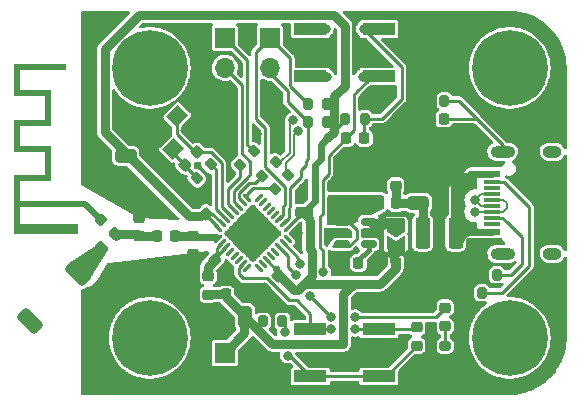
<source format=gbr>
%TF.GenerationSoftware,KiCad,Pcbnew,(6.0.9)*%
%TF.CreationDate,2023-01-31T22:53:35+08:00*%
%TF.ProjectId,ESP32C3_RF_Test,45535033-3243-4335-9f52-465f54657374,rev?*%
%TF.SameCoordinates,Original*%
%TF.FileFunction,Copper,L1,Top*%
%TF.FilePolarity,Positive*%
%FSLAX46Y46*%
G04 Gerber Fmt 4.6, Leading zero omitted, Abs format (unit mm)*
G04 Created by KiCad (PCBNEW (6.0.9)) date 2023-01-31 22:53:35*
%MOMM*%
%LPD*%
G01*
G04 APERTURE LIST*
G04 Aperture macros list*
%AMRoundRect*
0 Rectangle with rounded corners*
0 $1 Rounding radius*
0 $2 $3 $4 $5 $6 $7 $8 $9 X,Y pos of 4 corners*
0 Add a 4 corners polygon primitive as box body*
4,1,4,$2,$3,$4,$5,$6,$7,$8,$9,$2,$3,0*
0 Add four circle primitives for the rounded corners*
1,1,$1+$1,$2,$3*
1,1,$1+$1,$4,$5*
1,1,$1+$1,$6,$7*
1,1,$1+$1,$8,$9*
0 Add four rect primitives between the rounded corners*
20,1,$1+$1,$2,$3,$4,$5,0*
20,1,$1+$1,$4,$5,$6,$7,0*
20,1,$1+$1,$6,$7,$8,$9,0*
20,1,$1+$1,$8,$9,$2,$3,0*%
%AMRotRect*
0 Rectangle, with rotation*
0 The origin of the aperture is its center*
0 $1 length*
0 $2 width*
0 $3 Rotation angle, in degrees counterclockwise*
0 Add horizontal line*
21,1,$1,$2,0,0,$3*%
%AMFreePoly0*
4,1,6,1.000000,0.000000,0.500000,-0.750000,-0.500000,-0.750000,-0.500000,0.750000,0.500000,0.750000,1.000000,0.000000,1.000000,0.000000,$1*%
%AMFreePoly1*
4,1,6,0.500000,-0.750000,-0.650000,-0.750000,-0.150000,0.000000,-0.650000,0.750000,0.500000,0.750000,0.500000,-0.750000,0.500000,-0.750000,$1*%
G04 Aperture macros list end*
%TA.AperFunction,SMDPad,CuDef*%
%ADD10RoundRect,0.150000X-0.512500X-0.150000X0.512500X-0.150000X0.512500X0.150000X-0.512500X0.150000X0*%
%TD*%
%TA.AperFunction,SMDPad,CuDef*%
%ADD11RoundRect,0.200000X0.053033X-0.335876X0.335876X-0.053033X-0.053033X0.335876X-0.335876X0.053033X0*%
%TD*%
%TA.AperFunction,SMDPad,CuDef*%
%ADD12RoundRect,0.218750X0.218750X0.256250X-0.218750X0.256250X-0.218750X-0.256250X0.218750X-0.256250X0*%
%TD*%
%TA.AperFunction,SMDPad,CuDef*%
%ADD13R,1.450000X0.600000*%
%TD*%
%TA.AperFunction,SMDPad,CuDef*%
%ADD14R,1.450000X0.300000*%
%TD*%
%TA.AperFunction,ComponentPad*%
%ADD15O,1.600000X1.000000*%
%TD*%
%TA.AperFunction,ComponentPad*%
%ADD16O,2.100000X1.000000*%
%TD*%
%TA.AperFunction,SMDPad,CuDef*%
%ADD17RoundRect,0.218750X-0.218750X-0.256250X0.218750X-0.256250X0.218750X0.256250X-0.218750X0.256250X0*%
%TD*%
%TA.AperFunction,ComponentPad*%
%ADD18C,0.800000*%
%TD*%
%TA.AperFunction,ComponentPad*%
%ADD19C,6.400000*%
%TD*%
%TA.AperFunction,SMDPad,CuDef*%
%ADD20RoundRect,0.200000X-0.200000X-0.275000X0.200000X-0.275000X0.200000X0.275000X-0.200000X0.275000X0*%
%TD*%
%TA.AperFunction,SMDPad,CuDef*%
%ADD21RoundRect,0.250000X-0.375000X-1.075000X0.375000X-1.075000X0.375000X1.075000X-0.375000X1.075000X0*%
%TD*%
%TA.AperFunction,SMDPad,CuDef*%
%ADD22R,2.800000X1.000000*%
%TD*%
%TA.AperFunction,SMDPad,CuDef*%
%ADD23RoundRect,0.225000X0.225000X0.250000X-0.225000X0.250000X-0.225000X-0.250000X0.225000X-0.250000X0*%
%TD*%
%TA.AperFunction,SMDPad,CuDef*%
%ADD24RoundRect,0.225000X0.250000X-0.225000X0.250000X0.225000X-0.250000X0.225000X-0.250000X-0.225000X0*%
%TD*%
%TA.AperFunction,SMDPad,CuDef*%
%ADD25RoundRect,0.200000X-0.335876X-0.053033X-0.053033X-0.335876X0.335876X0.053033X0.053033X0.335876X0*%
%TD*%
%TA.AperFunction,SMDPad,CuDef*%
%ADD26RoundRect,0.225000X-0.335876X-0.017678X-0.017678X-0.335876X0.335876X0.017678X0.017678X0.335876X0*%
%TD*%
%TA.AperFunction,SMDPad,CuDef*%
%ADD27RoundRect,0.225000X-0.017678X0.335876X-0.335876X0.017678X0.017678X-0.335876X0.335876X-0.017678X0*%
%TD*%
%TA.AperFunction,SMDPad,CuDef*%
%ADD28RotRect,1.400000X1.200000X45.000000*%
%TD*%
%TA.AperFunction,SMDPad,CuDef*%
%ADD29RoundRect,0.218750X0.256250X-0.218750X0.256250X0.218750X-0.256250X0.218750X-0.256250X-0.218750X0*%
%TD*%
%TA.AperFunction,SMDPad,CuDef*%
%ADD30RoundRect,0.250000X0.650000X-0.325000X0.650000X0.325000X-0.650000X0.325000X-0.650000X-0.325000X0*%
%TD*%
%TA.AperFunction,SMDPad,CuDef*%
%ADD31RoundRect,0.225000X-0.250000X0.225000X-0.250000X-0.225000X0.250000X-0.225000X0.250000X0.225000X0*%
%TD*%
%TA.AperFunction,SMDPad,CuDef*%
%ADD32RoundRect,0.062500X-0.220971X-0.309359X0.309359X0.220971X0.220971X0.309359X-0.309359X-0.220971X0*%
%TD*%
%TA.AperFunction,SMDPad,CuDef*%
%ADD33RoundRect,0.062500X0.220971X-0.309359X0.309359X-0.220971X-0.220971X0.309359X-0.309359X0.220971X0*%
%TD*%
%TA.AperFunction,ComponentPad*%
%ADD34C,0.500000*%
%TD*%
%TA.AperFunction,SMDPad,CuDef*%
%ADD35RotRect,3.100000X3.100000X45.000000*%
%TD*%
%TA.AperFunction,SMDPad,CuDef*%
%ADD36RoundRect,0.250000X0.353553X-0.848528X0.848528X-0.353553X-0.353553X0.848528X-0.848528X0.353553X0*%
%TD*%
%TA.AperFunction,SMDPad,CuDef*%
%ADD37RoundRect,0.200000X-0.275000X0.200000X-0.275000X-0.200000X0.275000X-0.200000X0.275000X0.200000X0*%
%TD*%
%TA.AperFunction,ComponentPad*%
%ADD38R,1.700000X1.700000*%
%TD*%
%TA.AperFunction,ComponentPad*%
%ADD39O,1.700000X1.700000*%
%TD*%
%TA.AperFunction,SMDPad,CuDef*%
%ADD40RoundRect,0.225000X0.017678X-0.335876X0.335876X-0.017678X-0.017678X0.335876X-0.335876X0.017678X0*%
%TD*%
%TA.AperFunction,ConnectorPad*%
%ADD41R,0.500000X0.500000*%
%TD*%
%TA.AperFunction,ComponentPad*%
%ADD42R,0.500000X0.900000*%
%TD*%
%TA.AperFunction,SMDPad,CuDef*%
%ADD43RoundRect,0.225000X0.335876X0.017678X0.017678X0.335876X-0.335876X-0.017678X-0.017678X-0.335876X0*%
%TD*%
%TA.AperFunction,SMDPad,CuDef*%
%ADD44RoundRect,0.225000X-0.225000X-0.250000X0.225000X-0.250000X0.225000X0.250000X-0.225000X0.250000X0*%
%TD*%
%TA.AperFunction,SMDPad,CuDef*%
%ADD45RoundRect,0.250000X0.325000X0.650000X-0.325000X0.650000X-0.325000X-0.650000X0.325000X-0.650000X0*%
%TD*%
%TA.AperFunction,SMDPad,CuDef*%
%ADD46FreePoly0,270.000000*%
%TD*%
%TA.AperFunction,SMDPad,CuDef*%
%ADD47FreePoly1,270.000000*%
%TD*%
%TA.AperFunction,ViaPad*%
%ADD48C,0.800000*%
%TD*%
%TA.AperFunction,Conductor*%
%ADD49C,0.800000*%
%TD*%
%TA.AperFunction,Conductor*%
%ADD50C,0.250000*%
%TD*%
%TA.AperFunction,Conductor*%
%ADD51C,0.600000*%
%TD*%
%TA.AperFunction,Conductor*%
%ADD52C,0.500000*%
%TD*%
%TA.AperFunction,Conductor*%
%ADD53C,0.400000*%
%TD*%
%TA.AperFunction,Conductor*%
%ADD54C,0.200000*%
%TD*%
G04 APERTURE END LIST*
%TO.C,AE1*%
G36*
X102800000Y-72607000D02*
G01*
X105440000Y-72607000D01*
X105440000Y-70607000D01*
X102800000Y-70607000D01*
X102800000Y-67907000D01*
X105440000Y-67907000D01*
X105440000Y-65907000D01*
X102800000Y-65907000D01*
X102800000Y-63207000D01*
X107240000Y-63207000D01*
X107240000Y-63707000D01*
X103300000Y-63707000D01*
X103300000Y-65407000D01*
X105940000Y-65407000D01*
X105940000Y-68407000D01*
X103300000Y-68407000D01*
X103300000Y-70107000D01*
X105940000Y-70107000D01*
X105940000Y-73107000D01*
X103300000Y-73107000D01*
X103300000Y-74807000D01*
X108200000Y-74807000D01*
X108200000Y-75307000D01*
X103300000Y-75307000D01*
X103300000Y-76707000D01*
X108200000Y-76707000D01*
X108200000Y-77607000D01*
X102800000Y-77607000D01*
X102800000Y-77164267D01*
X107802018Y-77164267D01*
X107809908Y-77212353D01*
X107826814Y-77245245D01*
X107863584Y-77280185D01*
X107908378Y-77299847D01*
X107956785Y-77304583D01*
X108004395Y-77294742D01*
X108046797Y-77270674D01*
X108079581Y-77232731D01*
X108083935Y-77224819D01*
X108096043Y-77182156D01*
X108095300Y-77133637D01*
X108082400Y-77088122D01*
X108071787Y-77069511D01*
X108036553Y-77035868D01*
X107991368Y-77015309D01*
X107941842Y-77008778D01*
X107893583Y-77017218D01*
X107861357Y-77034112D01*
X107828687Y-77069372D01*
X107808592Y-77114682D01*
X107802018Y-77164267D01*
X102800000Y-77164267D01*
X102800000Y-72607000D01*
G37*
%TD*%
D10*
%TO.P,U2,1,VIN*%
%TO.N,Net-(C14-Pad1)*%
X130561500Y-76532000D03*
%TO.P,U2,2,GND*%
%TO.N,GND*%
X130561500Y-77482000D03*
%TO.P,U2,3,EN*%
%TO.N,Net-(C14-Pad1)*%
X130561500Y-78432000D03*
%TO.P,U2,4,SENSE/ADJ*%
%TO.N,Net-(C16-Pad1)*%
X132836500Y-78432000D03*
%TO.P,U2,5,VOUT*%
%TO.N,Net-(JP1-Pad1)*%
X132836500Y-76532000D03*
%TD*%
D11*
%TO.P,R5,1*%
%TO.N,Net-(AE2-Pad2)*%
X110160637Y-78688363D03*
%TO.P,R5,2*%
%TO.N,Net-(C8-Pad1)*%
X111327363Y-77521637D03*
%TD*%
D12*
%TO.P,L3,1,1*%
%TO.N,+5V*%
X135153500Y-74979000D03*
%TO.P,L3,2,2*%
%TO.N,Net-(C14-Pad1)*%
X133578500Y-74979000D03*
%TD*%
D13*
%TO.P,J3,A1,GND*%
%TO.N,GND*%
X143275000Y-78180000D03*
%TO.P,J3,A4,VBUS*%
%TO.N,Net-(F1-Pad2)*%
X143275000Y-77380000D03*
D14*
%TO.P,J3,A5,CC1*%
%TO.N,Net-(J3-PadA5)*%
X143275000Y-76180000D03*
%TO.P,J3,A6,D+*%
%TO.N,/USB_DP*%
X143275000Y-75180000D03*
%TO.P,J3,A7,D-*%
%TO.N,/USB_DN*%
X143275000Y-74680000D03*
%TO.P,J3,A8,SBU1*%
%TO.N,unconnected-(J3-PadA8)*%
X143275000Y-73680000D03*
D13*
%TO.P,J3,A9,VBUS*%
%TO.N,Net-(F1-Pad2)*%
X143275000Y-72480000D03*
%TO.P,J3,A12,GND*%
%TO.N,GND*%
X143275000Y-71680000D03*
%TO.P,J3,B1,GND*%
X143275000Y-71680000D03*
%TO.P,J3,B4,VBUS*%
%TO.N,Net-(F1-Pad2)*%
X143275000Y-72480000D03*
D14*
%TO.P,J3,B5,CC2*%
%TO.N,Net-(J3-PadB5)*%
X143275000Y-73180000D03*
%TO.P,J3,B6,D+*%
%TO.N,/USB_DP*%
X143275000Y-74180000D03*
%TO.P,J3,B7,D-*%
%TO.N,/USB_DN*%
X143275000Y-75680000D03*
%TO.P,J3,B8,SBU2*%
%TO.N,unconnected-(J3-PadB8)*%
X143275000Y-76680000D03*
D13*
%TO.P,J3,B9,VBUS*%
%TO.N,Net-(F1-Pad2)*%
X143275000Y-77380000D03*
%TO.P,J3,B12,GND*%
%TO.N,GND*%
X143275000Y-78180000D03*
D15*
%TO.P,J3,S1,SHIELD*%
%TO.N,Net-(C20-Pad2)*%
X148370000Y-79250000D03*
X148370000Y-70610000D03*
D16*
X144190000Y-79250000D03*
X144190000Y-70610000D03*
%TD*%
D17*
%TO.P,L2,1,1*%
%TO.N,Net-(C8-Pad1)*%
X114909500Y-77724000D03*
%TO.P,L2,2,2*%
%TO.N,Net-(C9-Pad1)*%
X116484500Y-77724000D03*
%TD*%
D18*
%TO.P,H2,1,1*%
%TO.N,unconnected-(H2-Pad1)*%
X142380000Y-63500000D03*
X143082944Y-65197056D03*
X144780000Y-61100000D03*
X143082944Y-61802944D03*
D19*
X144780000Y-63500000D03*
D18*
X146477056Y-61802944D03*
X144780000Y-65900000D03*
X146477056Y-65197056D03*
X147180000Y-63500000D03*
%TD*%
D20*
%TO.P,R2,1*%
%TO.N,GND*%
X142050000Y-81026000D03*
%TO.P,R2,2*%
%TO.N,Net-(J3-PadA5)*%
X143700000Y-81026000D03*
%TD*%
D21*
%TO.P,F1,1*%
%TO.N,+5V*%
X137411000Y-77470000D03*
%TO.P,F1,2*%
%TO.N,Net-(F1-Pad2)*%
X140211000Y-77470000D03*
%TD*%
D11*
%TO.P,R8,1*%
%TO.N,Net-(C10-Pad1)*%
X118288637Y-72846363D03*
%TO.P,R8,2*%
%TO.N,Net-(R8-Pad2)*%
X119455363Y-71679637D03*
%TD*%
D22*
%TO.P,SW1,1,1*%
%TO.N,Net-(C18-Pad1)*%
X127910000Y-89630000D03*
X133710000Y-89630000D03*
%TO.P,SW1,2,2*%
%TO.N,/RST*%
X133710000Y-85630000D03*
X127910000Y-85630000D03*
%TD*%
D11*
%TO.P,R7,1*%
%TO.N,Net-(R7-Pad1)*%
X124872957Y-73769043D03*
%TO.P,R7,2*%
%TO.N,/USB_DN*%
X126039683Y-72602317D03*
%TD*%
D20*
%TO.P,R3,1*%
%TO.N,GND*%
X140780000Y-82550000D03*
%TO.P,R3,2*%
%TO.N,Net-(J3-PadB5)*%
X142430000Y-82550000D03*
%TD*%
D23*
%TO.P,C19,1*%
%TO.N,Net-(C19-Pad1)*%
X132474000Y-69469000D03*
%TO.P,C19,2*%
%TO.N,/BOOT*%
X130924000Y-69469000D03*
%TD*%
D18*
%TO.P,H4,1,1*%
%TO.N,unconnected-(H4-Pad1)*%
X114300000Y-83960000D03*
X115997056Y-88057056D03*
X112602944Y-84662944D03*
X116700000Y-86360000D03*
X114300000Y-88760000D03*
X111900000Y-86360000D03*
D19*
X114300000Y-86360000D03*
D18*
X112602944Y-88057056D03*
X115997056Y-84662944D03*
%TD*%
D24*
%TO.P,C13,1*%
%TO.N,+5V*%
X135128000Y-73468000D03*
%TO.P,C13,2*%
%TO.N,GND*%
X135128000Y-71918000D03*
%TD*%
D25*
%TO.P,R1,1*%
%TO.N,Net-(AE1-Pad1)*%
X110160637Y-76378637D03*
%TO.P,R1,2*%
%TO.N,Net-(C8-Pad1)*%
X111327363Y-77545363D03*
%TD*%
D26*
%TO.P,C7,1*%
%TO.N,+3.3VP*%
X119828312Y-79749672D03*
%TO.P,C7,2*%
%TO.N,GND*%
X120924328Y-80845688D03*
%TD*%
D18*
%TO.P,H3,1,1*%
%TO.N,unconnected-(H3-Pad1)*%
X142380000Y-86360000D03*
D19*
X144780000Y-86360000D03*
D18*
X144780000Y-88760000D03*
X146477056Y-88057056D03*
X146477056Y-84662944D03*
X147180000Y-86360000D03*
X143082944Y-84662944D03*
X143082944Y-88057056D03*
X144780000Y-83960000D03*
%TD*%
D23*
%TO.P,C16,1*%
%TO.N,Net-(C16-Pad1)*%
X131966000Y-80022000D03*
%TO.P,C16,2*%
%TO.N,GND*%
X130416000Y-80022000D03*
%TD*%
D27*
%TO.P,C10,1*%
%TO.N,Net-(C10-Pad1)*%
X117261008Y-71714992D03*
%TO.P,C10,2*%
%TO.N,GND*%
X116164992Y-72811008D03*
%TD*%
D28*
%TO.P,Y1,1,1*%
%TO.N,Net-(C10-Pad1)*%
X116282223Y-70339858D03*
%TO.P,Y1,2,2*%
%TO.N,GND*%
X117837858Y-68784223D03*
%TO.P,Y1,3,3*%
%TO.N,Net-(C11-Pad1)*%
X116635777Y-67582142D03*
%TO.P,Y1,4,4*%
%TO.N,GND*%
X115080142Y-69137777D03*
%TD*%
D24*
%TO.P,C8,1*%
%TO.N,Net-(C8-Pad1)*%
X113411000Y-77737000D03*
%TO.P,C8,2*%
%TO.N,GND*%
X113411000Y-76187000D03*
%TD*%
D29*
%TO.P,D1,1,K*%
%TO.N,Net-(D1-Pad1)*%
X139319000Y-85369500D03*
%TO.P,D1,2,A*%
%TO.N,/LED_PIN*%
X139319000Y-83794500D03*
%TD*%
D20*
%TO.P,R11,1*%
%TO.N,+3.3V*%
X130874000Y-67818000D03*
%TO.P,R11,2*%
%TO.N,Net-(C19-Pad1)*%
X132524000Y-67818000D03*
%TD*%
D30*
%TO.P,C15,1*%
%TO.N,Net-(C14-Pad1)*%
X131699000Y-74930000D03*
%TO.P,C15,2*%
%TO.N,GND*%
X131699000Y-71980000D03*
%TD*%
D31*
%TO.P,C9,1*%
%TO.N,Net-(C9-Pad1)*%
X117983000Y-77711000D03*
%TO.P,C9,2*%
%TO.N,GND*%
X117983000Y-79261000D03*
%TD*%
D29*
%TO.P,L1,1,1*%
%TO.N,+3.3V*%
X119253000Y-82702500D03*
%TO.P,L1,2,2*%
%TO.N,+3.3VP*%
X119253000Y-81127500D03*
%TD*%
D32*
%TO.P,U1,1,LNA_IN*%
%TO.N,Net-(C9-Pad1)*%
X120068310Y-77989816D03*
%TO.P,U1,2,VDD3P3*%
%TO.N,+3.3VP*%
X120421864Y-78343369D03*
%TO.P,U1,3,VDD3P3*%
X120775417Y-78696923D03*
%TO.P,U1,4,XTAL_32K_P/ADC1_CH0*%
%TO.N,unconnected-(U1-Pad4)*%
X121128971Y-79050476D03*
%TO.P,U1,5,XTAL_32K_N/ADC1_CH1*%
%TO.N,unconnected-(U1-Pad5)*%
X121482524Y-79404029D03*
%TO.P,U1,6,GPIO2/ADC1_CH2*%
%TO.N,unconnected-(U1-Pad6)*%
X121836077Y-79757583D03*
%TO.P,U1,7,CHIP_EN*%
%TO.N,/RST*%
X122189631Y-80111136D03*
%TO.P,U1,8,GPIO3/ADC1_CH3*%
%TO.N,unconnected-(U1-Pad8)*%
X122543184Y-80464690D03*
D33*
%TO.P,U1,9,MTMS/GPIO4/ADC1_CH4*%
%TO.N,unconnected-(U1-Pad9)*%
X123515456Y-80464690D03*
%TO.P,U1,10,MTDI/GPIO5/ADC2_CH0*%
%TO.N,unconnected-(U1-Pad10)*%
X123869009Y-80111136D03*
%TO.P,U1,11,VDD3P3_RTC*%
%TO.N,+3.3V*%
X124222563Y-79757583D03*
%TO.P,U1,12,MTCK/GPIO6*%
%TO.N,unconnected-(U1-Pad12)*%
X124576116Y-79404029D03*
%TO.P,U1,13,MTDO/GPIO7*%
%TO.N,unconnected-(U1-Pad13)*%
X124929669Y-79050476D03*
%TO.P,U1,14,GPIO8*%
%TO.N,/LED_PIN*%
X125283223Y-78696923D03*
%TO.P,U1,15,GPIO9/BOOT*%
%TO.N,/BOOT*%
X125636776Y-78343369D03*
%TO.P,U1,16,GPIO10*%
%TO.N,unconnected-(U1-Pad16)*%
X125990330Y-77989816D03*
D32*
%TO.P,U1,17,VDD3P3_CPU*%
%TO.N,+3.3V*%
X125990330Y-77017544D03*
%TO.P,U1,18,VDD_SPI/GPIO11*%
%TO.N,/I2C_SDA*%
X125636776Y-76663991D03*
%TO.P,U1,19,SPIHD/GPIO12*%
%TO.N,/I2C_SCL*%
X125283223Y-76310437D03*
%TO.P,U1,20,SPIWP/GPIO13*%
%TO.N,unconnected-(U1-Pad20)*%
X124929669Y-75956884D03*
%TO.P,U1,21,SPICS0/GPIO14*%
%TO.N,unconnected-(U1-Pad21)*%
X124576116Y-75603331D03*
%TO.P,U1,22,SPICLK/GPIO15*%
%TO.N,unconnected-(U1-Pad22)*%
X124222563Y-75249777D03*
%TO.P,U1,23,SPID/GPIO16*%
%TO.N,unconnected-(U1-Pad23)*%
X123869009Y-74896224D03*
%TO.P,U1,24,SPIQ/GPIO17*%
%TO.N,unconnected-(U1-Pad24)*%
X123515456Y-74542670D03*
D33*
%TO.P,U1,25,GPIO18/USB_D-*%
%TO.N,Net-(R7-Pad1)*%
X122543184Y-74542670D03*
%TO.P,U1,26,GPIO19/USB_D+*%
%TO.N,Net-(R6-Pad1)*%
X122189631Y-74896224D03*
%TO.P,U1,27,U0RXD/GPIO20*%
%TO.N,/U0RX*%
X121836077Y-75249777D03*
%TO.P,U1,28,U0TXD/GPIO21*%
%TO.N,Net-(R4-Pad1)*%
X121482524Y-75603331D03*
%TO.P,U1,29,XTAL_N*%
%TO.N,Net-(C11-Pad1)*%
X121128971Y-75956884D03*
%TO.P,U1,30,XTAL_P*%
%TO.N,Net-(R8-Pad2)*%
X120775417Y-76310437D03*
%TO.P,U1,31,VDDA*%
%TO.N,+3.3V*%
X120421864Y-76663991D03*
%TO.P,U1,32,VDDA*%
X120068310Y-77017544D03*
D34*
%TO.P,U1,33,GND*%
%TO.N,GND*%
X122322213Y-76796573D03*
X124443534Y-77503680D03*
X123029320Y-78917894D03*
X122322213Y-78210787D03*
X121615106Y-77503680D03*
X123736427Y-76796573D03*
X123736427Y-78210787D03*
X123029320Y-76089466D03*
D35*
X123029320Y-77503680D03*
D34*
X123029320Y-77503680D03*
%TD*%
D23*
%TO.P,C17,1*%
%TO.N,+3.3V*%
X135141000Y-80010000D03*
%TO.P,C17,2*%
%TO.N,GND*%
X133591000Y-80010000D03*
%TD*%
D36*
%TO.P,AE2,1,FEED*%
%TO.N,unconnected-(AE2-Pad1)*%
X104173492Y-84929508D03*
%TO.P,AE2,2,PCB_Trace*%
%TO.N,Net-(AE2-Pad2)*%
X108204000Y-80899000D03*
%TD*%
D37*
%TO.P,R10,1*%
%TO.N,Net-(D1-Pad1)*%
X139319000Y-87059000D03*
%TO.P,R10,2*%
%TO.N,GND*%
X139319000Y-88709000D03*
%TD*%
D38*
%TO.P,J4,1,Pin_1*%
%TO.N,+3.3V*%
X120650000Y-87630000D03*
D39*
%TO.P,J4,2,Pin_2*%
%TO.N,GND*%
X123190000Y-87630000D03*
%TD*%
D11*
%TO.P,R6,1*%
%TO.N,Net-(R6-Pad1)*%
X123805320Y-72677680D03*
%TO.P,R6,2*%
%TO.N,/USB_DP*%
X124972046Y-71510954D03*
%TD*%
D22*
%TO.P,SW2,1,1*%
%TO.N,Net-(C19-Pad1)*%
X127910000Y-60230000D03*
X133710000Y-60230000D03*
%TO.P,SW2,2,2*%
%TO.N,/BOOT*%
X133710000Y-64230000D03*
X127910000Y-64230000D03*
%TD*%
D20*
%TO.P,R14,1*%
%TO.N,/I2C_SDA*%
X127699000Y-68072000D03*
%TO.P,R14,2*%
%TO.N,+3.3V*%
X129349000Y-68072000D03*
%TD*%
D18*
%TO.P,H1,1,1*%
%TO.N,unconnected-(H1-Pad1)*%
X116700000Y-63500000D03*
X115997056Y-61802944D03*
X115997056Y-65197056D03*
X112602944Y-61802944D03*
X114300000Y-61100000D03*
X112602944Y-65197056D03*
X114300000Y-65900000D03*
D19*
X114300000Y-63500000D03*
D18*
X111900000Y-63500000D03*
%TD*%
D24*
%TO.P,C18,1*%
%TO.N,Net-(C18-Pad1)*%
X136906000Y-87008000D03*
%TO.P,C18,2*%
%TO.N,/RST*%
X136906000Y-85458000D03*
%TD*%
D30*
%TO.P,C1,1*%
%TO.N,+3.3V*%
X112268000Y-70944000D03*
%TO.P,C1,2*%
%TO.N,GND*%
X112268000Y-67994000D03*
%TD*%
D20*
%TO.P,R12,1*%
%TO.N,GND*%
X137605000Y-66294000D03*
%TO.P,R12,2*%
%TO.N,Net-(C20-Pad2)*%
X139255000Y-66294000D03*
%TD*%
D40*
%TO.P,C11,1*%
%TO.N,Net-(C11-Pad1)*%
X118323992Y-70652008D03*
%TO.P,C11,2*%
%TO.N,GND*%
X119420008Y-69555992D03*
%TD*%
D24*
%TO.P,C2,1*%
%TO.N,+3.3V*%
X127127000Y-75705000D03*
%TO.P,C2,2*%
%TO.N,GND*%
X127127000Y-74155000D03*
%TD*%
D38*
%TO.P,J2,1,Pin_1*%
%TO.N,/U0TX*%
X120650000Y-60960000D03*
D39*
%TO.P,J2,2,Pin_2*%
%TO.N,/U0RX*%
X120650000Y-63500000D03*
%TO.P,J2,3,Pin_3*%
%TO.N,GND*%
X120650000Y-66040000D03*
%TD*%
D41*
%TO.P,AE1,1*%
%TO.N,Net-(AE1-Pad1)*%
X107950000Y-75057000D03*
D42*
%TO.P,AE1,2*%
%TO.N,GND*%
X107950000Y-77157000D03*
%TD*%
D20*
%TO.P,R9,1*%
%TO.N,+3.3V*%
X123889000Y-84963000D03*
%TO.P,R9,2*%
%TO.N,Net-(C18-Pad1)*%
X125539000Y-84963000D03*
%TD*%
D24*
%TO.P,C14,1*%
%TO.N,Net-(C14-Pad1)*%
X129794000Y-74992000D03*
%TO.P,C14,2*%
%TO.N,GND*%
X129794000Y-73442000D03*
%TD*%
D30*
%TO.P,C12,1*%
%TO.N,+5V*%
X137033000Y-74930000D03*
%TO.P,C12,2*%
%TO.N,GND*%
X137033000Y-71980000D03*
%TD*%
D43*
%TO.P,C4,1*%
%TO.N,+3.3V*%
X119039008Y-75859008D03*
%TO.P,C4,2*%
%TO.N,GND*%
X117942992Y-74762992D03*
%TD*%
D44*
%TO.P,C20,1*%
%TO.N,GND*%
X137655000Y-67818000D03*
%TO.P,C20,2*%
%TO.N,Net-(C20-Pad2)*%
X139205000Y-67818000D03*
%TD*%
D20*
%TO.P,R13,1*%
%TO.N,/I2C_SCL*%
X127699000Y-66548000D03*
%TO.P,R13,2*%
%TO.N,+3.3V*%
X129349000Y-66548000D03*
%TD*%
D45*
%TO.P,C5,1*%
%TO.N,+3.3V*%
X122379000Y-84582000D03*
%TO.P,C5,2*%
%TO.N,GND*%
X119429000Y-84582000D03*
%TD*%
D46*
%TO.P,JP1,1,A*%
%TO.N,Net-(JP1-Pad1)*%
X135128000Y-76872000D03*
D47*
%TO.P,JP1,2,B*%
%TO.N,+3.3V*%
X135128000Y-78322000D03*
%TD*%
D27*
%TO.P,C3,1*%
%TO.N,+3.3V*%
X125135008Y-81112992D03*
%TO.P,C3,2*%
%TO.N,GND*%
X124038992Y-82209008D03*
%TD*%
D44*
%TO.P,C6,1*%
%TO.N,+3.3V*%
X120764000Y-82677000D03*
%TO.P,C6,2*%
%TO.N,GND*%
X122314000Y-82677000D03*
%TD*%
D38*
%TO.P,J1,1,Pin_1*%
%TO.N,/I2C_SCL*%
X124460000Y-60960000D03*
D39*
%TO.P,J1,2,Pin_2*%
%TO.N,/I2C_SDA*%
X124460000Y-63500000D03*
%TO.P,J1,3,Pin_3*%
%TO.N,GND*%
X124460000Y-66040000D03*
%TD*%
D11*
%TO.P,R4,1*%
%TO.N,Net-(R4-Pad1)*%
X121951957Y-71737043D03*
%TO.P,R4,2*%
%TO.N,/U0TX*%
X123118683Y-70570317D03*
%TD*%
D48*
%TO.N,GND*%
X133731000Y-66548000D03*
X140335000Y-81026000D03*
X118237000Y-63373000D03*
X109220000Y-65278000D03*
X118110000Y-60833000D03*
X118237000Y-85344000D03*
X142494000Y-79375000D03*
X121158000Y-72517000D03*
X137287000Y-90297000D03*
X129286000Y-61849000D03*
X129794000Y-79502000D03*
X145542000Y-67437000D03*
X118364000Y-66929000D03*
X140716000Y-62865000D03*
X136144000Y-82169000D03*
X148463000Y-84074000D03*
X139319000Y-69215000D03*
X139192000Y-81661000D03*
X140970000Y-60833000D03*
X132334000Y-62484000D03*
X130937000Y-70993000D03*
X109601000Y-88138000D03*
X111760000Y-81026000D03*
X132334000Y-66421000D03*
X147955000Y-66929000D03*
X139700000Y-61849000D03*
X109855000Y-71247000D03*
X133223000Y-65659000D03*
X116459000Y-82677000D03*
X110236000Y-82169000D03*
X113792000Y-70104000D03*
X140843000Y-69977000D03*
X119761000Y-89916000D03*
X113792000Y-67691000D03*
X129794000Y-73406000D03*
X109093000Y-62357000D03*
X140843000Y-71501000D03*
X136253904Y-79925463D03*
X126746000Y-84328000D03*
X124587000Y-83693000D03*
X136493663Y-65723943D03*
X117983000Y-80137000D03*
X114681000Y-71247000D03*
X148844000Y-81788000D03*
X109347000Y-59690000D03*
X132080000Y-88265000D03*
X121539000Y-81788000D03*
X135128000Y-70993000D03*
X123354500Y-69088000D03*
X123317000Y-82931000D03*
X134239000Y-68961000D03*
X114046000Y-81026000D03*
X139319000Y-59944000D03*
X120650000Y-70612000D03*
X117348000Y-73660000D03*
X136398000Y-70993000D03*
X139700000Y-79883000D03*
X138684000Y-63373000D03*
X111252000Y-59182000D03*
X134366000Y-65659000D03*
X148844000Y-64643000D03*
X128016000Y-62611000D03*
X138684000Y-72898000D03*
X141224000Y-84074000D03*
X112268000Y-73660000D03*
X138049000Y-61849000D03*
X136779000Y-88773000D03*
X129540000Y-77470000D03*
X109220000Y-67818000D03*
X123952000Y-89916000D03*
X127277049Y-73645549D03*
X140081000Y-70739000D03*
X126873000Y-77470000D03*
X108966000Y-84455000D03*
X138303000Y-80518000D03*
X122555000Y-60960000D03*
X120777000Y-69088000D03*
X141732000Y-78613000D03*
X138176000Y-69469000D03*
X110617000Y-90043000D03*
X109855000Y-72771000D03*
X138938000Y-75057000D03*
X119126000Y-73787000D03*
X119380000Y-68072000D03*
X147447000Y-82296000D03*
X136144000Y-69342000D03*
X137160000Y-81280000D03*
X139827000Y-72009000D03*
X138811000Y-71374000D03*
X132461000Y-70993000D03*
X113411000Y-75311000D03*
X137541000Y-70993000D03*
X140970000Y-79502000D03*
X133203609Y-80625609D03*
X132334000Y-83312000D03*
X109474000Y-86106000D03*
X117856000Y-66040000D03*
X115697000Y-81153000D03*
X125222000Y-68707000D03*
X118237000Y-84074000D03*
X108966000Y-83185000D03*
%TO.N,Net-(C18-Pad1)*%
X125984000Y-87867500D03*
X125730000Y-85852000D03*
%TO.N,/RST*%
X131682500Y-85598000D03*
X129683500Y-85598000D03*
%TO.N,Net-(C19-Pad1)*%
X129212000Y-60198000D03*
X132408000Y-60198000D03*
%TO.N,/BOOT*%
X127016500Y-80131063D03*
X129286000Y-64262000D03*
X129015500Y-80773937D03*
X132334000Y-64262000D03*
%TO.N,/LED_PIN*%
X131682500Y-84598497D03*
X127889000Y-82787500D03*
X126683154Y-81073338D03*
X129683500Y-84598497D03*
%TO.N,/USB_DP*%
X126424765Y-67924013D03*
X141859000Y-74676000D03*
%TO.N,/USB_DN*%
X126838200Y-68834000D03*
X141859000Y-75675503D03*
%TD*%
D49*
%TO.N,+3.3V*%
X133783363Y-81788000D02*
X131572000Y-81788000D01*
X135141000Y-80430363D02*
X133783363Y-81788000D01*
X135141000Y-80010000D02*
X135141000Y-80430363D01*
D50*
X125990330Y-77010239D02*
X126959992Y-76040577D01*
D49*
X122301000Y-84660000D02*
X122379000Y-84582000D01*
D51*
X128270000Y-74803000D02*
X128270000Y-71755000D01*
X128819000Y-71206000D02*
X128819000Y-69999000D01*
D49*
X128016000Y-78994000D02*
X128016000Y-81154000D01*
X122379000Y-84582000D02*
X122379000Y-84533000D01*
D50*
X130874000Y-67944000D02*
X129349000Y-69469000D01*
X120421864Y-76663991D02*
X119616881Y-75859008D01*
D49*
X127762000Y-76327000D02*
X127889000Y-76454000D01*
X127889000Y-78867000D02*
X128016000Y-78994000D01*
X120764000Y-82918000D02*
X120764000Y-82677000D01*
D50*
X130874000Y-67818000D02*
X130874000Y-67944000D01*
D49*
X119278500Y-82677000D02*
X119253000Y-82702500D01*
X110490000Y-68961000D02*
X117602000Y-76073000D01*
X126492500Y-82296500D02*
X125135008Y-80939008D01*
D50*
X119039008Y-75986008D02*
X119039008Y-75859008D01*
D49*
X127889000Y-76454000D02*
X127889000Y-78867000D01*
X129921000Y-59055000D02*
X113370988Y-59055000D01*
X131572000Y-81788000D02*
X127382000Y-81788000D01*
X120650000Y-87630000D02*
X122301000Y-85979000D01*
D50*
X120068310Y-77017544D02*
X120068310Y-77015310D01*
X119616881Y-75859008D02*
X119039008Y-75859008D01*
D49*
X122379000Y-84533000D02*
X120764000Y-82918000D01*
X130810000Y-59944000D02*
X129921000Y-59055000D01*
X122301000Y-85979000D02*
X122301000Y-84660000D01*
D50*
X124222563Y-79797156D02*
X124936606Y-80511199D01*
X126959992Y-76040577D02*
X126959992Y-75859008D01*
D49*
X127382000Y-81788000D02*
X126873500Y-82296500D01*
D51*
X127762000Y-75311000D02*
X128270000Y-74803000D01*
D49*
X130683000Y-82677000D02*
X130683000Y-86868000D01*
D50*
X120068310Y-77015310D02*
X119039008Y-75986008D01*
D49*
X110490000Y-61935988D02*
X110490000Y-68961000D01*
D50*
X124222563Y-79757583D02*
X124222563Y-79797156D01*
D49*
X129349000Y-69469000D02*
X129910000Y-68908000D01*
X127254000Y-75705000D02*
X127114000Y-75705000D01*
X127762000Y-76213000D02*
X127254000Y-75705000D01*
X113370988Y-59055000D02*
X110490000Y-61935988D01*
X125135008Y-80939008D02*
X125135008Y-80858992D01*
D51*
X128819000Y-69999000D02*
X129349000Y-69469000D01*
X127762000Y-76327000D02*
X127762000Y-75311000D01*
D49*
X130683000Y-86868000D02*
X124665000Y-86868000D01*
X128016000Y-81154000D02*
X127382000Y-81788000D01*
X117602000Y-76073000D02*
X118618000Y-76073000D01*
D51*
X128270000Y-71755000D02*
X128819000Y-71206000D01*
D49*
X130810000Y-65024000D02*
X130810000Y-59944000D01*
X129910000Y-65924000D02*
X130810000Y-65024000D01*
X124665000Y-86868000D02*
X122379000Y-84582000D01*
X129910000Y-68908000D02*
X129910000Y-65924000D01*
X120764000Y-82677000D02*
X119278500Y-82677000D01*
X126873500Y-82296500D02*
X126492500Y-82296500D01*
X127114000Y-75705000D02*
X126959992Y-75859008D01*
D50*
X125990330Y-77017544D02*
X125990330Y-77010239D01*
X128994000Y-69824000D02*
X129349000Y-69469000D01*
D49*
X131572000Y-81788000D02*
X130683000Y-82677000D01*
X127762000Y-76327000D02*
X127762000Y-76213000D01*
D50*
%TO.N,GND*%
X118364000Y-66929000D02*
X118364000Y-68258081D01*
X121158000Y-72517000D02*
X120846000Y-72205000D01*
X120846000Y-72205000D02*
X120846000Y-71408573D01*
X114681000Y-71247000D02*
X117094000Y-73660000D01*
X120650000Y-71212573D02*
X120650000Y-70612000D01*
X118364000Y-68258081D02*
X117837858Y-68784223D01*
X115094103Y-67691000D02*
X113792000Y-67691000D01*
X117348000Y-73660000D02*
X117475000Y-73787000D01*
X120846000Y-71408573D02*
X120650000Y-71212573D01*
X120476016Y-70612000D02*
X119420008Y-69555992D01*
X118609627Y-69555992D02*
X117837858Y-68784223D01*
X120650000Y-70612000D02*
X120476016Y-70612000D01*
X116745103Y-66040000D02*
X115094103Y-67691000D01*
X117475000Y-73787000D02*
X119126000Y-73787000D01*
X113792000Y-70358000D02*
X114681000Y-71247000D01*
X119420008Y-69555992D02*
X118609627Y-69555992D01*
X117856000Y-66040000D02*
X116745103Y-66040000D01*
X117094000Y-73660000D02*
X117348000Y-73660000D01*
X117856000Y-66040000D02*
X117856000Y-66421000D01*
X117856000Y-66421000D02*
X118364000Y-66929000D01*
X113792000Y-67691000D02*
X113792000Y-70358000D01*
D49*
%TO.N,+3.3VP*%
X119253000Y-81127500D02*
X119253000Y-80324984D01*
D50*
X120421864Y-78343369D02*
X119981320Y-78783913D01*
X120775417Y-78696923D02*
X120747970Y-78696923D01*
D49*
X119253000Y-80324984D02*
X119828312Y-79749672D01*
D50*
X119981320Y-78783913D02*
X119981320Y-79336573D01*
X120747970Y-78696923D02*
X120108320Y-79336573D01*
D52*
%TO.N,Net-(AE1-Pad1)*%
X107950000Y-75057000D02*
X108839000Y-75057000D01*
X108839000Y-75057000D02*
X110160637Y-76378637D01*
D49*
%TO.N,Net-(C8-Pad1)*%
X114909500Y-77724000D02*
X113424000Y-77724000D01*
D51*
X113398000Y-77724000D02*
X113411000Y-77737000D01*
X111366000Y-77641750D02*
X111448250Y-77724000D01*
D49*
X111448250Y-77724000D02*
X111575250Y-77597000D01*
X111575250Y-77597000D02*
X113271000Y-77597000D01*
X113271000Y-77597000D02*
X113398000Y-77724000D01*
X113424000Y-77724000D02*
X113411000Y-77737000D01*
D51*
%TO.N,Net-(C9-Pad1)*%
X119888000Y-77851000D02*
X118123000Y-77851000D01*
D49*
X117983000Y-77711000D02*
X116497500Y-77711000D01*
D51*
X118123000Y-77851000D02*
X117983000Y-77711000D01*
D49*
X116497500Y-77711000D02*
X116484500Y-77724000D01*
D50*
X120026816Y-77989816D02*
X119888000Y-77851000D01*
X120068310Y-77989816D02*
X120026816Y-77989816D01*
%TO.N,Net-(C10-Pad1)*%
X117261008Y-71818734D02*
X118288637Y-72846363D01*
X116282223Y-70736207D02*
X117261008Y-71714992D01*
X116282223Y-70339858D02*
X116282223Y-70736207D01*
X117261008Y-71714992D02*
X117261008Y-71818734D01*
%TO.N,Net-(C11-Pad1)*%
X121128971Y-75956884D02*
X120693544Y-75521456D01*
X121115524Y-75956884D02*
X121128971Y-75956884D01*
X120693544Y-75521456D02*
X120423559Y-75251472D01*
X116593619Y-67624300D02*
X116593619Y-69095619D01*
X120396000Y-75223913D02*
X121128971Y-75956884D01*
X116593619Y-69095619D02*
X118150008Y-70652008D01*
X118323992Y-70652008D02*
X119453039Y-70652008D01*
X120396000Y-71594969D02*
X120396000Y-75223913D01*
X118150008Y-70652008D02*
X118323992Y-70652008D01*
X116635777Y-67582142D02*
X116593619Y-67624300D01*
X119453039Y-70652008D02*
X120396000Y-71594969D01*
D49*
%TO.N,+5V*%
X137033000Y-74930000D02*
X135202500Y-74930000D01*
X135128000Y-73468000D02*
X135128000Y-74953500D01*
X137411000Y-77470000D02*
X137411000Y-75308000D01*
X135128000Y-74953500D02*
X135153500Y-74979000D01*
X137411000Y-75308000D02*
X137033000Y-74930000D01*
X135202500Y-74930000D02*
X135153500Y-74979000D01*
D50*
%TO.N,Net-(C14-Pad1)*%
X131699000Y-74930000D02*
X131699000Y-75394500D01*
X131833001Y-77971000D02*
X131208001Y-78596000D01*
X131833001Y-77223001D02*
X131142000Y-76532000D01*
X129794000Y-74992000D02*
X129794000Y-75764500D01*
X131833001Y-77223001D02*
X131833001Y-77971000D01*
X129794000Y-75764500D02*
X130561500Y-76532000D01*
X131208001Y-78596000D02*
X129799500Y-78596000D01*
X131142000Y-76532000D02*
X130561500Y-76532000D01*
X129794000Y-74992000D02*
X129856000Y-74992000D01*
D53*
%TO.N,Net-(C16-Pad1)*%
X131966000Y-79806500D02*
X131966000Y-80022000D01*
X132836500Y-78432000D02*
X132836500Y-78936000D01*
X132836500Y-78936000D02*
X131966000Y-79806500D01*
D50*
%TO.N,Net-(C18-Pad1)*%
X125730000Y-85852000D02*
X125730000Y-85154000D01*
X127746500Y-89630000D02*
X133710000Y-89630000D01*
X125984000Y-87867500D02*
X126147500Y-87867500D01*
X126147500Y-87867500D02*
X127910000Y-89630000D01*
X125730000Y-85154000D02*
X125539000Y-84963000D01*
X136906000Y-87008000D02*
X134284000Y-89630000D01*
X134284000Y-89630000D02*
X133710000Y-89630000D01*
%TO.N,/RST*%
X127910000Y-84349000D02*
X126746000Y-83185000D01*
X124249132Y-81323132D02*
X122217132Y-81323132D01*
X131714500Y-85630000D02*
X132440000Y-85630000D01*
X121846325Y-80952325D02*
X121846325Y-80454442D01*
X127910000Y-85598000D02*
X127910000Y-84349000D01*
X129683500Y-85598000D02*
X127910000Y-85598000D01*
X122217132Y-81323132D02*
X121846325Y-80952325D01*
X136734000Y-85630000D02*
X133710000Y-85630000D01*
X126746000Y-83185000D02*
X126111000Y-83185000D01*
X126111000Y-83185000D02*
X124249132Y-81323132D01*
X136906000Y-85458000D02*
X136734000Y-85630000D01*
X121846325Y-80454442D02*
X122189631Y-80111136D01*
X131682500Y-85598000D02*
X131714500Y-85630000D01*
%TO.N,Net-(C19-Pad1)*%
X135636000Y-66124000D02*
X135636000Y-63426000D01*
X135636000Y-63426000D02*
X132408000Y-60198000D01*
X132474000Y-67868000D02*
X132524000Y-67818000D01*
X132524000Y-67818000D02*
X133942000Y-67818000D01*
X133942000Y-67818000D02*
X135636000Y-66124000D01*
X132474000Y-69469000D02*
X132474000Y-67868000D01*
%TO.N,/BOOT*%
X128685000Y-76108000D02*
X128685000Y-78637695D01*
X129444000Y-72487396D02*
X128974000Y-72957396D01*
X126873000Y-79987563D02*
X126873000Y-79579593D01*
X129444000Y-70949000D02*
X129444000Y-72487396D01*
X129148000Y-64262000D02*
X129286000Y-64262000D01*
X131599000Y-65759000D02*
X131599000Y-68794000D01*
X128974000Y-75819000D02*
X128685000Y-76108000D01*
X131599000Y-68794000D02*
X130924000Y-69469000D01*
X129015500Y-78968195D02*
X129015500Y-80773937D01*
X127016500Y-80131063D02*
X126873000Y-79987563D01*
X131858000Y-65437000D02*
X131858000Y-65500000D01*
X130924000Y-69469000D02*
X129444000Y-70949000D01*
X131858000Y-65500000D02*
X131599000Y-65759000D01*
X128685000Y-78637695D02*
X129015500Y-78968195D01*
X128974000Y-72957396D02*
X128974000Y-75819000D01*
X126873000Y-79579593D02*
X125636776Y-78343369D01*
X131858000Y-65500000D02*
X132784000Y-64574000D01*
%TO.N,Net-(D1-Pad1)*%
X139319000Y-87059000D02*
X139319000Y-85369500D01*
%TO.N,/LED_PIN*%
X125984000Y-80374184D02*
X126683154Y-81073338D01*
X125283223Y-78696923D02*
X125984000Y-79397700D01*
X125984000Y-79397700D02*
X125984000Y-80374184D01*
X131682500Y-84598497D02*
X138515003Y-84598497D01*
X127889000Y-82803997D02*
X129683500Y-84598497D01*
X138515003Y-84598497D02*
X139319000Y-83794500D01*
X127889000Y-82787500D02*
X127889000Y-82803997D01*
D51*
%TO.N,Net-(F1-Pad2)*%
X143275000Y-77380000D02*
X140301000Y-77380000D01*
X141515000Y-72480000D02*
X140211000Y-73784000D01*
X143275000Y-72480000D02*
X141515000Y-72480000D01*
X140211000Y-73784000D02*
X140211000Y-77470000D01*
D50*
X140301000Y-77380000D02*
X140211000Y-77470000D01*
%TO.N,/I2C_SCL*%
X125733833Y-73580888D02*
X124079000Y-71926055D01*
X126185000Y-65034000D02*
X127699000Y-66548000D01*
X126185000Y-62685000D02*
X126185000Y-65034000D01*
X123285000Y-62135000D02*
X124460000Y-60960000D01*
X124079000Y-71926055D02*
X124079000Y-68590701D01*
X125283223Y-76310437D02*
X125626528Y-75967132D01*
X125733833Y-75095308D02*
X125733833Y-73580888D01*
X124460000Y-60960000D02*
X126185000Y-62685000D01*
X123285000Y-67796701D02*
X123285000Y-62135000D01*
X124079000Y-68590701D02*
X123285000Y-67796701D01*
X125626528Y-75202613D02*
X125733833Y-75095308D01*
X125626528Y-75967132D02*
X125626528Y-75202613D01*
%TO.N,/I2C_SDA*%
X127508000Y-71422634D02*
X127699000Y-71231634D01*
X125647009Y-76663991D02*
X125984000Y-76327000D01*
X125984000Y-65469396D02*
X124460000Y-63945396D01*
X127127000Y-72771000D02*
X127127000Y-72136000D01*
X126076528Y-75389009D02*
X126183833Y-75281704D01*
X125636776Y-76663991D02*
X126076528Y-76224239D01*
X127699000Y-68072000D02*
X125984000Y-66357000D01*
X126076528Y-76224239D02*
X126076528Y-75389009D01*
X125984000Y-66357000D02*
X125984000Y-65469396D01*
X126183833Y-73714167D02*
X127127000Y-72771000D01*
X127508000Y-71755000D02*
X127508000Y-71422634D01*
X124460000Y-63945396D02*
X124460000Y-63500000D01*
X127699000Y-71231634D02*
X127699000Y-68072000D01*
X125636776Y-76663991D02*
X125647009Y-76663991D01*
X127127000Y-72136000D02*
X127508000Y-71755000D01*
X126183833Y-75281704D02*
X126183833Y-73714167D01*
%TO.N,/U0TX*%
X122566386Y-62876386D02*
X120650000Y-60960000D01*
X122566386Y-70018020D02*
X122566386Y-62876386D01*
X123118683Y-70570317D02*
X122566386Y-70018020D01*
%TO.N,/U0RX*%
X122116386Y-64966386D02*
X122116386Y-70734746D01*
X121396325Y-74810025D02*
X121836077Y-75249777D01*
X122812833Y-72527167D02*
X122551908Y-72788092D01*
X120650000Y-63500000D02*
X122116386Y-64966386D01*
X122551908Y-72788092D02*
X122550512Y-72788092D01*
X122116386Y-70734746D02*
X122812833Y-71431193D01*
X121396325Y-73942279D02*
X121396325Y-74810025D01*
X122812833Y-71431193D02*
X122812833Y-72527167D01*
X122550512Y-72788092D02*
X121396325Y-73942279D01*
D54*
%TO.N,/USB_DP*%
X125339046Y-71510954D02*
X124972046Y-71510954D01*
X126424765Y-67924013D02*
X126138700Y-68210078D01*
X126138700Y-70711300D02*
X125339046Y-71510954D01*
X142363000Y-75180000D02*
X143275000Y-75180000D01*
X143275000Y-74180000D02*
X142355000Y-74180000D01*
X141859000Y-74676000D02*
X142363000Y-75180000D01*
X142355000Y-74180000D02*
X141859000Y-74676000D01*
X126138700Y-68210078D02*
X126138700Y-70711300D01*
%TO.N,/USB_DN*%
X125857000Y-71558686D02*
X125857000Y-72419634D01*
X141859000Y-75675503D02*
X141863497Y-75680000D01*
X144250000Y-74680000D02*
X144526000Y-74956000D01*
X143275000Y-74680000D02*
X144250000Y-74680000D01*
X144526000Y-74956000D02*
X144526000Y-75404000D01*
X126838200Y-68834000D02*
X126538700Y-69133500D01*
X126538700Y-70876986D02*
X125857000Y-71558686D01*
X126538700Y-69133500D02*
X126538700Y-70876986D01*
X141863497Y-75680000D02*
X143275000Y-75680000D01*
X125857000Y-72419634D02*
X126039683Y-72602317D01*
X144250000Y-75680000D02*
X143275000Y-75680000D01*
X144526000Y-75404000D02*
X144250000Y-75680000D01*
D50*
%TO.N,Net-(R4-Pad1)*%
X121951957Y-72750251D02*
X121951957Y-71737043D01*
X120946325Y-73755883D02*
X121951957Y-72750251D01*
X120946325Y-75067132D02*
X120946325Y-73755883D01*
X121482524Y-75603331D02*
X120946325Y-75067132D01*
%TO.N,Net-(R6-Pad1)*%
X122736908Y-73238092D02*
X123244908Y-73238092D01*
X121846325Y-74552918D02*
X121846325Y-74128675D01*
X121846325Y-74128675D02*
X122736908Y-73238092D01*
X123244908Y-73238092D02*
X123805320Y-72677680D01*
X122189631Y-74896224D02*
X121846325Y-74552918D01*
%TO.N,Net-(R7-Pad1)*%
X123043320Y-73693680D02*
X124618957Y-73693680D01*
X122543184Y-74542670D02*
X122543184Y-74193816D01*
X122543184Y-74193816D02*
X123043320Y-73693680D01*
%TO.N,Net-(R8-Pad2)*%
X119946000Y-72170274D02*
X119946000Y-75481020D01*
X119455363Y-71679637D02*
X119946000Y-72170274D01*
X119946000Y-75481020D02*
X120775417Y-76310437D01*
%TO.N,Net-(J3-PadA5)*%
X145796000Y-77812764D02*
X145796000Y-80137000D01*
X143275000Y-76180000D02*
X144163237Y-76180000D01*
X144163237Y-76180000D02*
X144545118Y-76561882D01*
X145796000Y-80137000D02*
X144907000Y-81026000D01*
X144545118Y-76561882D02*
X144599502Y-76616265D01*
X144907000Y-81026000D02*
X143700000Y-81026000D01*
X144545118Y-76561882D02*
X145796000Y-77812764D01*
%TO.N,Net-(J3-PadB5)*%
X144300000Y-73180000D02*
X146431000Y-75311000D01*
X143275000Y-73180000D02*
X144300000Y-73180000D01*
X146431000Y-75311000D02*
X146431000Y-80264000D01*
X146431000Y-80264000D02*
X144145000Y-82550000D01*
X144145000Y-82550000D02*
X142430000Y-82550000D01*
%TO.N,Net-(C20-Pad2)*%
X141986000Y-67818000D02*
X140462000Y-66294000D01*
X144190000Y-70022000D02*
X141986000Y-67818000D01*
X140462000Y-66294000D02*
X139255000Y-66294000D01*
X141986000Y-67818000D02*
X139205000Y-67818000D01*
X144190000Y-70610000D02*
X144190000Y-70022000D01*
%TD*%
%TA.AperFunction,Conductor*%
%TO.N,Net-(C14-Pad1)*%
G36*
X134054121Y-74315002D02*
G01*
X134100614Y-74368658D01*
X134112000Y-74421000D01*
X134112000Y-75360128D01*
X134091998Y-75428249D01*
X134042350Y-75472825D01*
X133059604Y-75964198D01*
X133003255Y-75977500D01*
X132292166Y-75977500D01*
X132197445Y-75992502D01*
X132083277Y-76050674D01*
X131992674Y-76141277D01*
X131934502Y-76255445D01*
X131919500Y-76350166D01*
X131919500Y-76456378D01*
X131899498Y-76524499D01*
X131849850Y-76569075D01*
X131344604Y-76821698D01*
X131288255Y-76835000D01*
X129714289Y-76835000D01*
X129683594Y-76831204D01*
X129630004Y-76817743D01*
X129630000Y-76817743D01*
X129622633Y-76815892D01*
X129615034Y-76815852D01*
X129615033Y-76815852D01*
X129549181Y-76815507D01*
X129464221Y-76815062D01*
X129456838Y-76816835D01*
X129456834Y-76816835D01*
X129441412Y-76820537D01*
X129370504Y-76816989D01*
X129312771Y-76775668D01*
X129286542Y-76709694D01*
X129286000Y-76698018D01*
X129286000Y-76078915D01*
X129301586Y-76018213D01*
X129304711Y-76012528D01*
X129311156Y-76004353D01*
X129314188Y-75995719D01*
X129319514Y-75988266D01*
X129334203Y-75939150D01*
X129336036Y-75933508D01*
X129350390Y-75892633D01*
X129350390Y-75892632D01*
X129353018Y-75885149D01*
X129353500Y-75879584D01*
X129353500Y-75876876D01*
X129353614Y-75874242D01*
X129353643Y-75874144D01*
X129353807Y-75874151D01*
X129353851Y-75873447D01*
X129355713Y-75867222D01*
X129353597Y-75813365D01*
X129353500Y-75808418D01*
X129353500Y-74421000D01*
X129373502Y-74352879D01*
X129427158Y-74306386D01*
X129479500Y-74295000D01*
X133986000Y-74295000D01*
X134054121Y-74315002D01*
G37*
%TD.AperFunction*%
%TD*%
%TA.AperFunction,Conductor*%
%TO.N,GND*%
G36*
X144767103Y-58676921D02*
G01*
X144780000Y-58679486D01*
X144792170Y-58677065D01*
X144802599Y-58677065D01*
X144815735Y-58676060D01*
X145138600Y-58690156D01*
X145195075Y-58692622D01*
X145206023Y-58693580D01*
X145612496Y-58747093D01*
X145623301Y-58748999D01*
X146023566Y-58837736D01*
X146034176Y-58840579D01*
X146425175Y-58963860D01*
X146435488Y-58967613D01*
X146814277Y-59124513D01*
X146824221Y-59129151D01*
X147126931Y-59286731D01*
X147187867Y-59318452D01*
X147197387Y-59323948D01*
X147543148Y-59544223D01*
X147552152Y-59550527D01*
X147663961Y-59636321D01*
X147845092Y-59775307D01*
X147877413Y-59800108D01*
X147885830Y-59807172D01*
X148140719Y-60040733D01*
X148188088Y-60084139D01*
X148195857Y-60091908D01*
X148472826Y-60394167D01*
X148479889Y-60402584D01*
X148511623Y-60443940D01*
X148729473Y-60727848D01*
X148735777Y-60736852D01*
X148956052Y-61082613D01*
X148961547Y-61092132D01*
X149136222Y-61427679D01*
X149150845Y-61455770D01*
X149155487Y-61465723D01*
X149309692Y-61838006D01*
X149312384Y-61844504D01*
X149316140Y-61854825D01*
X149407034Y-62143104D01*
X149439421Y-62245823D01*
X149442264Y-62256434D01*
X149531001Y-62656699D01*
X149532907Y-62667504D01*
X149555905Y-62842194D01*
X149586420Y-63073976D01*
X149587378Y-63084926D01*
X149603940Y-63464265D01*
X149602935Y-63477401D01*
X149602935Y-63487830D01*
X149600514Y-63500000D01*
X149602935Y-63512170D01*
X149603079Y-63512894D01*
X149605500Y-63537476D01*
X149605500Y-70263535D01*
X149585498Y-70331656D01*
X149531842Y-70378149D01*
X149461568Y-70388253D01*
X149396988Y-70358759D01*
X149363559Y-70312868D01*
X149358488Y-70300949D01*
X149329844Y-70233632D01*
X149225563Y-70091929D01*
X149091480Y-69978018D01*
X149006804Y-69934780D01*
X148941305Y-69901334D01*
X148941300Y-69901332D01*
X148934788Y-69898007D01*
X148927682Y-69896268D01*
X148927679Y-69896267D01*
X148831653Y-69872770D01*
X148763892Y-69856189D01*
X148758290Y-69855841D01*
X148758287Y-69855841D01*
X148754725Y-69855620D01*
X148754716Y-69855620D01*
X148752786Y-69855500D01*
X148025947Y-69855500D01*
X147940260Y-69865490D01*
X147902518Y-69869890D01*
X147902516Y-69869890D01*
X147895246Y-69870738D01*
X147888369Y-69873234D01*
X147888366Y-69873235D01*
X147737472Y-69928007D01*
X147729866Y-69930768D01*
X147723749Y-69934778D01*
X147723746Y-69934780D01*
X147693182Y-69954819D01*
X147582732Y-70027234D01*
X147461736Y-70154960D01*
X147373368Y-70307096D01*
X147322370Y-70475480D01*
X147311476Y-70651080D01*
X147312716Y-70658296D01*
X147312716Y-70658298D01*
X147339693Y-70815293D01*
X147341271Y-70824477D01*
X147410156Y-70986368D01*
X147514437Y-71128071D01*
X147648520Y-71241982D01*
X147665178Y-71250488D01*
X147798695Y-71318666D01*
X147798700Y-71318668D01*
X147805212Y-71321993D01*
X147812318Y-71323732D01*
X147812321Y-71323733D01*
X147884644Y-71341430D01*
X147976108Y-71363811D01*
X147981710Y-71364159D01*
X147981713Y-71364159D01*
X147985275Y-71364380D01*
X147985284Y-71364380D01*
X147987214Y-71364500D01*
X148714053Y-71364500D01*
X148820515Y-71352088D01*
X148837482Y-71350110D01*
X148837484Y-71350110D01*
X148844754Y-71349262D01*
X148851631Y-71346766D01*
X148851634Y-71346765D01*
X149003255Y-71291729D01*
X149010134Y-71289232D01*
X149016251Y-71285222D01*
X149016254Y-71285220D01*
X149101847Y-71229102D01*
X149157268Y-71192766D01*
X149278264Y-71065040D01*
X149366632Y-70912904D01*
X149367099Y-70913175D01*
X149409459Y-70862450D01*
X149477204Y-70841210D01*
X149545678Y-70859967D01*
X149593141Y-70912767D01*
X149605500Y-70967189D01*
X149605500Y-78903535D01*
X149585498Y-78971656D01*
X149531842Y-79018149D01*
X149461568Y-79028253D01*
X149396988Y-78998759D01*
X149363559Y-78952868D01*
X149354490Y-78931553D01*
X149329844Y-78873632D01*
X149225563Y-78731929D01*
X149091480Y-78618018D01*
X148998947Y-78570768D01*
X148941305Y-78541334D01*
X148941300Y-78541332D01*
X148934788Y-78538007D01*
X148927682Y-78536268D01*
X148927679Y-78536267D01*
X148833553Y-78513235D01*
X148763892Y-78496189D01*
X148758290Y-78495841D01*
X148758287Y-78495841D01*
X148754725Y-78495620D01*
X148754716Y-78495620D01*
X148752786Y-78495500D01*
X148025947Y-78495500D01*
X147934050Y-78506214D01*
X147902518Y-78509890D01*
X147902516Y-78509890D01*
X147895246Y-78510738D01*
X147888369Y-78513234D01*
X147888366Y-78513235D01*
X147798004Y-78546035D01*
X147729866Y-78570768D01*
X147723749Y-78574778D01*
X147723746Y-78574780D01*
X147671736Y-78608880D01*
X147582732Y-78667234D01*
X147461736Y-78794960D01*
X147373368Y-78947096D01*
X147322370Y-79115480D01*
X147311476Y-79291080D01*
X147312716Y-79298296D01*
X147312716Y-79298298D01*
X147339238Y-79452646D01*
X147341271Y-79464477D01*
X147410156Y-79626368D01*
X147514437Y-79768071D01*
X147648520Y-79881982D01*
X147679263Y-79897680D01*
X147798695Y-79958666D01*
X147798700Y-79958668D01*
X147805212Y-79961993D01*
X147812318Y-79963732D01*
X147812321Y-79963733D01*
X147890660Y-79982902D01*
X147976108Y-80003811D01*
X147981710Y-80004159D01*
X147981713Y-80004159D01*
X147985275Y-80004380D01*
X147985284Y-80004380D01*
X147987214Y-80004500D01*
X148714053Y-80004500D01*
X148812761Y-79992992D01*
X148837482Y-79990110D01*
X148837484Y-79990110D01*
X148844754Y-79989262D01*
X148851631Y-79986766D01*
X148851634Y-79986765D01*
X149003255Y-79931729D01*
X149010134Y-79929232D01*
X149016251Y-79925222D01*
X149016254Y-79925220D01*
X149099161Y-79870863D01*
X149157268Y-79832766D01*
X149278264Y-79705040D01*
X149366632Y-79552904D01*
X149367099Y-79553175D01*
X149409459Y-79502450D01*
X149477204Y-79481210D01*
X149545678Y-79499967D01*
X149593141Y-79552767D01*
X149605500Y-79607189D01*
X149605500Y-86322524D01*
X149603079Y-86347103D01*
X149600514Y-86360000D01*
X149602935Y-86372170D01*
X149602935Y-86382599D01*
X149603940Y-86395735D01*
X149593435Y-86636348D01*
X149587791Y-86765626D01*
X149587378Y-86775074D01*
X149586420Y-86786023D01*
X149536019Y-87168859D01*
X149532908Y-87192488D01*
X149531001Y-87203301D01*
X149446600Y-87584010D01*
X149442266Y-87603560D01*
X149439421Y-87614176D01*
X149381782Y-87796987D01*
X149316143Y-88005167D01*
X149312387Y-88015488D01*
X149197852Y-88292000D01*
X149155491Y-88394268D01*
X149150849Y-88404221D01*
X148968495Y-88754521D01*
X148961548Y-88767867D01*
X148956052Y-88777387D01*
X148735777Y-89123148D01*
X148729473Y-89132152D01*
X148666254Y-89214541D01*
X148502995Y-89427305D01*
X148479892Y-89457413D01*
X148472828Y-89465830D01*
X148313856Y-89639319D01*
X148195861Y-89768088D01*
X148188092Y-89775857D01*
X147885833Y-90052826D01*
X147877416Y-90059889D01*
X147753378Y-90155067D01*
X147552152Y-90309473D01*
X147543148Y-90315777D01*
X147197387Y-90536052D01*
X147187868Y-90541547D01*
X146824221Y-90730849D01*
X146814277Y-90735487D01*
X146435488Y-90892387D01*
X146425175Y-90896140D01*
X146034177Y-91019421D01*
X146023566Y-91022264D01*
X145623301Y-91111001D01*
X145612496Y-91112907D01*
X145213027Y-91165498D01*
X145206024Y-91166420D01*
X145195075Y-91167378D01*
X145138600Y-91169844D01*
X144815735Y-91183940D01*
X144802599Y-91182935D01*
X144792170Y-91182935D01*
X144780000Y-91180514D01*
X144767103Y-91183079D01*
X144742524Y-91185500D01*
X108584000Y-91185500D01*
X108515879Y-91165498D01*
X108469386Y-91111842D01*
X108458000Y-91059500D01*
X108458000Y-86347924D01*
X110840447Y-86347924D01*
X110840619Y-86351319D01*
X110840619Y-86351320D01*
X110849873Y-86533990D01*
X110859378Y-86721624D01*
X110859915Y-86724979D01*
X110859916Y-86724985D01*
X110878896Y-86843479D01*
X110918557Y-87091094D01*
X111017293Y-87452011D01*
X111154430Y-87800154D01*
X111328365Y-88131450D01*
X111330262Y-88134274D01*
X111330265Y-88134278D01*
X111440486Y-88298305D01*
X111537061Y-88442024D01*
X111539256Y-88444630D01*
X111539260Y-88444636D01*
X111613400Y-88532679D01*
X111778079Y-88728241D01*
X112048598Y-88986755D01*
X112345455Y-89214541D01*
X112665176Y-89408935D01*
X113004021Y-89567661D01*
X113007239Y-89568763D01*
X113007242Y-89568764D01*
X113354803Y-89687761D01*
X113354811Y-89687763D01*
X113358026Y-89688864D01*
X113723051Y-89771126D01*
X113810200Y-89781056D01*
X114091442Y-89813100D01*
X114091450Y-89813100D01*
X114094825Y-89813485D01*
X114098229Y-89813503D01*
X114098232Y-89813503D01*
X114301556Y-89814567D01*
X114468999Y-89815444D01*
X114472385Y-89815094D01*
X114472387Y-89815094D01*
X114837805Y-89777332D01*
X114837814Y-89777331D01*
X114841197Y-89776981D01*
X114844530Y-89776267D01*
X114844533Y-89776266D01*
X115024820Y-89737616D01*
X115207063Y-89698546D01*
X115562318Y-89581056D01*
X115902807Y-89425887D01*
X116000707Y-89367758D01*
X116221601Y-89236601D01*
X116221606Y-89236598D01*
X116224546Y-89234852D01*
X116254354Y-89212472D01*
X116373321Y-89123148D01*
X116523771Y-89010187D01*
X116796983Y-88754521D01*
X117040985Y-88470842D01*
X117062737Y-88439192D01*
X117250992Y-88165280D01*
X117250997Y-88165273D01*
X117252922Y-88162471D01*
X117254534Y-88159477D01*
X117254539Y-88159469D01*
X117428694Y-87836027D01*
X117430316Y-87833015D01*
X117526493Y-87596158D01*
X117569811Y-87489480D01*
X117569813Y-87489475D01*
X117571091Y-87486327D01*
X117572071Y-87482889D01*
X117631297Y-87274973D01*
X117673601Y-87126463D01*
X117731794Y-86786024D01*
X117736075Y-86760981D01*
X117736075Y-86760979D01*
X117736647Y-86757634D01*
X117737184Y-86748865D01*
X117758508Y-86400204D01*
X117759490Y-86384152D01*
X117759540Y-86369734D01*
X117759568Y-86361821D01*
X117759568Y-86361809D01*
X117759574Y-86360000D01*
X117739339Y-85986368D01*
X117678870Y-85617107D01*
X117578875Y-85256537D01*
X117575627Y-85248373D01*
X117441783Y-84912039D01*
X117441779Y-84912031D01*
X117440523Y-84908874D01*
X117422853Y-84875500D01*
X117385830Y-84805577D01*
X117265434Y-84578188D01*
X117263534Y-84575382D01*
X117263530Y-84575375D01*
X117115482Y-84356711D01*
X117055654Y-84268345D01*
X116813639Y-83982970D01*
X116542219Y-83725402D01*
X116539512Y-83723340D01*
X116539504Y-83723333D01*
X116247281Y-83500720D01*
X116244569Y-83498654D01*
X116030630Y-83369597D01*
X115927100Y-83307143D01*
X115927096Y-83307141D01*
X115924172Y-83305377D01*
X115921082Y-83303943D01*
X115921077Y-83303940D01*
X115587871Y-83149272D01*
X115587869Y-83149271D01*
X115584775Y-83147835D01*
X115581540Y-83146740D01*
X115581535Y-83146738D01*
X115240162Y-83031190D01*
X115230348Y-83027868D01*
X115212536Y-83023919D01*
X115105965Y-83000293D01*
X114865038Y-82946881D01*
X114674482Y-82925843D01*
X114496500Y-82906193D01*
X114496495Y-82906193D01*
X114493119Y-82905820D01*
X114489720Y-82905814D01*
X114489719Y-82905814D01*
X114312987Y-82905506D01*
X114118940Y-82905167D01*
X113985104Y-82919470D01*
X113750263Y-82944567D01*
X113750257Y-82944568D01*
X113746879Y-82944929D01*
X113381289Y-83024641D01*
X113026446Y-83143369D01*
X113023353Y-83144791D01*
X113023352Y-83144792D01*
X112994560Y-83158035D01*
X112686501Y-83299727D01*
X112683574Y-83301479D01*
X112683565Y-83301484D01*
X112612895Y-83343779D01*
X112365431Y-83491883D01*
X112066991Y-83717591D01*
X112064509Y-83719930D01*
X112064503Y-83719935D01*
X111827200Y-83943559D01*
X111794674Y-83974210D01*
X111792462Y-83976800D01*
X111792461Y-83976801D01*
X111723872Y-84057108D01*
X111551664Y-84258738D01*
X111549736Y-84261565D01*
X111549734Y-84261567D01*
X111352309Y-84550982D01*
X111340804Y-84567847D01*
X111339197Y-84570857D01*
X111339195Y-84570860D01*
X111168648Y-84890266D01*
X111164561Y-84897921D01*
X111163288Y-84901089D01*
X111163287Y-84901090D01*
X111048107Y-85187611D01*
X111024997Y-85245098D01*
X110995836Y-85348843D01*
X110930280Y-85582065D01*
X110923744Y-85605317D01*
X110923182Y-85608674D01*
X110923182Y-85608675D01*
X110915312Y-85655707D01*
X110861986Y-85974365D01*
X110840447Y-86347924D01*
X108458000Y-86347924D01*
X108458000Y-82380714D01*
X108478002Y-82312593D01*
X108531658Y-82266100D01*
X108566137Y-82255987D01*
X108691719Y-82238002D01*
X108691721Y-82238001D01*
X108700606Y-82236729D01*
X108735893Y-82220685D01*
X108824971Y-82180184D01*
X108824973Y-82180183D01*
X108832158Y-82176916D01*
X108865016Y-82150498D01*
X108877861Y-82140170D01*
X108877862Y-82140169D01*
X108880520Y-82138032D01*
X108925372Y-82093180D01*
X108987684Y-82059154D01*
X109002116Y-82056882D01*
X109051998Y-82051969D01*
X109090765Y-82048150D01*
X109093797Y-82047547D01*
X109093803Y-82047546D01*
X109141670Y-82038024D01*
X109141671Y-82038024D01*
X109144701Y-82037421D01*
X109241033Y-82008198D01*
X109263743Y-81998791D01*
X109283597Y-81990567D01*
X109283603Y-81990564D01*
X109286452Y-81989384D01*
X109362300Y-81948842D01*
X109372485Y-81943398D01*
X109372486Y-81943397D01*
X109375220Y-81941936D01*
X109428672Y-81906221D01*
X109430169Y-81905221D01*
X109430180Y-81905214D01*
X109431466Y-81904354D01*
X109471943Y-81874334D01*
X109473151Y-81873342D01*
X109473171Y-81873327D01*
X109489830Y-81859655D01*
X109489840Y-81859646D01*
X109491037Y-81858664D01*
X109528376Y-81824822D01*
X109681246Y-81671952D01*
X109681485Y-81671705D01*
X109681533Y-81671657D01*
X109691059Y-81661836D01*
X109692160Y-81660701D01*
X109692549Y-81660288D01*
X109697099Y-81655451D01*
X109697107Y-81655442D01*
X109697446Y-81655082D01*
X109708072Y-81643432D01*
X109724737Y-81624590D01*
X109744841Y-81600406D01*
X109754329Y-81588254D01*
X109772922Y-81562875D01*
X109787158Y-81542139D01*
X109795847Y-81529058D01*
X109800012Y-81522575D01*
X109808310Y-81509215D01*
X110521367Y-80320786D01*
X110673196Y-80067738D01*
X110725395Y-80019615D01*
X110766933Y-80007379D01*
X112355637Y-79825813D01*
X119223019Y-79040970D01*
X119292970Y-79053108D01*
X119345255Y-79101137D01*
X119363273Y-79169809D01*
X119341304Y-79237321D01*
X119326421Y-79255250D01*
X119123702Y-79457969D01*
X119123693Y-79457979D01*
X119121285Y-79460387D01*
X119084327Y-79506352D01*
X119047402Y-79587564D01*
X119042335Y-79598709D01*
X119016729Y-79635652D01*
X118847852Y-79804529D01*
X118839148Y-79812449D01*
X118832490Y-79816675D01*
X118827065Y-79822452D01*
X118784273Y-79868021D01*
X118781518Y-79870863D01*
X118761081Y-79891300D01*
X118758402Y-79894754D01*
X118750694Y-79903779D01*
X118719290Y-79937221D01*
X118715473Y-79944164D01*
X118709051Y-79955846D01*
X118698198Y-79972368D01*
X118685167Y-79989168D01*
X118675557Y-80011376D01*
X118666948Y-80031270D01*
X118661726Y-80041930D01*
X118639625Y-80082131D01*
X118634337Y-80102726D01*
X118627940Y-80121412D01*
X118619492Y-80140933D01*
X118618252Y-80148763D01*
X118618251Y-80148766D01*
X118612315Y-80186250D01*
X118609910Y-80197863D01*
X118608176Y-80204617D01*
X118601635Y-80230093D01*
X118598500Y-80242301D01*
X118598500Y-80263558D01*
X118596949Y-80283268D01*
X118593624Y-80304262D01*
X118594370Y-80312154D01*
X118597941Y-80349932D01*
X118598500Y-80361789D01*
X118598500Y-80610972D01*
X118583019Y-80671482D01*
X118582754Y-80671965D01*
X118577372Y-80679147D01*
X118529786Y-80806081D01*
X118528933Y-80813934D01*
X118528932Y-80813938D01*
X118524845Y-80851567D01*
X118523500Y-80863947D01*
X118523501Y-81391052D01*
X118529786Y-81448919D01*
X118532559Y-81456315D01*
X118572798Y-81563651D01*
X118577372Y-81575853D01*
X118658670Y-81684330D01*
X118767147Y-81765628D01*
X118775548Y-81768778D01*
X118775551Y-81768779D01*
X118850879Y-81797018D01*
X118907643Y-81839660D01*
X118932343Y-81906221D01*
X118917135Y-81975570D01*
X118866849Y-82025688D01*
X118850879Y-82032982D01*
X118775551Y-82061221D01*
X118775548Y-82061222D01*
X118767147Y-82064372D01*
X118658670Y-82145670D01*
X118577372Y-82254147D01*
X118574222Y-82262548D01*
X118574221Y-82262551D01*
X118554343Y-82315575D01*
X118529786Y-82381081D01*
X118528933Y-82388934D01*
X118528932Y-82388938D01*
X118523869Y-82435548D01*
X118523500Y-82438947D01*
X118523501Y-82966052D01*
X118529786Y-83023919D01*
X118548348Y-83073432D01*
X118574218Y-83142439D01*
X118577372Y-83150853D01*
X118658670Y-83259330D01*
X118767147Y-83340628D01*
X118775548Y-83343778D01*
X118775551Y-83343779D01*
X118837061Y-83366838D01*
X118894081Y-83388214D01*
X118901934Y-83389067D01*
X118901938Y-83389068D01*
X118948548Y-83394131D01*
X118948552Y-83394131D01*
X118951947Y-83394500D01*
X119252955Y-83394500D01*
X119554052Y-83394499D01*
X119611919Y-83388214D01*
X119738853Y-83340628D01*
X119739779Y-83343099D01*
X119785110Y-83331500D01*
X120194160Y-83331500D01*
X120262281Y-83351502D01*
X120281677Y-83367641D01*
X120283098Y-83369597D01*
X120318462Y-83398852D01*
X120327228Y-83406831D01*
X121512595Y-84592198D01*
X121546621Y-84654510D01*
X121549500Y-84681293D01*
X121549500Y-85279756D01*
X121556202Y-85341448D01*
X121606929Y-85476764D01*
X121621326Y-85495974D01*
X121646174Y-85562481D01*
X121646500Y-85571540D01*
X121646500Y-85655707D01*
X121626498Y-85723828D01*
X121609595Y-85744803D01*
X120865801Y-86488596D01*
X120803489Y-86522621D01*
X120776706Y-86525500D01*
X119886667Y-86525501D01*
X119774934Y-86525501D01*
X119739182Y-86532612D01*
X119712874Y-86537844D01*
X119712872Y-86537845D01*
X119700699Y-86540266D01*
X119690379Y-86547161D01*
X119690378Y-86547162D01*
X119673006Y-86558770D01*
X119616516Y-86596516D01*
X119560266Y-86680699D01*
X119545500Y-86754933D01*
X119545501Y-88505066D01*
X119560266Y-88579301D01*
X119616516Y-88663484D01*
X119700699Y-88719734D01*
X119774933Y-88734500D01*
X120649858Y-88734500D01*
X121525066Y-88734499D01*
X121560818Y-88727388D01*
X121587126Y-88722156D01*
X121587128Y-88722155D01*
X121599301Y-88719734D01*
X121609621Y-88712839D01*
X121609622Y-88712838D01*
X121673168Y-88670377D01*
X121683484Y-88663484D01*
X121739734Y-88579301D01*
X121754500Y-88505067D01*
X121754499Y-87503294D01*
X121774501Y-87435173D01*
X121791404Y-87414199D01*
X122706148Y-86499455D01*
X122714852Y-86491535D01*
X122721510Y-86487309D01*
X122769728Y-86435962D01*
X122772482Y-86433121D01*
X122792919Y-86412684D01*
X122795601Y-86409226D01*
X122803307Y-86400204D01*
X122820074Y-86382349D01*
X122834710Y-86366763D01*
X122839422Y-86358193D01*
X122841214Y-86354932D01*
X122844951Y-86348134D01*
X122855800Y-86331616D01*
X122868833Y-86314815D01*
X122887054Y-86272709D01*
X122892268Y-86262065D01*
X122896983Y-86253489D01*
X122947323Y-86203432D01*
X123016740Y-86188536D01*
X123083190Y-86213534D01*
X123096492Y-86225094D01*
X124144543Y-87273145D01*
X124152464Y-87281849D01*
X124156691Y-87288510D01*
X124162469Y-87293936D01*
X124162470Y-87293937D01*
X124208053Y-87336742D01*
X124210895Y-87339497D01*
X124231316Y-87359918D01*
X124234771Y-87362598D01*
X124243791Y-87370302D01*
X124277237Y-87401710D01*
X124284181Y-87405527D01*
X124284183Y-87405529D01*
X124295866Y-87411952D01*
X124312390Y-87422807D01*
X124322916Y-87430972D01*
X124322922Y-87430975D01*
X124329184Y-87435833D01*
X124364473Y-87451104D01*
X124371288Y-87454053D01*
X124381937Y-87459270D01*
X124422147Y-87481375D01*
X124442742Y-87486663D01*
X124461437Y-87493064D01*
X124471423Y-87497385D01*
X124480949Y-87501507D01*
X124526260Y-87508683D01*
X124537883Y-87511091D01*
X124574640Y-87520529D01*
X124574641Y-87520529D01*
X124582317Y-87522500D01*
X124603574Y-87522500D01*
X124623284Y-87524051D01*
X124644278Y-87527376D01*
X124652170Y-87526630D01*
X124689948Y-87523059D01*
X124701805Y-87522500D01*
X125231626Y-87522500D01*
X125299747Y-87542502D01*
X125346240Y-87596158D01*
X125356344Y-87666432D01*
X125349019Y-87694269D01*
X125348167Y-87696454D01*
X125348166Y-87696458D01*
X125345406Y-87703537D01*
X125344414Y-87711070D01*
X125344414Y-87711071D01*
X125325894Y-87851749D01*
X125324729Y-87860596D01*
X125342113Y-88018053D01*
X125344723Y-88025184D01*
X125344723Y-88025186D01*
X125384645Y-88134278D01*
X125396553Y-88166819D01*
X125484908Y-88298305D01*
X125490527Y-88303418D01*
X125490528Y-88303419D01*
X125595949Y-88399344D01*
X125602076Y-88404919D01*
X125741293Y-88480508D01*
X125894522Y-88520707D01*
X125978477Y-88522026D01*
X126045319Y-88523076D01*
X126045322Y-88523076D01*
X126052916Y-88523195D01*
X126060320Y-88521499D01*
X126060322Y-88521499D01*
X126158761Y-88498954D01*
X126229628Y-88503244D01*
X126275985Y-88532679D01*
X126436807Y-88693501D01*
X126470833Y-88755813D01*
X126465768Y-88826628D01*
X126423221Y-88883464D01*
X126411585Y-88890090D01*
X126410699Y-88890266D01*
X126326516Y-88946516D01*
X126270266Y-89030699D01*
X126255500Y-89104933D01*
X126255501Y-90155066D01*
X126270266Y-90229301D01*
X126326516Y-90313484D01*
X126410699Y-90369734D01*
X126484933Y-90384500D01*
X127909769Y-90384500D01*
X129335066Y-90384499D01*
X129370818Y-90377388D01*
X129397126Y-90372156D01*
X129397128Y-90372155D01*
X129409301Y-90369734D01*
X129419621Y-90362839D01*
X129419622Y-90362838D01*
X129483168Y-90320377D01*
X129493484Y-90313484D01*
X129549734Y-90229301D01*
X129564500Y-90155067D01*
X129564500Y-90135500D01*
X129584502Y-90067379D01*
X129638158Y-90020886D01*
X129690500Y-90009500D01*
X131929501Y-90009500D01*
X131997622Y-90029502D01*
X132044115Y-90083158D01*
X132055501Y-90135500D01*
X132055501Y-90155066D01*
X132070266Y-90229301D01*
X132126516Y-90313484D01*
X132210699Y-90369734D01*
X132284933Y-90384500D01*
X133709769Y-90384500D01*
X135135066Y-90384499D01*
X135170818Y-90377388D01*
X135197126Y-90372156D01*
X135197128Y-90372155D01*
X135209301Y-90369734D01*
X135219621Y-90362839D01*
X135219622Y-90362838D01*
X135283168Y-90320377D01*
X135293484Y-90313484D01*
X135349734Y-90229301D01*
X135364500Y-90155067D01*
X135364499Y-89138385D01*
X135384501Y-89070264D01*
X135401404Y-89049290D01*
X136701289Y-87749405D01*
X136763601Y-87715379D01*
X136790384Y-87712500D01*
X137172917Y-87712499D01*
X137201388Y-87712499D01*
X137204782Y-87712130D01*
X137204788Y-87712130D01*
X137252166Y-87706984D01*
X137252170Y-87706983D01*
X137260024Y-87706130D01*
X137388635Y-87657917D01*
X137395814Y-87652537D01*
X137395817Y-87652535D01*
X137491367Y-87580923D01*
X137498544Y-87575544D01*
X137523308Y-87542502D01*
X137575535Y-87472817D01*
X137575537Y-87472814D01*
X137580917Y-87465635D01*
X137584068Y-87457230D01*
X137626358Y-87344419D01*
X137626358Y-87344418D01*
X137629130Y-87337024D01*
X137634401Y-87288510D01*
X137635131Y-87281786D01*
X137635131Y-87281785D01*
X137635500Y-87278389D01*
X137635499Y-86737612D01*
X137635130Y-86734212D01*
X137629984Y-86686834D01*
X137629983Y-86686830D01*
X137629130Y-86678976D01*
X137580917Y-86550365D01*
X137575537Y-86543186D01*
X137575535Y-86543183D01*
X137503923Y-86447633D01*
X137498544Y-86440456D01*
X137465235Y-86415492D01*
X137395817Y-86363465D01*
X137395814Y-86363463D01*
X137388635Y-86358083D01*
X137373793Y-86352519D01*
X137369693Y-86350982D01*
X137312928Y-86308341D01*
X137288228Y-86241779D01*
X137303435Y-86172430D01*
X137353721Y-86122312D01*
X137369693Y-86115018D01*
X137373793Y-86113481D01*
X137388635Y-86107917D01*
X137395814Y-86102537D01*
X137395817Y-86102535D01*
X137491367Y-86030923D01*
X137498544Y-86025544D01*
X137510427Y-86009689D01*
X137575535Y-85922817D01*
X137575537Y-85922814D01*
X137580917Y-85915635D01*
X137607360Y-85845096D01*
X137626358Y-85794419D01*
X137626358Y-85794418D01*
X137629130Y-85787024D01*
X137635500Y-85728389D01*
X137635499Y-85187612D01*
X137629130Y-85128976D01*
X137629325Y-85128955D01*
X137632809Y-85062242D01*
X137674255Y-85004599D01*
X137740286Y-84978514D01*
X137751689Y-84977997D01*
X138461083Y-84977997D01*
X138487602Y-84980820D01*
X138490100Y-84981357D01*
X138552483Y-85015250D01*
X138586640Y-85077490D01*
X138588948Y-85105947D01*
X138589500Y-85105947D01*
X138589501Y-85633052D01*
X138595786Y-85690919D01*
X138609833Y-85728389D01*
X138631815Y-85787024D01*
X138643372Y-85817853D01*
X138724670Y-85926330D01*
X138833147Y-86007628D01*
X138841548Y-86010777D01*
X138841549Y-86010778D01*
X138857731Y-86016844D01*
X138914495Y-86059486D01*
X138939194Y-86126048D01*
X138939500Y-86134826D01*
X138939500Y-86324664D01*
X138919498Y-86392785D01*
X138865842Y-86439278D01*
X138855253Y-86443545D01*
X138828924Y-86452791D01*
X138718990Y-86533990D01*
X138637791Y-86643924D01*
X138592507Y-86772873D01*
X138589500Y-86804685D01*
X138589501Y-87313314D01*
X138589780Y-87316262D01*
X138589780Y-87316271D01*
X138591741Y-87337024D01*
X138592507Y-87345127D01*
X138637791Y-87474076D01*
X138718990Y-87584010D01*
X138828924Y-87665209D01*
X138957873Y-87710493D01*
X138965515Y-87711215D01*
X138965518Y-87711216D01*
X138980421Y-87712624D01*
X138989685Y-87713500D01*
X139318777Y-87713500D01*
X139648314Y-87713499D01*
X139651262Y-87713220D01*
X139651271Y-87713220D01*
X139672478Y-87711216D01*
X139672480Y-87711216D01*
X139680127Y-87710493D01*
X139809076Y-87665209D01*
X139919010Y-87584010D01*
X140000209Y-87474076D01*
X140045493Y-87345127D01*
X140048500Y-87313315D01*
X140048499Y-86804686D01*
X140046221Y-86780570D01*
X140046216Y-86780522D01*
X140046215Y-86780518D01*
X140045493Y-86772873D01*
X140000209Y-86643924D01*
X139919010Y-86533990D01*
X139809076Y-86452791D01*
X139782750Y-86443546D01*
X139725105Y-86402102D01*
X139699018Y-86336072D01*
X139698500Y-86324664D01*
X139698500Y-86134826D01*
X139718502Y-86066705D01*
X139772158Y-86020212D01*
X139780269Y-86016844D01*
X139796451Y-86010778D01*
X139796452Y-86010777D01*
X139804853Y-86007628D01*
X139913330Y-85926330D01*
X139994628Y-85817853D01*
X140006186Y-85787024D01*
X140039440Y-85698318D01*
X140039441Y-85698315D01*
X140042214Y-85690919D01*
X140043067Y-85683066D01*
X140043068Y-85683062D01*
X140048131Y-85636452D01*
X140048131Y-85636448D01*
X140048500Y-85633053D01*
X140048499Y-85105948D01*
X140042214Y-85048081D01*
X140015940Y-84977997D01*
X139997779Y-84929551D01*
X139997778Y-84929548D01*
X139994628Y-84921147D01*
X139913330Y-84812670D01*
X139804853Y-84731372D01*
X139796452Y-84728222D01*
X139796449Y-84728221D01*
X139721121Y-84699982D01*
X139664357Y-84657340D01*
X139639657Y-84590779D01*
X139654865Y-84521430D01*
X139705151Y-84471312D01*
X139721121Y-84464018D01*
X139796449Y-84435779D01*
X139796452Y-84435778D01*
X139804853Y-84432628D01*
X139913330Y-84351330D01*
X139994628Y-84242853D01*
X139998030Y-84233780D01*
X140035094Y-84134912D01*
X140042214Y-84115919D01*
X140048500Y-84058053D01*
X140048499Y-83530948D01*
X140042214Y-83473081D01*
X140010718Y-83389067D01*
X139997779Y-83354551D01*
X139997778Y-83354548D01*
X139994628Y-83346147D01*
X139913330Y-83237670D01*
X139804853Y-83156372D01*
X139796452Y-83153222D01*
X139796449Y-83153221D01*
X139720525Y-83124758D01*
X139677919Y-83108786D01*
X139670066Y-83107933D01*
X139670062Y-83107932D01*
X139623452Y-83102869D01*
X139623448Y-83102869D01*
X139620053Y-83102500D01*
X139319045Y-83102500D01*
X139017948Y-83102501D01*
X138960081Y-83108786D01*
X138905245Y-83129343D01*
X138841551Y-83153221D01*
X138841548Y-83153222D01*
X138833147Y-83156372D01*
X138724670Y-83237670D01*
X138643372Y-83346147D01*
X138640222Y-83354548D01*
X138640221Y-83354551D01*
X138622993Y-83400508D01*
X138595786Y-83473081D01*
X138594933Y-83480934D01*
X138594932Y-83480938D01*
X138589988Y-83526454D01*
X138589500Y-83530947D01*
X138589500Y-83534365D01*
X138589501Y-83935115D01*
X138569499Y-84003235D01*
X138552596Y-84024210D01*
X138394714Y-84182092D01*
X138332402Y-84216118D01*
X138305619Y-84218997D01*
X132282182Y-84218997D01*
X132214061Y-84198995D01*
X132187614Y-84173357D01*
X132186378Y-84174446D01*
X132181355Y-84168748D01*
X132177053Y-84162489D01*
X132058775Y-84057108D01*
X131918774Y-83982981D01*
X131765133Y-83944389D01*
X131757534Y-83944349D01*
X131757533Y-83944349D01*
X131691681Y-83944004D01*
X131606721Y-83943559D01*
X131599341Y-83945331D01*
X131599339Y-83945331D01*
X131572478Y-83951780D01*
X131492913Y-83970882D01*
X131422007Y-83967335D01*
X131364272Y-83926015D01*
X131338042Y-83860042D01*
X131337500Y-83848363D01*
X131337500Y-83000293D01*
X131357502Y-82932172D01*
X131374405Y-82911198D01*
X131806198Y-82479405D01*
X131868510Y-82445379D01*
X131895293Y-82442500D01*
X133701842Y-82442500D01*
X133713583Y-82443053D01*
X133721280Y-82444774D01*
X133729206Y-82444525D01*
X133729207Y-82444525D01*
X133791670Y-82442562D01*
X133795628Y-82442500D01*
X133824541Y-82442500D01*
X133828460Y-82442005D01*
X133828462Y-82442005D01*
X133828888Y-82441951D01*
X133840702Y-82441022D01*
X133878644Y-82439829D01*
X133878645Y-82439829D01*
X133886563Y-82439580D01*
X133906978Y-82433649D01*
X133926336Y-82429640D01*
X133930030Y-82429173D01*
X133939558Y-82427970D01*
X133939560Y-82427970D01*
X133947424Y-82426976D01*
X133954797Y-82424057D01*
X133990075Y-82410090D01*
X134001304Y-82406245D01*
X134006124Y-82404845D01*
X134045362Y-82393445D01*
X134063661Y-82382623D01*
X134081408Y-82373928D01*
X134101177Y-82366101D01*
X134138290Y-82339137D01*
X134148209Y-82332622D01*
X134180869Y-82313307D01*
X134180873Y-82313304D01*
X134187699Y-82309267D01*
X134202728Y-82294238D01*
X134217762Y-82281397D01*
X134228546Y-82273562D01*
X134234960Y-82268902D01*
X134264215Y-82233538D01*
X134272194Y-82224772D01*
X135546148Y-80950818D01*
X135554852Y-80942898D01*
X135561510Y-80938672D01*
X135609728Y-80887325D01*
X135612482Y-80884484D01*
X135632919Y-80864047D01*
X135635601Y-80860589D01*
X135643307Y-80851567D01*
X135669282Y-80823906D01*
X135674710Y-80818126D01*
X135684951Y-80799497D01*
X135695800Y-80782979D01*
X135708833Y-80766178D01*
X135727054Y-80724072D01*
X135732269Y-80713427D01*
X135754375Y-80673216D01*
X135759660Y-80652632D01*
X135766066Y-80633920D01*
X135767983Y-80629492D01*
X135774508Y-80614413D01*
X135775748Y-80606583D01*
X135775750Y-80606577D01*
X135781687Y-80569097D01*
X135784093Y-80557475D01*
X135793529Y-80520725D01*
X135793530Y-80520721D01*
X135795500Y-80513046D01*
X135795500Y-80503249D01*
X135796278Y-80498956D01*
X135796493Y-80497256D01*
X135796584Y-80497268D01*
X135803518Y-80459020D01*
X135836358Y-80371419D01*
X135836358Y-80371417D01*
X135839130Y-80364024D01*
X135840019Y-80355846D01*
X135845131Y-80308786D01*
X135845131Y-80308785D01*
X135845500Y-80305389D01*
X135845499Y-79714612D01*
X135844765Y-79707856D01*
X135839984Y-79663834D01*
X135839983Y-79663830D01*
X135839130Y-79655976D01*
X135795809Y-79540415D01*
X135794068Y-79535770D01*
X135794067Y-79535769D01*
X135790917Y-79527365D01*
X135785537Y-79520186D01*
X135785535Y-79520183D01*
X135713923Y-79424633D01*
X135708544Y-79417456D01*
X135701367Y-79412077D01*
X135605817Y-79340465D01*
X135605814Y-79340463D01*
X135598635Y-79335083D01*
X135572985Y-79325467D01*
X135516222Y-79282828D01*
X135491521Y-79216267D01*
X135506728Y-79146918D01*
X135557013Y-79096799D01*
X135617215Y-79081486D01*
X135878000Y-79081486D01*
X135977301Y-79061734D01*
X135996163Y-79049131D01*
X136051168Y-79012377D01*
X136061484Y-79005484D01*
X136107506Y-78936608D01*
X136110839Y-78931620D01*
X136117734Y-78921301D01*
X136137486Y-78822000D01*
X136137486Y-77672000D01*
X136135548Y-77652218D01*
X136133458Y-77630877D01*
X136133457Y-77630874D01*
X136132553Y-77621643D01*
X136112648Y-77573446D01*
X136105132Y-77502850D01*
X136111801Y-77480180D01*
X136117734Y-77471301D01*
X136137486Y-77372000D01*
X136137486Y-76372000D01*
X136117734Y-76272699D01*
X136061484Y-76188516D01*
X135977301Y-76132266D01*
X135878000Y-76112514D01*
X134378000Y-76112514D01*
X134278699Y-76132266D01*
X134194516Y-76188516D01*
X134138266Y-76272699D01*
X134118514Y-76372000D01*
X134118514Y-77372000D01*
X134123553Y-77422889D01*
X134138609Y-77459129D01*
X134143253Y-77470308D01*
X134150915Y-77540890D01*
X134144192Y-77563830D01*
X134138266Y-77572699D01*
X134135846Y-77584868D01*
X134135845Y-77584869D01*
X134126694Y-77630877D01*
X134118514Y-77672000D01*
X134118514Y-78822000D01*
X134138266Y-78921301D01*
X134145161Y-78931620D01*
X134148494Y-78936608D01*
X134194516Y-79005484D01*
X134204832Y-79012377D01*
X134259838Y-79049131D01*
X134278699Y-79061734D01*
X134378000Y-79081486D01*
X134664785Y-79081486D01*
X134732906Y-79101488D01*
X134779399Y-79155144D01*
X134789503Y-79225418D01*
X134760009Y-79289998D01*
X134709015Y-79325467D01*
X134683365Y-79335083D01*
X134676186Y-79340463D01*
X134676183Y-79340465D01*
X134580633Y-79412077D01*
X134573456Y-79417456D01*
X134568077Y-79424633D01*
X134496465Y-79520183D01*
X134496463Y-79520186D01*
X134491083Y-79527365D01*
X134487933Y-79535769D01*
X134487932Y-79535770D01*
X134451584Y-79632732D01*
X134442870Y-79655976D01*
X134436500Y-79714611D01*
X134436501Y-79960881D01*
X134436501Y-80157069D01*
X134416499Y-80225190D01*
X134399596Y-80246165D01*
X133549164Y-81096596D01*
X133486852Y-81130621D01*
X133460069Y-81133500D01*
X131653521Y-81133500D01*
X131641780Y-81132947D01*
X131634083Y-81131226D01*
X131626157Y-81131475D01*
X131626156Y-81131475D01*
X131563693Y-81133438D01*
X131559735Y-81133500D01*
X129762847Y-81133500D01*
X129694726Y-81113498D01*
X129648233Y-81059842D01*
X129638129Y-80989568D01*
X129645939Y-80960506D01*
X129652342Y-80944578D01*
X129670934Y-80813938D01*
X129674081Y-80791828D01*
X129674081Y-80791825D01*
X129674662Y-80787744D01*
X129674807Y-80773937D01*
X129672988Y-80758901D01*
X129663336Y-80679147D01*
X129655776Y-80616670D01*
X129599780Y-80468483D01*
X129574970Y-80432384D01*
X129514355Y-80344188D01*
X129514354Y-80344186D01*
X129510053Y-80337929D01*
X129437181Y-80273002D01*
X129399626Y-80212753D01*
X129395000Y-80178926D01*
X129395000Y-79022120D01*
X129397821Y-78995608D01*
X129398180Y-78993940D01*
X129432067Y-78931553D01*
X129494304Y-78897391D01*
X129565131Y-78902300D01*
X129599361Y-78921500D01*
X129614147Y-78933156D01*
X129623977Y-78936608D01*
X129725700Y-78972331D01*
X129733351Y-78975018D01*
X129738916Y-78975500D01*
X129937796Y-78975500D01*
X129957506Y-78977051D01*
X130017166Y-78986500D01*
X131105834Y-78986500D01*
X131150767Y-78979384D01*
X131176410Y-78977973D01*
X131179694Y-78978128D01*
X131189877Y-78980320D01*
X131223224Y-78976373D01*
X131229155Y-78976023D01*
X131229147Y-78975928D01*
X131234325Y-78975500D01*
X131239525Y-78975500D01*
X131244654Y-78974646D01*
X131244657Y-78974646D01*
X131258566Y-78972331D01*
X131264444Y-78971494D01*
X131305002Y-78966694D01*
X131305003Y-78966694D01*
X131315342Y-78965470D01*
X131323594Y-78961507D01*
X131332627Y-78960004D01*
X131341796Y-78955057D01*
X131341798Y-78955056D01*
X131373187Y-78938119D01*
X131377735Y-78935665D01*
X131383026Y-78932969D01*
X131422083Y-78914215D01*
X131422087Y-78914212D01*
X131429233Y-78910781D01*
X131433509Y-78907186D01*
X131435432Y-78905263D01*
X131437364Y-78903491D01*
X131437443Y-78903448D01*
X131437556Y-78903572D01*
X131438096Y-78903096D01*
X131443815Y-78900010D01*
X131480404Y-78860428D01*
X131483834Y-78856862D01*
X131718301Y-78622395D01*
X131780613Y-78588369D01*
X131851428Y-78593434D01*
X131908264Y-78635981D01*
X131931845Y-78691779D01*
X131934502Y-78708555D01*
X131992674Y-78822723D01*
X132060751Y-78890800D01*
X132094777Y-78953112D01*
X132089712Y-79023927D01*
X132060755Y-79068985D01*
X131874142Y-79255598D01*
X131811832Y-79289622D01*
X131785049Y-79292501D01*
X131695612Y-79292501D01*
X131692218Y-79292870D01*
X131692212Y-79292870D01*
X131644834Y-79298016D01*
X131644830Y-79298017D01*
X131636976Y-79298870D01*
X131566022Y-79325469D01*
X131517179Y-79343779D01*
X131508365Y-79347083D01*
X131501186Y-79352463D01*
X131501183Y-79352465D01*
X131414467Y-79417456D01*
X131398456Y-79429456D01*
X131393077Y-79436633D01*
X131321465Y-79532183D01*
X131321463Y-79532186D01*
X131316083Y-79539365D01*
X131312933Y-79547769D01*
X131312932Y-79547770D01*
X131275141Y-79648581D01*
X131267870Y-79667976D01*
X131267017Y-79675826D01*
X131267017Y-79675827D01*
X131262433Y-79718027D01*
X131261500Y-79726611D01*
X131261501Y-80317388D01*
X131261870Y-80320782D01*
X131261870Y-80320788D01*
X131266567Y-80364024D01*
X131267870Y-80376024D01*
X131293804Y-80445204D01*
X131311968Y-80493657D01*
X131316083Y-80504635D01*
X131321463Y-80511814D01*
X131321465Y-80511817D01*
X131369105Y-80575382D01*
X131398456Y-80614544D01*
X131405633Y-80619923D01*
X131501183Y-80691535D01*
X131501186Y-80691537D01*
X131508365Y-80696917D01*
X131516769Y-80700067D01*
X131516770Y-80700068D01*
X131629581Y-80742358D01*
X131629582Y-80742358D01*
X131636976Y-80745130D01*
X131644826Y-80745983D01*
X131644827Y-80745983D01*
X131692205Y-80751130D01*
X131695611Y-80751500D01*
X131965920Y-80751500D01*
X132236388Y-80751499D01*
X132239782Y-80751130D01*
X132239788Y-80751130D01*
X132287166Y-80745984D01*
X132287170Y-80745983D01*
X132295024Y-80745130D01*
X132423635Y-80696917D01*
X132430814Y-80691537D01*
X132430817Y-80691535D01*
X132526367Y-80619923D01*
X132533544Y-80614544D01*
X132562895Y-80575382D01*
X132610535Y-80511817D01*
X132610537Y-80511814D01*
X132615917Y-80504635D01*
X132619769Y-80494359D01*
X132661358Y-80383419D01*
X132661358Y-80383418D01*
X132664130Y-80376024D01*
X132665677Y-80361789D01*
X132670131Y-80320786D01*
X132670131Y-80320785D01*
X132670500Y-80317389D01*
X132670499Y-79796951D01*
X132690501Y-79728830D01*
X132707404Y-79707856D01*
X133133511Y-79281749D01*
X133144600Y-79271894D01*
X133158676Y-79260797D01*
X133171559Y-79250641D01*
X133205242Y-79201906D01*
X133207524Y-79198713D01*
X133242709Y-79151076D01*
X133245123Y-79144203D01*
X133249264Y-79138211D01*
X133267129Y-79081722D01*
X133268364Y-79078020D01*
X133271175Y-79070014D01*
X133312624Y-79012374D01*
X133379297Y-78986500D01*
X133380834Y-78986500D01*
X133385713Y-78985727D01*
X133385716Y-78985727D01*
X133465762Y-78973049D01*
X133475555Y-78971498D01*
X133589723Y-78913326D01*
X133680326Y-78822723D01*
X133738498Y-78708555D01*
X133753500Y-78613834D01*
X133753500Y-78250166D01*
X133738498Y-78155445D01*
X133680326Y-78041277D01*
X133589723Y-77950674D01*
X133475555Y-77892502D01*
X133380834Y-77877500D01*
X132338501Y-77877500D01*
X132270380Y-77857498D01*
X132223887Y-77803842D01*
X132212501Y-77751500D01*
X132212501Y-77276921D01*
X132215050Y-77252973D01*
X132215129Y-77251308D01*
X132217321Y-77241125D01*
X132215686Y-77227309D01*
X132216483Y-77222604D01*
X132216588Y-77220377D01*
X132216858Y-77220390D01*
X132227543Y-77157309D01*
X132275363Y-77104832D01*
X132340813Y-77086500D01*
X133380834Y-77086500D01*
X133475555Y-77071498D01*
X133589723Y-77013326D01*
X133680326Y-76922723D01*
X133738498Y-76808555D01*
X133753500Y-76713834D01*
X133753500Y-76350166D01*
X133738498Y-76255445D01*
X133680326Y-76141277D01*
X133672399Y-76133350D01*
X133671642Y-76131963D01*
X133667487Y-76126245D01*
X133668226Y-76125708D01*
X133638373Y-76071038D01*
X133643438Y-76000223D01*
X133685985Y-75943387D01*
X133705145Y-75931557D01*
X133844372Y-75861944D01*
X134158402Y-75704929D01*
X134178989Y-75690916D01*
X134212229Y-75668291D01*
X134212234Y-75668287D01*
X134215716Y-75665917D01*
X134245317Y-75639340D01*
X134263481Y-75623032D01*
X134263486Y-75623027D01*
X134265364Y-75621341D01*
X134267254Y-75619348D01*
X134288046Y-75597416D01*
X134294056Y-75591077D01*
X134303023Y-75573936D01*
X134331289Y-75519898D01*
X134380587Y-75468808D01*
X134449681Y-75452481D01*
X134516633Y-75476100D01*
X134543762Y-75502734D01*
X134596670Y-75573330D01*
X134705147Y-75654628D01*
X134713548Y-75657778D01*
X134713551Y-75657779D01*
X134768595Y-75678414D01*
X134832081Y-75702214D01*
X134839934Y-75703067D01*
X134839938Y-75703068D01*
X134886548Y-75708131D01*
X134886552Y-75708131D01*
X134889947Y-75708500D01*
X135153461Y-75708500D01*
X135417052Y-75708499D01*
X135474919Y-75702214D01*
X135538405Y-75678414D01*
X135593449Y-75657779D01*
X135593452Y-75657778D01*
X135601853Y-75654628D01*
X135661837Y-75609673D01*
X135728343Y-75584826D01*
X135737401Y-75584500D01*
X135941301Y-75584500D01*
X136009422Y-75604502D01*
X136022056Y-75614683D01*
X136022596Y-75615404D01*
X136084510Y-75661806D01*
X136131054Y-75696689D01*
X136131057Y-75696691D01*
X136138236Y-75702071D01*
X136227954Y-75735704D01*
X136266157Y-75750026D01*
X136266159Y-75750026D01*
X136273552Y-75752798D01*
X136281402Y-75753651D01*
X136281403Y-75753651D01*
X136331847Y-75759131D01*
X136335244Y-75759500D01*
X136630500Y-75759500D01*
X136698621Y-75779502D01*
X136745114Y-75833158D01*
X136756500Y-75885500D01*
X136756500Y-75910935D01*
X136736498Y-75979056D01*
X136706069Y-76011758D01*
X136675596Y-76034596D01*
X136670215Y-76041776D01*
X136594311Y-76143054D01*
X136594309Y-76143057D01*
X136588929Y-76150236D01*
X136564071Y-76216545D01*
X136540981Y-76278140D01*
X136538202Y-76285552D01*
X136537349Y-76293402D01*
X136537349Y-76293403D01*
X136533427Y-76329502D01*
X136531500Y-76347244D01*
X136531500Y-78592756D01*
X136531869Y-78596152D01*
X136531869Y-78596153D01*
X136532131Y-78598560D01*
X136538202Y-78654448D01*
X136540974Y-78661841D01*
X136540974Y-78661843D01*
X136546008Y-78675271D01*
X136588929Y-78789764D01*
X136594309Y-78796943D01*
X136594311Y-78796946D01*
X136642208Y-78860854D01*
X136675596Y-78905404D01*
X136686166Y-78913326D01*
X136784054Y-78986689D01*
X136784057Y-78986691D01*
X136791236Y-78992071D01*
X136851992Y-79014847D01*
X136919157Y-79040026D01*
X136919159Y-79040026D01*
X136926552Y-79042798D01*
X136934402Y-79043651D01*
X136934403Y-79043651D01*
X136984847Y-79049131D01*
X136988244Y-79049500D01*
X137833756Y-79049500D01*
X137837153Y-79049131D01*
X137887597Y-79043651D01*
X137887598Y-79043651D01*
X137895448Y-79042798D01*
X137902841Y-79040026D01*
X137902843Y-79040026D01*
X137970008Y-79014847D01*
X138030764Y-78992071D01*
X138037943Y-78986691D01*
X138037946Y-78986689D01*
X138135834Y-78913326D01*
X138146404Y-78905404D01*
X138179792Y-78860854D01*
X138227689Y-78796946D01*
X138227691Y-78796943D01*
X138233071Y-78789764D01*
X138275992Y-78675271D01*
X138281026Y-78661843D01*
X138281026Y-78661841D01*
X138283798Y-78654448D01*
X138289870Y-78598560D01*
X138290131Y-78596153D01*
X138290131Y-78596152D01*
X138290500Y-78592756D01*
X138290500Y-76347244D01*
X138288573Y-76329502D01*
X138284651Y-76293403D01*
X138284651Y-76293402D01*
X138283798Y-76285552D01*
X138281020Y-76278140D01*
X138257929Y-76216545D01*
X138233071Y-76150236D01*
X138227691Y-76143057D01*
X138227689Y-76143054D01*
X138151785Y-76041776D01*
X138146404Y-76034596D01*
X138115933Y-76011759D01*
X138073420Y-75954902D01*
X138065500Y-75910935D01*
X138065500Y-75627896D01*
X138085502Y-75559775D01*
X138090674Y-75552331D01*
X138090820Y-75552137D01*
X138101291Y-75538165D01*
X138124689Y-75506946D01*
X138124691Y-75506943D01*
X138130071Y-75499764D01*
X138180798Y-75364448D01*
X138182204Y-75351511D01*
X138187131Y-75306153D01*
X138187131Y-75306152D01*
X138187500Y-75302756D01*
X138187500Y-74557244D01*
X138180798Y-74495552D01*
X138130071Y-74360236D01*
X138124691Y-74353057D01*
X138124689Y-74353054D01*
X138058713Y-74265023D01*
X138043404Y-74244596D01*
X138021181Y-74227941D01*
X137934946Y-74163311D01*
X137934943Y-74163309D01*
X137927764Y-74157929D01*
X137836753Y-74123811D01*
X137799843Y-74109974D01*
X137799841Y-74109974D01*
X137792448Y-74107202D01*
X137784598Y-74106349D01*
X137784597Y-74106349D01*
X137734153Y-74100869D01*
X137734152Y-74100869D01*
X137730756Y-74100500D01*
X136335244Y-74100500D01*
X136331848Y-74100869D01*
X136331847Y-74100869D01*
X136281403Y-74106349D01*
X136281402Y-74106349D01*
X136273552Y-74107202D01*
X136266159Y-74109974D01*
X136266157Y-74109974D01*
X136229247Y-74123811D01*
X136138236Y-74157929D01*
X136131057Y-74163309D01*
X136131054Y-74163311D01*
X136022596Y-74244596D01*
X136021670Y-74243360D01*
X135968084Y-74272621D01*
X135941301Y-74275500D01*
X135908500Y-74275500D01*
X135840379Y-74255498D01*
X135793886Y-74201842D01*
X135782500Y-74149500D01*
X135782500Y-73992512D01*
X135797894Y-73932337D01*
X135802917Y-73925635D01*
X135806068Y-73917230D01*
X135848358Y-73804419D01*
X135848358Y-73804418D01*
X135851130Y-73797024D01*
X135855025Y-73761176D01*
X135857131Y-73741786D01*
X135857131Y-73741785D01*
X135857500Y-73738389D01*
X135857499Y-73197612D01*
X135857130Y-73194212D01*
X135851984Y-73146834D01*
X135851983Y-73146830D01*
X135851130Y-73138976D01*
X135802917Y-73010365D01*
X135797537Y-73003186D01*
X135797535Y-73003183D01*
X135725923Y-72907633D01*
X135720544Y-72900456D01*
X135713367Y-72895077D01*
X135617817Y-72823465D01*
X135617814Y-72823463D01*
X135610635Y-72818083D01*
X135569448Y-72802643D01*
X135489419Y-72772642D01*
X135489418Y-72772642D01*
X135482024Y-72769870D01*
X135474174Y-72769017D01*
X135474173Y-72769017D01*
X135426786Y-72763869D01*
X135426785Y-72763869D01*
X135423389Y-72763500D01*
X135128044Y-72763500D01*
X134832612Y-72763501D01*
X134829218Y-72763870D01*
X134829212Y-72763870D01*
X134781834Y-72769016D01*
X134781830Y-72769017D01*
X134773976Y-72769870D01*
X134645365Y-72818083D01*
X134638186Y-72823463D01*
X134638183Y-72823465D01*
X134542633Y-72895077D01*
X134535456Y-72900456D01*
X134530077Y-72907633D01*
X134458465Y-73003183D01*
X134458463Y-73003186D01*
X134453083Y-73010365D01*
X134449933Y-73018769D01*
X134449932Y-73018770D01*
X134414012Y-73114590D01*
X134404870Y-73138976D01*
X134404017Y-73146826D01*
X134404017Y-73146827D01*
X134401849Y-73166780D01*
X134398500Y-73197611D01*
X134398501Y-73738388D01*
X134398870Y-73741782D01*
X134398870Y-73741788D01*
X134399546Y-73748005D01*
X134404870Y-73797024D01*
X134430469Y-73865310D01*
X134447548Y-73910869D01*
X134453083Y-73925635D01*
X134458106Y-73932337D01*
X134473500Y-73992512D01*
X134473500Y-74064905D01*
X134453498Y-74133026D01*
X134399842Y-74179519D01*
X134329568Y-74189623D01*
X134264988Y-74160129D01*
X134254051Y-74149193D01*
X134254012Y-74149230D01*
X134252632Y-74147774D01*
X134252276Y-74147418D01*
X134250238Y-74145066D01*
X134216949Y-74112944D01*
X134127230Y-74066013D01*
X134111942Y-74061524D01*
X134063432Y-74047280D01*
X134063428Y-74047279D01*
X134059109Y-74046011D01*
X134054661Y-74045371D01*
X134054654Y-74045370D01*
X133990448Y-74036139D01*
X133990441Y-74036139D01*
X133986000Y-74035500D01*
X129479500Y-74035500D01*
X129411379Y-74015498D01*
X129364886Y-73961842D01*
X129353500Y-73909500D01*
X129353500Y-73166780D01*
X129373502Y-73098659D01*
X129390405Y-73077685D01*
X129674216Y-72793874D01*
X129692964Y-72778732D01*
X129694189Y-72777617D01*
X129702940Y-72771967D01*
X129709387Y-72763789D01*
X129709389Y-72763787D01*
X129723729Y-72745596D01*
X129727678Y-72741152D01*
X129727604Y-72741090D01*
X129730957Y-72737133D01*
X129734638Y-72733452D01*
X129745865Y-72717742D01*
X129749421Y-72713005D01*
X129774708Y-72680928D01*
X129781156Y-72672749D01*
X129784189Y-72664112D01*
X129789513Y-72656662D01*
X129804202Y-72607547D01*
X129806034Y-72601910D01*
X129820390Y-72561029D01*
X129820390Y-72561028D01*
X129823018Y-72553545D01*
X129823500Y-72547980D01*
X129823500Y-72545272D01*
X129823614Y-72542638D01*
X129823643Y-72542540D01*
X129823807Y-72542547D01*
X129823851Y-72541843D01*
X129825713Y-72535618D01*
X129823597Y-72481761D01*
X129823500Y-72476814D01*
X129823500Y-71158384D01*
X129843502Y-71090263D01*
X129860405Y-71069289D01*
X130694289Y-70235405D01*
X130756601Y-70201379D01*
X130783384Y-70198500D01*
X131165917Y-70198499D01*
X131194388Y-70198499D01*
X131197782Y-70198130D01*
X131197788Y-70198130D01*
X131245166Y-70192984D01*
X131245170Y-70192983D01*
X131253024Y-70192130D01*
X131381635Y-70143917D01*
X131388814Y-70138537D01*
X131388817Y-70138535D01*
X131484367Y-70066923D01*
X131491544Y-70061544D01*
X131496923Y-70054367D01*
X131568535Y-69958817D01*
X131568537Y-69958814D01*
X131573917Y-69951635D01*
X131581018Y-69932693D01*
X131623659Y-69875928D01*
X131690221Y-69851228D01*
X131759570Y-69866435D01*
X131809688Y-69916721D01*
X131816982Y-69932693D01*
X131824083Y-69951635D01*
X131829463Y-69958814D01*
X131829465Y-69958817D01*
X131901077Y-70054367D01*
X131906456Y-70061544D01*
X131913633Y-70066923D01*
X132009183Y-70138535D01*
X132009186Y-70138537D01*
X132016365Y-70143917D01*
X132024769Y-70147067D01*
X132024770Y-70147068D01*
X132137581Y-70189358D01*
X132137582Y-70189358D01*
X132144976Y-70192130D01*
X132152826Y-70192983D01*
X132152827Y-70192983D01*
X132200205Y-70198130D01*
X132203611Y-70198500D01*
X132473920Y-70198500D01*
X132744388Y-70198499D01*
X132747782Y-70198130D01*
X132747788Y-70198130D01*
X132795166Y-70192984D01*
X132795170Y-70192983D01*
X132803024Y-70192130D01*
X132931635Y-70143917D01*
X132938814Y-70138537D01*
X132938817Y-70138535D01*
X133034367Y-70066923D01*
X133041544Y-70061544D01*
X133046923Y-70054367D01*
X133118535Y-69958817D01*
X133118537Y-69958814D01*
X133123917Y-69951635D01*
X133127068Y-69943229D01*
X133169358Y-69830419D01*
X133169358Y-69830418D01*
X133172130Y-69823024D01*
X133175394Y-69792984D01*
X133178131Y-69767786D01*
X133178131Y-69767785D01*
X133178500Y-69764389D01*
X133178499Y-69173612D01*
X133175838Y-69149112D01*
X133172984Y-69122834D01*
X133172983Y-69122830D01*
X133172130Y-69114976D01*
X133133680Y-69012409D01*
X133127068Y-68994770D01*
X133127067Y-68994769D01*
X133123917Y-68986365D01*
X133118537Y-68979186D01*
X133118535Y-68979183D01*
X133046923Y-68883633D01*
X133041544Y-68876456D01*
X132931635Y-68794083D01*
X132923224Y-68790930D01*
X132918994Y-68788614D01*
X132868847Y-68738357D01*
X132853500Y-68678092D01*
X132853500Y-68618557D01*
X132873502Y-68550436D01*
X132922515Y-68507966D01*
X132921865Y-68506738D01*
X132930194Y-68502328D01*
X132939076Y-68499209D01*
X132946646Y-68493617D01*
X132946649Y-68493616D01*
X133041439Y-68423602D01*
X133049010Y-68418010D01*
X133130209Y-68308076D01*
X133139454Y-68281750D01*
X133180898Y-68224105D01*
X133246928Y-68198018D01*
X133258336Y-68197500D01*
X133888080Y-68197500D01*
X133912028Y-68200049D01*
X133913693Y-68200128D01*
X133923876Y-68202320D01*
X133934217Y-68201096D01*
X133957223Y-68198373D01*
X133963154Y-68198023D01*
X133963146Y-68197928D01*
X133968324Y-68197500D01*
X133973524Y-68197500D01*
X133978653Y-68196646D01*
X133978656Y-68196646D01*
X133992565Y-68194331D01*
X133998443Y-68193494D01*
X134039001Y-68188694D01*
X134039002Y-68188694D01*
X134049341Y-68187470D01*
X134057593Y-68183507D01*
X134066626Y-68182004D01*
X134075795Y-68177057D01*
X134075797Y-68177056D01*
X134111732Y-68157666D01*
X134117025Y-68154969D01*
X134156082Y-68136215D01*
X134156086Y-68136212D01*
X134163232Y-68132781D01*
X134167508Y-68129186D01*
X134169431Y-68127263D01*
X134171363Y-68125491D01*
X134171442Y-68125448D01*
X134171555Y-68125572D01*
X134172095Y-68125096D01*
X134177814Y-68122010D01*
X134214417Y-68082413D01*
X134217846Y-68078848D01*
X134774083Y-67522611D01*
X138500500Y-67522611D01*
X138500501Y-68113388D01*
X138500870Y-68116782D01*
X138500870Y-68116788D01*
X138505360Y-68158118D01*
X138506870Y-68172024D01*
X138555083Y-68300635D01*
X138560463Y-68307814D01*
X138560465Y-68307817D01*
X138628314Y-68398346D01*
X138637456Y-68410544D01*
X138644633Y-68415923D01*
X138740183Y-68487535D01*
X138740186Y-68487537D01*
X138747365Y-68492917D01*
X138755769Y-68496067D01*
X138755770Y-68496068D01*
X138868581Y-68538358D01*
X138868582Y-68538358D01*
X138875976Y-68541130D01*
X138883826Y-68541983D01*
X138883827Y-68541983D01*
X138931205Y-68547130D01*
X138934611Y-68547500D01*
X139204920Y-68547500D01*
X139475388Y-68547499D01*
X139478782Y-68547130D01*
X139478788Y-68547130D01*
X139526166Y-68541984D01*
X139526170Y-68541983D01*
X139534024Y-68541130D01*
X139662635Y-68492917D01*
X139669814Y-68487537D01*
X139669817Y-68487535D01*
X139765367Y-68415923D01*
X139772544Y-68410544D01*
X139781686Y-68398346D01*
X139849535Y-68307817D01*
X139849537Y-68307814D01*
X139854917Y-68300635D01*
X139862926Y-68279271D01*
X139905567Y-68222506D01*
X139972129Y-68197806D01*
X139980908Y-68197500D01*
X141776616Y-68197500D01*
X141844737Y-68217502D01*
X141865711Y-68234405D01*
X143352258Y-69720952D01*
X143386284Y-69783264D01*
X143381219Y-69854079D01*
X143338672Y-69910915D01*
X143313149Y-69924705D01*
X143313293Y-69924992D01*
X143306745Y-69928271D01*
X143299866Y-69930768D01*
X143293749Y-69934778D01*
X143293746Y-69934780D01*
X143263182Y-69954819D01*
X143152732Y-70027234D01*
X143031736Y-70154960D01*
X142943368Y-70307096D01*
X142892370Y-70475480D01*
X142881476Y-70651080D01*
X142882716Y-70658296D01*
X142882716Y-70658298D01*
X142909693Y-70815293D01*
X142911271Y-70824477D01*
X142980156Y-70986368D01*
X143084437Y-71128071D01*
X143218520Y-71241982D01*
X143235178Y-71250488D01*
X143368695Y-71318666D01*
X143368700Y-71318668D01*
X143375212Y-71321993D01*
X143382318Y-71323732D01*
X143382321Y-71323733D01*
X143454644Y-71341430D01*
X143546108Y-71363811D01*
X143551710Y-71364159D01*
X143551713Y-71364159D01*
X143555275Y-71364380D01*
X143555284Y-71364380D01*
X143557214Y-71364500D01*
X144277212Y-71364500D01*
X144345333Y-71384502D01*
X144391826Y-71438158D01*
X144401930Y-71508432D01*
X144372436Y-71573012D01*
X144353916Y-71590463D01*
X144318952Y-71617292D01*
X144306696Y-71626696D01*
X144213808Y-71747750D01*
X144182062Y-71824392D01*
X144170990Y-71851121D01*
X144126441Y-71906401D01*
X144059077Y-71928822D01*
X144037322Y-71927071D01*
X144037298Y-71927314D01*
X144031135Y-71926707D01*
X144025067Y-71925500D01*
X141530074Y-71925500D01*
X141524798Y-71925390D01*
X141462326Y-71922772D01*
X141453961Y-71924734D01*
X141419622Y-71932788D01*
X141407948Y-71934951D01*
X141364482Y-71940905D01*
X141351767Y-71946407D01*
X141350506Y-71946953D01*
X141329237Y-71953987D01*
X141314417Y-71957463D01*
X141275963Y-71978603D01*
X141265317Y-71983818D01*
X141232937Y-71997830D01*
X141232933Y-71997832D01*
X141225054Y-72001242D01*
X141218381Y-72006646D01*
X141218379Y-72006647D01*
X141213225Y-72010821D01*
X141194637Y-72023312D01*
X141181285Y-72030652D01*
X141176281Y-72034972D01*
X141174860Y-72036198D01*
X141174853Y-72036204D01*
X141173109Y-72037710D01*
X141148366Y-72062453D01*
X141138565Y-72071279D01*
X141113662Y-72091444D01*
X141113659Y-72091447D01*
X141106987Y-72096850D01*
X141095962Y-72112364D01*
X141082355Y-72128464D01*
X139829587Y-73381232D01*
X139825779Y-73384885D01*
X139779734Y-73427226D01*
X139775211Y-73434521D01*
X139775210Y-73434522D01*
X139756619Y-73464506D01*
X139749896Y-73474288D01*
X139723370Y-73509235D01*
X139720209Y-73517219D01*
X139717763Y-73523396D01*
X139707700Y-73543402D01*
X139704206Y-73549037D01*
X139704202Y-73549046D01*
X139699677Y-73556344D01*
X139697281Y-73564591D01*
X139687435Y-73598480D01*
X139683593Y-73609702D01*
X139667444Y-73650490D01*
X139666546Y-73659035D01*
X139665852Y-73665633D01*
X139661541Y-73687605D01*
X139657291Y-73702235D01*
X139656500Y-73713007D01*
X139656500Y-73748005D01*
X139655810Y-73761175D01*
X139651563Y-73801581D01*
X139654737Y-73820346D01*
X139656500Y-73841348D01*
X139656500Y-75838984D01*
X139636498Y-75907105D01*
X139593683Y-75947012D01*
X139591236Y-75947929D01*
X139475596Y-76034596D01*
X139470215Y-76041776D01*
X139394311Y-76143054D01*
X139394309Y-76143057D01*
X139388929Y-76150236D01*
X139364071Y-76216545D01*
X139340981Y-76278140D01*
X139338202Y-76285552D01*
X139337349Y-76293402D01*
X139337349Y-76293403D01*
X139333427Y-76329502D01*
X139331500Y-76347244D01*
X139331500Y-78592756D01*
X139331869Y-78596152D01*
X139331869Y-78596153D01*
X139332131Y-78598560D01*
X139338202Y-78654448D01*
X139340974Y-78661841D01*
X139340974Y-78661843D01*
X139346008Y-78675271D01*
X139388929Y-78789764D01*
X139394309Y-78796943D01*
X139394311Y-78796946D01*
X139442208Y-78860854D01*
X139475596Y-78905404D01*
X139486166Y-78913326D01*
X139584054Y-78986689D01*
X139584057Y-78986691D01*
X139591236Y-78992071D01*
X139651992Y-79014847D01*
X139719157Y-79040026D01*
X139719159Y-79040026D01*
X139726552Y-79042798D01*
X139734402Y-79043651D01*
X139734403Y-79043651D01*
X139784847Y-79049131D01*
X139788244Y-79049500D01*
X140633756Y-79049500D01*
X140637153Y-79049131D01*
X140687597Y-79043651D01*
X140687598Y-79043651D01*
X140695448Y-79042798D01*
X140702841Y-79040026D01*
X140702843Y-79040026D01*
X140770008Y-79014847D01*
X140830764Y-78992071D01*
X140837943Y-78986691D01*
X140837946Y-78986689D01*
X140935834Y-78913326D01*
X140946404Y-78905404D01*
X140979792Y-78860854D01*
X141027689Y-78796946D01*
X141027691Y-78796943D01*
X141033071Y-78789764D01*
X141075992Y-78675271D01*
X141081026Y-78661843D01*
X141081026Y-78661841D01*
X141083798Y-78654448D01*
X141089870Y-78598560D01*
X141090131Y-78596153D01*
X141090131Y-78596152D01*
X141090500Y-78592756D01*
X141090500Y-78060500D01*
X141110502Y-77992379D01*
X141164158Y-77945886D01*
X141216500Y-77934500D01*
X143313057Y-77934500D01*
X143313060Y-77934499D01*
X144025066Y-77934499D01*
X144031137Y-77933291D01*
X144037294Y-77932685D01*
X144037442Y-77934184D01*
X144100710Y-77939844D01*
X144156778Y-77983396D01*
X144170989Y-78008876D01*
X144213808Y-78112250D01*
X144306696Y-78233304D01*
X144313242Y-78238327D01*
X144353916Y-78269537D01*
X144395783Y-78326875D01*
X144400005Y-78397746D01*
X144365241Y-78459649D01*
X144302529Y-78492930D01*
X144277212Y-78495500D01*
X143595947Y-78495500D01*
X143504050Y-78506214D01*
X143472518Y-78509890D01*
X143472516Y-78509890D01*
X143465246Y-78510738D01*
X143458369Y-78513234D01*
X143458366Y-78513235D01*
X143368004Y-78546035D01*
X143299866Y-78570768D01*
X143293749Y-78574778D01*
X143293746Y-78574780D01*
X143241736Y-78608880D01*
X143152732Y-78667234D01*
X143031736Y-78794960D01*
X142943368Y-78947096D01*
X142892370Y-79115480D01*
X142881476Y-79291080D01*
X142882716Y-79298296D01*
X142882716Y-79298298D01*
X142909238Y-79452646D01*
X142911271Y-79464477D01*
X142980156Y-79626368D01*
X143084437Y-79768071D01*
X143218520Y-79881982D01*
X143249263Y-79897680D01*
X143368695Y-79958666D01*
X143368700Y-79958668D01*
X143375212Y-79961993D01*
X143382318Y-79963732D01*
X143382321Y-79963733D01*
X143460660Y-79982902D01*
X143546108Y-80003811D01*
X143551710Y-80004159D01*
X143551713Y-80004159D01*
X143555275Y-80004380D01*
X143555284Y-80004380D01*
X143557214Y-80004500D01*
X144784053Y-80004500D01*
X144882761Y-79992992D01*
X144907482Y-79990110D01*
X144907484Y-79990110D01*
X144914754Y-79989262D01*
X144921631Y-79986766D01*
X144921634Y-79986765D01*
X145073255Y-79931729D01*
X145080134Y-79929232D01*
X145086251Y-79925222D01*
X145086254Y-79925220D01*
X145179717Y-79863942D01*
X145247652Y-79843319D01*
X145315952Y-79862699D01*
X145362933Y-79915928D01*
X145373678Y-79986107D01*
X145344776Y-80050954D01*
X145337897Y-80058409D01*
X144786711Y-80609595D01*
X144724399Y-80643621D01*
X144697616Y-80646500D01*
X144434336Y-80646500D01*
X144366215Y-80626498D01*
X144319722Y-80572842D01*
X144315454Y-80562250D01*
X144309330Y-80544812D01*
X144306209Y-80535924D01*
X144225010Y-80425990D01*
X144115076Y-80344791D01*
X143986127Y-80299507D01*
X143978485Y-80298785D01*
X143978482Y-80298784D01*
X143963579Y-80297376D01*
X143954315Y-80296500D01*
X143700172Y-80296500D01*
X143445686Y-80296501D01*
X143442738Y-80296780D01*
X143442729Y-80296780D01*
X143421522Y-80298784D01*
X143421520Y-80298784D01*
X143413873Y-80299507D01*
X143284924Y-80344791D01*
X143174990Y-80425990D01*
X143093791Y-80535924D01*
X143048507Y-80664873D01*
X143045500Y-80696685D01*
X143045501Y-81355314D01*
X143048507Y-81387127D01*
X143093791Y-81516076D01*
X143174990Y-81626010D01*
X143284924Y-81707209D01*
X143413873Y-81752493D01*
X143421515Y-81753215D01*
X143421518Y-81753216D01*
X143436421Y-81754624D01*
X143445685Y-81755500D01*
X143699828Y-81755500D01*
X143954314Y-81755499D01*
X143957262Y-81755220D01*
X143957271Y-81755220D01*
X143978478Y-81753216D01*
X143978480Y-81753216D01*
X143986127Y-81752493D01*
X144110762Y-81708724D01*
X144181661Y-81705026D01*
X144243305Y-81740246D01*
X144276123Y-81803202D01*
X144269694Y-81873907D01*
X144241604Y-81916702D01*
X144024711Y-82133595D01*
X143962399Y-82167621D01*
X143935616Y-82170500D01*
X143164336Y-82170500D01*
X143096215Y-82150498D01*
X143049722Y-82096842D01*
X143045454Y-82086250D01*
X143039330Y-82068812D01*
X143036209Y-82059924D01*
X142955010Y-81949990D01*
X142845076Y-81868791D01*
X142716127Y-81823507D01*
X142708485Y-81822785D01*
X142708482Y-81822784D01*
X142693579Y-81821376D01*
X142684315Y-81820500D01*
X142430172Y-81820500D01*
X142175686Y-81820501D01*
X142172738Y-81820780D01*
X142172729Y-81820780D01*
X142151522Y-81822784D01*
X142151520Y-81822784D01*
X142143873Y-81823507D01*
X142014924Y-81868791D01*
X141904990Y-81949990D01*
X141823791Y-82059924D01*
X141778507Y-82188873D01*
X141775500Y-82220685D01*
X141775501Y-82879314D01*
X141775780Y-82882262D01*
X141775780Y-82882271D01*
X141777639Y-82901945D01*
X141778507Y-82911127D01*
X141823791Y-83040076D01*
X141904990Y-83150010D01*
X142014924Y-83231209D01*
X142143873Y-83276493D01*
X142151515Y-83277215D01*
X142151518Y-83277216D01*
X142166421Y-83278624D01*
X142175685Y-83279500D01*
X142429828Y-83279500D01*
X142684314Y-83279499D01*
X142687262Y-83279220D01*
X142687271Y-83279220D01*
X142708478Y-83277216D01*
X142708480Y-83277216D01*
X142716127Y-83276493D01*
X142727891Y-83272362D01*
X142798789Y-83268662D01*
X142860435Y-83303882D01*
X142893253Y-83366838D01*
X142886824Y-83437543D01*
X142844333Y-83490432D01*
X142845431Y-83491883D01*
X142546991Y-83717591D01*
X142544509Y-83719930D01*
X142544503Y-83719935D01*
X142307200Y-83943559D01*
X142274674Y-83974210D01*
X142272462Y-83976800D01*
X142272461Y-83976801D01*
X142203872Y-84057108D01*
X142031664Y-84258738D01*
X142029736Y-84261565D01*
X142029734Y-84261567D01*
X141832309Y-84550982D01*
X141820804Y-84567847D01*
X141819197Y-84570857D01*
X141819195Y-84570860D01*
X141648648Y-84890266D01*
X141644561Y-84897921D01*
X141643288Y-84901089D01*
X141643287Y-84901090D01*
X141528107Y-85187611D01*
X141504997Y-85245098D01*
X141475836Y-85348843D01*
X141410280Y-85582065D01*
X141403744Y-85605317D01*
X141403182Y-85608674D01*
X141403182Y-85608675D01*
X141395312Y-85655707D01*
X141341986Y-85974365D01*
X141320447Y-86347924D01*
X141320619Y-86351319D01*
X141320619Y-86351320D01*
X141329873Y-86533990D01*
X141339378Y-86721624D01*
X141339915Y-86724979D01*
X141339916Y-86724985D01*
X141358896Y-86843479D01*
X141398557Y-87091094D01*
X141497293Y-87452011D01*
X141634430Y-87800154D01*
X141808365Y-88131450D01*
X141810262Y-88134274D01*
X141810265Y-88134278D01*
X141920486Y-88298305D01*
X142017061Y-88442024D01*
X142019256Y-88444630D01*
X142019260Y-88444636D01*
X142093400Y-88532679D01*
X142258079Y-88728241D01*
X142528598Y-88986755D01*
X142825455Y-89214541D01*
X143145176Y-89408935D01*
X143484021Y-89567661D01*
X143487239Y-89568763D01*
X143487242Y-89568764D01*
X143834803Y-89687761D01*
X143834811Y-89687763D01*
X143838026Y-89688864D01*
X144203051Y-89771126D01*
X144290200Y-89781056D01*
X144571442Y-89813100D01*
X144571450Y-89813100D01*
X144574825Y-89813485D01*
X144578229Y-89813503D01*
X144578232Y-89813503D01*
X144781556Y-89814567D01*
X144948999Y-89815444D01*
X144952385Y-89815094D01*
X144952387Y-89815094D01*
X145317805Y-89777332D01*
X145317814Y-89777331D01*
X145321197Y-89776981D01*
X145324530Y-89776267D01*
X145324533Y-89776266D01*
X145504820Y-89737616D01*
X145687063Y-89698546D01*
X146042318Y-89581056D01*
X146382807Y-89425887D01*
X146480707Y-89367758D01*
X146701601Y-89236601D01*
X146701606Y-89236598D01*
X146704546Y-89234852D01*
X146734354Y-89212472D01*
X146853321Y-89123148D01*
X147003771Y-89010187D01*
X147276983Y-88754521D01*
X147520985Y-88470842D01*
X147542737Y-88439192D01*
X147730992Y-88165280D01*
X147730997Y-88165273D01*
X147732922Y-88162471D01*
X147734534Y-88159477D01*
X147734539Y-88159469D01*
X147908694Y-87836027D01*
X147910316Y-87833015D01*
X148006493Y-87596158D01*
X148049811Y-87489480D01*
X148049813Y-87489475D01*
X148051091Y-87486327D01*
X148052071Y-87482889D01*
X148111297Y-87274973D01*
X148153601Y-87126463D01*
X148211794Y-86786024D01*
X148216075Y-86760981D01*
X148216075Y-86760979D01*
X148216647Y-86757634D01*
X148217184Y-86748865D01*
X148238508Y-86400204D01*
X148239490Y-86384152D01*
X148239540Y-86369734D01*
X148239568Y-86361821D01*
X148239568Y-86361809D01*
X148239574Y-86360000D01*
X148219339Y-85986368D01*
X148158870Y-85617107D01*
X148058875Y-85256537D01*
X148055627Y-85248373D01*
X147921783Y-84912039D01*
X147921779Y-84912031D01*
X147920523Y-84908874D01*
X147902853Y-84875500D01*
X147865830Y-84805577D01*
X147745434Y-84578188D01*
X147743534Y-84575382D01*
X147743530Y-84575375D01*
X147595482Y-84356711D01*
X147535654Y-84268345D01*
X147293639Y-83982970D01*
X147022219Y-83725402D01*
X147019512Y-83723340D01*
X147019504Y-83723333D01*
X146727281Y-83500720D01*
X146724569Y-83498654D01*
X146510630Y-83369597D01*
X146407100Y-83307143D01*
X146407096Y-83307141D01*
X146404172Y-83305377D01*
X146401082Y-83303943D01*
X146401077Y-83303940D01*
X146067871Y-83149272D01*
X146067869Y-83149271D01*
X146064775Y-83147835D01*
X146061540Y-83146740D01*
X146061535Y-83146738D01*
X145720162Y-83031190D01*
X145710348Y-83027868D01*
X145692536Y-83023919D01*
X145585965Y-83000293D01*
X145345038Y-82946881D01*
X145154482Y-82925843D01*
X144976500Y-82906193D01*
X144976495Y-82906193D01*
X144973119Y-82905820D01*
X144969720Y-82905814D01*
X144969719Y-82905814D01*
X144720871Y-82905380D01*
X144630442Y-82905222D01*
X144562356Y-82885101D01*
X144515957Y-82831364D01*
X144505976Y-82761073D01*
X144535582Y-82696543D01*
X144541567Y-82690127D01*
X146661216Y-80570478D01*
X146679964Y-80555336D01*
X146681189Y-80554221D01*
X146689940Y-80548571D01*
X146696387Y-80540393D01*
X146696389Y-80540391D01*
X146710729Y-80522200D01*
X146714678Y-80517756D01*
X146714604Y-80517694D01*
X146717957Y-80513737D01*
X146721638Y-80510056D01*
X146732865Y-80494346D01*
X146736421Y-80489609D01*
X146737132Y-80488708D01*
X146768156Y-80449353D01*
X146771189Y-80440716D01*
X146776513Y-80433266D01*
X146780362Y-80420398D01*
X146791199Y-80384160D01*
X146793034Y-80378514D01*
X146807390Y-80337633D01*
X146807390Y-80337632D01*
X146810018Y-80330149D01*
X146810500Y-80324584D01*
X146810500Y-80321876D01*
X146810614Y-80319242D01*
X146810643Y-80319144D01*
X146810807Y-80319151D01*
X146810851Y-80318447D01*
X146812713Y-80312222D01*
X146810597Y-80258365D01*
X146810500Y-80253418D01*
X146810500Y-75364920D01*
X146813049Y-75340972D01*
X146813128Y-75339307D01*
X146815320Y-75329124D01*
X146811373Y-75295777D01*
X146811023Y-75289846D01*
X146810928Y-75289854D01*
X146810500Y-75284676D01*
X146810500Y-75279476D01*
X146808771Y-75269087D01*
X146807331Y-75260435D01*
X146806494Y-75254557D01*
X146801694Y-75213999D01*
X146801694Y-75213998D01*
X146800470Y-75203659D01*
X146796507Y-75195407D01*
X146795004Y-75186374D01*
X146789846Y-75176813D01*
X146770666Y-75141268D01*
X146767969Y-75135975D01*
X146749215Y-75096918D01*
X146749212Y-75096914D01*
X146745781Y-75089768D01*
X146742186Y-75085492D01*
X146740263Y-75083569D01*
X146738491Y-75081637D01*
X146738448Y-75081558D01*
X146738572Y-75081445D01*
X146738096Y-75080905D01*
X146735010Y-75075186D01*
X146695413Y-75038583D01*
X146691848Y-75035154D01*
X144606478Y-72949784D01*
X144591336Y-72931036D01*
X144590221Y-72929811D01*
X144584571Y-72921060D01*
X144576393Y-72914613D01*
X144576391Y-72914611D01*
X144558200Y-72900271D01*
X144553759Y-72896325D01*
X144553697Y-72896398D01*
X144549733Y-72893039D01*
X144546056Y-72889362D01*
X144530308Y-72878108D01*
X144525638Y-72874602D01*
X144485353Y-72842844D01*
X144476719Y-72839812D01*
X144469266Y-72834486D01*
X144461553Y-72832179D01*
X144410191Y-72785183D01*
X144392039Y-72716546D01*
X144413876Y-72648991D01*
X144468770Y-72603967D01*
X144539292Y-72595767D01*
X144552994Y-72599726D01*
X144553112Y-72599286D01*
X144561091Y-72601424D01*
X144568720Y-72604584D01*
X144576908Y-72605662D01*
X144676012Y-72618709D01*
X144682020Y-72619500D01*
X144757980Y-72619500D01*
X144763989Y-72618709D01*
X144863092Y-72605662D01*
X144871280Y-72604584D01*
X144884071Y-72599286D01*
X144900803Y-72592355D01*
X145012250Y-72546192D01*
X145133304Y-72453304D01*
X145226192Y-72332250D01*
X145284584Y-72191280D01*
X145304500Y-72040000D01*
X145284584Y-71888720D01*
X145226192Y-71747750D01*
X145133304Y-71626696D01*
X145121049Y-71617292D01*
X145086084Y-71590463D01*
X145012250Y-71533808D01*
X145009592Y-71532707D01*
X144962317Y-71483128D01*
X144948879Y-71413415D01*
X144975265Y-71347503D01*
X145031319Y-71306951D01*
X145073253Y-71291730D01*
X145073255Y-71291729D01*
X145080134Y-71289232D01*
X145086251Y-71285222D01*
X145086254Y-71285220D01*
X145171847Y-71229102D01*
X145227268Y-71192766D01*
X145348264Y-71065040D01*
X145436632Y-70912904D01*
X145487630Y-70744520D01*
X145498524Y-70568920D01*
X145490151Y-70520188D01*
X145469969Y-70402738D01*
X145469968Y-70402736D01*
X145468729Y-70395523D01*
X145399844Y-70233632D01*
X145295563Y-70091929D01*
X145161480Y-69978018D01*
X145076804Y-69934780D01*
X145011305Y-69901334D01*
X145011300Y-69901332D01*
X145004788Y-69898007D01*
X144997682Y-69896268D01*
X144997679Y-69896267D01*
X144901653Y-69872770D01*
X144833892Y-69856189D01*
X144828290Y-69855841D01*
X144828287Y-69855841D01*
X144824725Y-69855620D01*
X144824716Y-69855620D01*
X144822786Y-69855500D01*
X144607563Y-69855500D01*
X144539442Y-69835498D01*
X144504913Y-69801043D01*
X144504781Y-69800768D01*
X144501187Y-69796493D01*
X144499254Y-69794560D01*
X144497491Y-69792638D01*
X144497445Y-69792553D01*
X144497568Y-69792441D01*
X144497096Y-69791906D01*
X144494010Y-69786186D01*
X144454413Y-69749583D01*
X144450848Y-69746154D01*
X142292478Y-67587784D01*
X142277336Y-67569036D01*
X142276221Y-67567811D01*
X142270571Y-67559060D01*
X142262393Y-67552613D01*
X142262391Y-67552611D01*
X142244200Y-67538271D01*
X142233110Y-67528416D01*
X140768478Y-66063784D01*
X140753336Y-66045036D01*
X140752221Y-66043811D01*
X140746571Y-66035060D01*
X140738393Y-66028613D01*
X140738391Y-66028611D01*
X140720200Y-66014271D01*
X140715759Y-66010325D01*
X140715697Y-66010398D01*
X140711733Y-66007039D01*
X140708056Y-66003362D01*
X140692308Y-65992108D01*
X140687638Y-65988602D01*
X140647353Y-65956844D01*
X140638719Y-65953812D01*
X140631266Y-65948486D01*
X140582150Y-65933797D01*
X140576508Y-65931964D01*
X140535633Y-65917610D01*
X140535632Y-65917610D01*
X140528149Y-65914982D01*
X140522584Y-65914500D01*
X140519876Y-65914500D01*
X140517242Y-65914386D01*
X140517144Y-65914357D01*
X140517151Y-65914193D01*
X140516447Y-65914149D01*
X140510222Y-65912287D01*
X140456365Y-65914403D01*
X140451418Y-65914500D01*
X139989336Y-65914500D01*
X139921215Y-65894498D01*
X139874722Y-65840842D01*
X139870454Y-65830250D01*
X139868278Y-65824053D01*
X139861209Y-65803924D01*
X139780010Y-65693990D01*
X139670076Y-65612791D01*
X139541127Y-65567507D01*
X139533485Y-65566785D01*
X139533482Y-65566784D01*
X139518579Y-65565376D01*
X139509315Y-65564500D01*
X139255172Y-65564500D01*
X139000686Y-65564501D01*
X138997738Y-65564780D01*
X138997729Y-65564780D01*
X138976522Y-65566784D01*
X138976520Y-65566784D01*
X138968873Y-65567507D01*
X138839924Y-65612791D01*
X138729990Y-65693990D01*
X138648791Y-65803924D01*
X138603507Y-65932873D01*
X138602785Y-65940515D01*
X138602784Y-65940518D01*
X138601743Y-65951534D01*
X138600500Y-65964685D01*
X138600501Y-66623314D01*
X138600780Y-66626262D01*
X138600780Y-66626271D01*
X138602525Y-66644737D01*
X138603507Y-66655127D01*
X138648791Y-66784076D01*
X138729990Y-66894010D01*
X138737561Y-66899602D01*
X138737564Y-66899605D01*
X138773549Y-66926184D01*
X138816460Y-66982745D01*
X138821980Y-67053527D01*
X138788356Y-67116056D01*
X138759197Y-67138056D01*
X138755769Y-67139932D01*
X138747365Y-67143083D01*
X138740186Y-67148463D01*
X138740183Y-67148465D01*
X138659881Y-67208649D01*
X138637456Y-67225456D01*
X138632077Y-67232633D01*
X138560465Y-67328183D01*
X138560463Y-67328186D01*
X138555083Y-67335365D01*
X138551933Y-67343769D01*
X138551932Y-67343770D01*
X138516541Y-67438179D01*
X138506870Y-67463976D01*
X138506017Y-67471826D01*
X138506017Y-67471827D01*
X138503417Y-67495763D01*
X138500500Y-67522611D01*
X134774083Y-67522611D01*
X135866216Y-66430478D01*
X135884964Y-66415336D01*
X135886189Y-66414221D01*
X135894940Y-66408571D01*
X135901387Y-66400393D01*
X135901389Y-66400391D01*
X135915729Y-66382200D01*
X135919675Y-66377759D01*
X135919602Y-66377697D01*
X135922961Y-66373733D01*
X135926638Y-66370056D01*
X135937892Y-66354308D01*
X135941398Y-66349638D01*
X135973156Y-66309353D01*
X135976188Y-66300719D01*
X135981514Y-66293266D01*
X135996203Y-66244150D01*
X135998036Y-66238508D01*
X136012390Y-66197633D01*
X136012390Y-66197632D01*
X136015018Y-66190149D01*
X136015500Y-66184584D01*
X136015500Y-66181876D01*
X136015614Y-66179242D01*
X136015643Y-66179144D01*
X136015807Y-66179151D01*
X136015851Y-66178447D01*
X136017713Y-66172222D01*
X136015597Y-66118365D01*
X136015500Y-66113418D01*
X136015500Y-63487924D01*
X141320447Y-63487924D01*
X141320619Y-63491319D01*
X141320619Y-63491320D01*
X141336575Y-63806301D01*
X141339378Y-63861624D01*
X141339915Y-63864979D01*
X141339916Y-63864985D01*
X141364784Y-64020239D01*
X141398557Y-64231094D01*
X141497293Y-64592011D01*
X141634430Y-64940154D01*
X141636016Y-64943174D01*
X141636016Y-64943175D01*
X141657712Y-64984499D01*
X141808365Y-65271450D01*
X141810262Y-65274274D01*
X141810265Y-65274278D01*
X141948181Y-65479519D01*
X142017061Y-65582024D01*
X142019256Y-65584630D01*
X142019260Y-65584636D01*
X142117721Y-65701561D01*
X142258079Y-65868241D01*
X142528598Y-66126755D01*
X142825455Y-66354541D01*
X143145176Y-66548935D01*
X143484021Y-66707661D01*
X143487239Y-66708763D01*
X143487242Y-66708764D01*
X143834803Y-66827761D01*
X143834811Y-66827763D01*
X143838026Y-66828864D01*
X144203051Y-66911126D01*
X144290200Y-66921056D01*
X144571442Y-66953100D01*
X144571450Y-66953100D01*
X144574825Y-66953485D01*
X144578229Y-66953503D01*
X144578232Y-66953503D01*
X144781556Y-66954567D01*
X144948999Y-66955444D01*
X144952385Y-66955094D01*
X144952387Y-66955094D01*
X145317805Y-66917332D01*
X145317814Y-66917331D01*
X145321197Y-66916981D01*
X145324530Y-66916267D01*
X145324533Y-66916266D01*
X145520071Y-66874346D01*
X145687063Y-66838546D01*
X146042318Y-66721056D01*
X146382807Y-66565887D01*
X146523442Y-66482384D01*
X146701601Y-66376601D01*
X146701606Y-66376598D01*
X146704546Y-66374852D01*
X146708048Y-66372223D01*
X146814369Y-66292394D01*
X147003771Y-66150187D01*
X147276983Y-65894521D01*
X147520985Y-65610842D01*
X147548104Y-65571384D01*
X147730992Y-65305280D01*
X147730997Y-65305273D01*
X147732922Y-65302471D01*
X147734534Y-65299477D01*
X147734539Y-65299469D01*
X147890600Y-65009632D01*
X147910316Y-64973015D01*
X148020325Y-64702095D01*
X148049811Y-64629480D01*
X148049813Y-64629475D01*
X148051091Y-64626327D01*
X148056459Y-64607485D01*
X148125462Y-64365245D01*
X148153601Y-64266463D01*
X148183839Y-64089568D01*
X148216075Y-63900981D01*
X148216075Y-63900979D01*
X148216647Y-63897634D01*
X148217085Y-63890484D01*
X148237192Y-63561727D01*
X148239490Y-63524152D01*
X148239574Y-63500000D01*
X148219339Y-63126368D01*
X148158870Y-62757107D01*
X148058875Y-62396537D01*
X148055627Y-62388373D01*
X147921783Y-62052039D01*
X147921779Y-62052031D01*
X147920523Y-62048874D01*
X147745434Y-61718188D01*
X147743534Y-61715382D01*
X147743530Y-61715375D01*
X147601390Y-61505436D01*
X147535654Y-61408345D01*
X147293639Y-61122970D01*
X147022219Y-60865402D01*
X147019512Y-60863340D01*
X147019504Y-60863333D01*
X146727281Y-60640720D01*
X146724569Y-60638654D01*
X146404172Y-60445377D01*
X146401082Y-60443943D01*
X146401077Y-60443940D01*
X146067871Y-60289272D01*
X146067869Y-60289271D01*
X146064775Y-60287835D01*
X146061540Y-60286740D01*
X146061535Y-60286738D01*
X145713583Y-60168963D01*
X145710348Y-60167868D01*
X145345038Y-60086881D01*
X145212294Y-60072226D01*
X144976500Y-60046193D01*
X144976495Y-60046193D01*
X144973119Y-60045820D01*
X144969720Y-60045814D01*
X144969719Y-60045814D01*
X144792987Y-60045506D01*
X144598940Y-60045167D01*
X144460079Y-60060007D01*
X144230263Y-60084567D01*
X144230257Y-60084568D01*
X144226879Y-60084929D01*
X143861289Y-60164641D01*
X143506446Y-60283369D01*
X143166501Y-60439727D01*
X143163567Y-60441483D01*
X143163565Y-60441484D01*
X143154110Y-60447143D01*
X142845431Y-60631883D01*
X142546991Y-60857591D01*
X142544509Y-60859930D01*
X142544503Y-60859935D01*
X142293598Y-61096377D01*
X142274674Y-61114210D01*
X142031664Y-61398738D01*
X142029736Y-61401565D01*
X142029734Y-61401567D01*
X141830840Y-61693135D01*
X141820804Y-61707847D01*
X141819197Y-61710857D01*
X141819195Y-61710860D01*
X141653867Y-62020492D01*
X141644561Y-62037921D01*
X141643288Y-62041089D01*
X141643287Y-62041090D01*
X141509211Y-62374616D01*
X141504997Y-62385098D01*
X141469420Y-62511667D01*
X141418512Y-62692779D01*
X141403744Y-62745317D01*
X141403182Y-62748674D01*
X141403182Y-62748675D01*
X141343102Y-63107699D01*
X141341986Y-63114365D01*
X141320447Y-63487924D01*
X136015500Y-63487924D01*
X136015500Y-63479920D01*
X136018049Y-63455973D01*
X136018128Y-63454307D01*
X136020320Y-63444124D01*
X136019096Y-63433782D01*
X136019096Y-63433779D01*
X136016374Y-63410787D01*
X136016023Y-63404846D01*
X136015928Y-63404854D01*
X136015500Y-63399674D01*
X136015500Y-63394476D01*
X136012329Y-63375424D01*
X136011492Y-63369547D01*
X136006693Y-63328997D01*
X136006692Y-63328995D01*
X136005469Y-63318659D01*
X136001508Y-63310410D01*
X136000004Y-63301374D01*
X135995056Y-63292203D01*
X135975652Y-63256240D01*
X135972957Y-63250951D01*
X135954212Y-63211915D01*
X135950780Y-63204768D01*
X135947186Y-63200492D01*
X135945246Y-63198552D01*
X135943493Y-63196641D01*
X135943444Y-63196551D01*
X135943567Y-63196439D01*
X135943095Y-63195904D01*
X135940010Y-63190186D01*
X135900413Y-63153583D01*
X135896848Y-63150154D01*
X133946288Y-61199594D01*
X133912262Y-61137282D01*
X133917327Y-61066467D01*
X133959874Y-61009631D01*
X134026394Y-60984820D01*
X134035383Y-60984499D01*
X135135066Y-60984499D01*
X135170818Y-60977388D01*
X135197126Y-60972156D01*
X135197128Y-60972155D01*
X135209301Y-60969734D01*
X135219621Y-60962839D01*
X135219622Y-60962838D01*
X135283168Y-60920377D01*
X135293484Y-60913484D01*
X135349734Y-60829301D01*
X135364500Y-60755067D01*
X135364499Y-59704934D01*
X135352766Y-59645943D01*
X135352156Y-59642874D01*
X135352155Y-59642872D01*
X135349734Y-59630699D01*
X135342432Y-59619770D01*
X135300377Y-59556832D01*
X135293484Y-59546516D01*
X135209301Y-59490266D01*
X135135067Y-59475500D01*
X133710231Y-59475500D01*
X132284934Y-59475501D01*
X132249182Y-59482612D01*
X132222874Y-59487844D01*
X132222872Y-59487845D01*
X132210699Y-59490266D01*
X132200379Y-59497161D01*
X132200378Y-59497162D01*
X132181762Y-59509601D01*
X132126516Y-59546516D01*
X132082952Y-59611714D01*
X132049008Y-59645924D01*
X132044163Y-59649217D01*
X132037414Y-59652700D01*
X131918039Y-59756838D01*
X131826950Y-59886444D01*
X131819024Y-59906774D01*
X131776339Y-60016256D01*
X131769406Y-60034037D01*
X131768414Y-60041570D01*
X131768414Y-60041571D01*
X131751643Y-60168963D01*
X131748729Y-60191096D01*
X131766113Y-60348553D01*
X131768723Y-60355684D01*
X131768723Y-60355686D01*
X131800121Y-60441484D01*
X131820553Y-60497319D01*
X131908908Y-60628805D01*
X131914527Y-60633918D01*
X131914528Y-60633919D01*
X132026076Y-60735419D01*
X132023862Y-60737853D01*
X132058628Y-60781925D01*
X132065302Y-60804342D01*
X132070266Y-60829301D01*
X132126516Y-60913484D01*
X132210699Y-60969734D01*
X132284933Y-60984500D01*
X132605616Y-60984500D01*
X132673737Y-61004502D01*
X132694711Y-61021405D01*
X134933711Y-63260405D01*
X134967737Y-63322717D01*
X134962672Y-63393532D01*
X134920125Y-63450368D01*
X134853605Y-63475179D01*
X134844616Y-63475500D01*
X132344398Y-63475501D01*
X132284934Y-63475501D01*
X132249182Y-63482612D01*
X132222874Y-63487844D01*
X132222872Y-63487845D01*
X132210699Y-63490266D01*
X132200379Y-63497161D01*
X132200378Y-63497162D01*
X132158616Y-63525067D01*
X132126516Y-63546516D01*
X132070266Y-63630699D01*
X132070059Y-63631739D01*
X132030441Y-63680900D01*
X132016372Y-63689365D01*
X131970165Y-63713214D01*
X131970156Y-63713220D01*
X131963414Y-63716700D01*
X131844039Y-63820838D01*
X131752950Y-63950444D01*
X131746302Y-63967495D01*
X131707893Y-64066009D01*
X131664512Y-64122210D01*
X131597633Y-64146037D01*
X131528489Y-64129923D01*
X131479033Y-64078986D01*
X131464500Y-64020239D01*
X131464500Y-60025521D01*
X131465053Y-60013780D01*
X131466774Y-60006083D01*
X131464562Y-59935693D01*
X131464500Y-59931735D01*
X131464500Y-59902822D01*
X131463951Y-59898474D01*
X131463022Y-59886661D01*
X131461829Y-59848719D01*
X131461829Y-59848718D01*
X131461580Y-59840800D01*
X131455649Y-59820385D01*
X131451640Y-59801026D01*
X131449970Y-59787805D01*
X131449970Y-59787803D01*
X131448976Y-59779939D01*
X131439830Y-59756838D01*
X131432090Y-59737288D01*
X131428245Y-59726059D01*
X131417656Y-59689612D01*
X131415445Y-59682001D01*
X131404623Y-59663702D01*
X131395928Y-59645955D01*
X131388101Y-59626186D01*
X131361137Y-59589073D01*
X131354622Y-59579154D01*
X131335307Y-59546494D01*
X131335304Y-59546490D01*
X131331267Y-59539664D01*
X131316238Y-59524635D01*
X131303397Y-59509601D01*
X131295562Y-59498817D01*
X131290902Y-59492403D01*
X131255538Y-59463148D01*
X131246772Y-59455169D01*
X130681198Y-58889595D01*
X130647172Y-58827283D01*
X130652237Y-58756468D01*
X130694784Y-58699632D01*
X130761304Y-58674821D01*
X130770293Y-58674500D01*
X144742524Y-58674500D01*
X144767103Y-58676921D01*
G37*
%TD.AperFunction*%
%TA.AperFunction,Conductor*%
G36*
X136318193Y-86029502D02*
G01*
X136325637Y-86034674D01*
X136416180Y-86102533D01*
X136416185Y-86102535D01*
X136423365Y-86107917D01*
X136438207Y-86113481D01*
X136442307Y-86115018D01*
X136499072Y-86157659D01*
X136523772Y-86224221D01*
X136508565Y-86293570D01*
X136458279Y-86343688D01*
X136442307Y-86350982D01*
X136438207Y-86352519D01*
X136423365Y-86358083D01*
X136416186Y-86363463D01*
X136416183Y-86363465D01*
X136346765Y-86415492D01*
X136313456Y-86440456D01*
X136308077Y-86447633D01*
X136236465Y-86543183D01*
X136236463Y-86543186D01*
X136231083Y-86550365D01*
X136182870Y-86678976D01*
X136176500Y-86737611D01*
X136176501Y-86958357D01*
X136176501Y-87148615D01*
X136156499Y-87216735D01*
X136139596Y-87237710D01*
X134538711Y-88838595D01*
X134476399Y-88872621D01*
X134449616Y-88875500D01*
X132519954Y-88875501D01*
X132284934Y-88875501D01*
X132249182Y-88882612D01*
X132222874Y-88887844D01*
X132222872Y-88887845D01*
X132210699Y-88890266D01*
X132200379Y-88897161D01*
X132200378Y-88897162D01*
X132194467Y-88901112D01*
X132126516Y-88946516D01*
X132070266Y-89030699D01*
X132055500Y-89104933D01*
X132055500Y-89124500D01*
X132035498Y-89192621D01*
X131981842Y-89239114D01*
X131929500Y-89250500D01*
X129690499Y-89250500D01*
X129622378Y-89230498D01*
X129575885Y-89176842D01*
X129564499Y-89124500D01*
X129564499Y-89104934D01*
X129549734Y-89030699D01*
X129493484Y-88946516D01*
X129409301Y-88890266D01*
X129335067Y-88875500D01*
X129160950Y-88875500D01*
X127744385Y-88875501D01*
X127676264Y-88855499D01*
X127655290Y-88838596D01*
X126668443Y-87851749D01*
X126634417Y-87789437D01*
X126632454Y-87777813D01*
X126624276Y-87710233D01*
X126617779Y-87693039D01*
X126612409Y-87622248D01*
X126646165Y-87559790D01*
X126708330Y-87525496D01*
X126735644Y-87522500D01*
X130609223Y-87522500D01*
X130632833Y-87524732D01*
X130633791Y-87524915D01*
X130633793Y-87524915D01*
X130641577Y-87526400D01*
X130699610Y-87522749D01*
X130707521Y-87522500D01*
X130724178Y-87522500D01*
X130740709Y-87520411D01*
X130748569Y-87519669D01*
X130777146Y-87517871D01*
X130798703Y-87516515D01*
X130798704Y-87516515D01*
X130806616Y-87516017D01*
X130815083Y-87513266D01*
X130838235Y-87508091D01*
X130839192Y-87507970D01*
X130839193Y-87507970D01*
X130847061Y-87506976D01*
X130860875Y-87501507D01*
X130901127Y-87485570D01*
X130908573Y-87482889D01*
X130956348Y-87467366D01*
X130956351Y-87467365D01*
X130963887Y-87464916D01*
X130971401Y-87460147D01*
X130992536Y-87449379D01*
X131000814Y-87446101D01*
X131047866Y-87411916D01*
X131054413Y-87407467D01*
X131096815Y-87380558D01*
X131096816Y-87380557D01*
X131103510Y-87376309D01*
X131109150Y-87370303D01*
X131109608Y-87369816D01*
X131127390Y-87354139D01*
X131128180Y-87353565D01*
X131128184Y-87353561D01*
X131134597Y-87348902D01*
X131171669Y-87304090D01*
X131176901Y-87298155D01*
X131211286Y-87261539D01*
X131216710Y-87255763D01*
X131221004Y-87247953D01*
X131234325Y-87228352D01*
X131240005Y-87221486D01*
X131264770Y-87168859D01*
X131268353Y-87161826D01*
X131296375Y-87110853D01*
X131298591Y-87102223D01*
X131306620Y-87079921D01*
X131310414Y-87071859D01*
X131321312Y-87014730D01*
X131323038Y-87007007D01*
X131337500Y-86950683D01*
X131337500Y-86941777D01*
X131339732Y-86918167D01*
X131339915Y-86917209D01*
X131339915Y-86917207D01*
X131341400Y-86909423D01*
X131337749Y-86851390D01*
X131337500Y-86843479D01*
X131337500Y-86347492D01*
X131357502Y-86279371D01*
X131411158Y-86232878D01*
X131481432Y-86222774D01*
X131495473Y-86225616D01*
X131585671Y-86249279D01*
X131585675Y-86249280D01*
X131593022Y-86251207D01*
X131676977Y-86252526D01*
X131743819Y-86253576D01*
X131743822Y-86253576D01*
X131751416Y-86253695D01*
X131905832Y-86218329D01*
X131923920Y-86209232D01*
X131993764Y-86196495D01*
X132059407Y-86223540D01*
X132085297Y-86251795D01*
X132126516Y-86313484D01*
X132136832Y-86320377D01*
X132198857Y-86361821D01*
X132210699Y-86369734D01*
X132284933Y-86384500D01*
X133709769Y-86384500D01*
X135135066Y-86384499D01*
X135170818Y-86377388D01*
X135197126Y-86372156D01*
X135197128Y-86372155D01*
X135209301Y-86369734D01*
X135219621Y-86362839D01*
X135219622Y-86362838D01*
X135283168Y-86320377D01*
X135293484Y-86313484D01*
X135333570Y-86253492D01*
X135342839Y-86239620D01*
X135349734Y-86229301D01*
X135364500Y-86155067D01*
X135364500Y-86135500D01*
X135384502Y-86067379D01*
X135438158Y-86020886D01*
X135490500Y-86009500D01*
X136250072Y-86009500D01*
X136318193Y-86029502D01*
G37*
%TD.AperFunction*%
%TA.AperFunction,Conductor*%
G36*
X120861135Y-79718884D02*
G01*
X120884357Y-79758353D01*
X120894400Y-79785945D01*
X120922747Y-79822888D01*
X121063665Y-79963806D01*
X121100608Y-79992153D01*
X121109665Y-79995450D01*
X121109666Y-79995450D01*
X121153423Y-80011376D01*
X121210595Y-80053470D01*
X121228727Y-80086675D01*
X121247953Y-80139499D01*
X121276300Y-80176442D01*
X121417218Y-80317360D01*
X121420500Y-80319879D01*
X121421974Y-80321171D01*
X121460001Y-80381125D01*
X121464798Y-80410955D01*
X121466728Y-80460077D01*
X121466825Y-80465024D01*
X121466825Y-80898405D01*
X121464276Y-80922353D01*
X121464197Y-80924018D01*
X121462005Y-80934201D01*
X121463229Y-80944542D01*
X121465952Y-80967548D01*
X121466302Y-80973479D01*
X121466397Y-80973471D01*
X121466825Y-80978649D01*
X121466825Y-80983849D01*
X121467679Y-80988978D01*
X121467679Y-80988981D01*
X121469994Y-81002890D01*
X121470831Y-81008768D01*
X121476855Y-81059666D01*
X121480818Y-81067918D01*
X121482321Y-81076951D01*
X121487268Y-81086120D01*
X121487269Y-81086122D01*
X121506659Y-81122057D01*
X121509356Y-81127350D01*
X121528110Y-81166407D01*
X121528113Y-81166411D01*
X121531544Y-81173557D01*
X121535139Y-81177833D01*
X121537062Y-81179756D01*
X121538834Y-81181688D01*
X121538877Y-81181767D01*
X121538753Y-81181880D01*
X121539229Y-81182420D01*
X121542315Y-81188139D01*
X121549960Y-81195206D01*
X121581911Y-81224741D01*
X121585477Y-81228171D01*
X121910654Y-81553348D01*
X121925796Y-81572096D01*
X121926911Y-81573321D01*
X121932561Y-81582072D01*
X121940739Y-81588519D01*
X121940741Y-81588521D01*
X121958932Y-81602861D01*
X121963376Y-81606810D01*
X121963438Y-81606736D01*
X121967395Y-81610089D01*
X121971076Y-81613770D01*
X121986786Y-81624997D01*
X121991512Y-81628545D01*
X122031779Y-81660288D01*
X122040416Y-81663321D01*
X122047866Y-81668645D01*
X122057842Y-81671629D01*
X122057843Y-81671629D01*
X122060060Y-81672292D01*
X122096981Y-81683334D01*
X122102618Y-81685166D01*
X122143499Y-81699522D01*
X122150983Y-81702150D01*
X122156548Y-81702632D01*
X122159256Y-81702632D01*
X122161890Y-81702746D01*
X122161988Y-81702775D01*
X122161981Y-81702939D01*
X122162685Y-81702983D01*
X122168910Y-81704845D01*
X122222767Y-81702729D01*
X122227714Y-81702632D01*
X124039748Y-81702632D01*
X124107869Y-81722634D01*
X124128843Y-81739537D01*
X125804522Y-83415216D01*
X125819664Y-83433964D01*
X125820779Y-83435189D01*
X125826429Y-83443940D01*
X125834607Y-83450387D01*
X125834609Y-83450389D01*
X125852800Y-83464729D01*
X125857241Y-83468675D01*
X125857303Y-83468602D01*
X125861267Y-83471961D01*
X125864944Y-83475638D01*
X125880692Y-83486892D01*
X125885362Y-83490398D01*
X125925647Y-83522156D01*
X125934281Y-83525188D01*
X125941734Y-83530514D01*
X125990850Y-83545203D01*
X125996492Y-83547036D01*
X126037367Y-83561390D01*
X126044851Y-83564018D01*
X126050416Y-83564500D01*
X126053124Y-83564500D01*
X126055758Y-83564614D01*
X126055856Y-83564643D01*
X126055849Y-83564807D01*
X126056553Y-83564851D01*
X126062778Y-83566713D01*
X126116635Y-83564597D01*
X126121582Y-83564500D01*
X126536616Y-83564500D01*
X126604737Y-83584502D01*
X126625711Y-83601405D01*
X127493595Y-84469289D01*
X127527621Y-84531601D01*
X127530500Y-84558384D01*
X127530500Y-84749501D01*
X127510498Y-84817622D01*
X127456842Y-84864115D01*
X127404500Y-84875501D01*
X126484934Y-84875501D01*
X126449182Y-84882612D01*
X126422874Y-84887844D01*
X126422872Y-84887845D01*
X126410699Y-84890266D01*
X126400379Y-84897161D01*
X126400378Y-84897162D01*
X126389501Y-84904430D01*
X126321748Y-84925645D01*
X126253281Y-84906862D01*
X126205838Y-84854045D01*
X126193499Y-84799665D01*
X126193499Y-84633686D01*
X126190493Y-84601873D01*
X126145209Y-84472924D01*
X126064010Y-84362990D01*
X125954076Y-84281791D01*
X125825127Y-84236507D01*
X125817485Y-84235785D01*
X125817482Y-84235784D01*
X125802579Y-84234376D01*
X125793315Y-84233500D01*
X125539172Y-84233500D01*
X125284686Y-84233501D01*
X125281738Y-84233780D01*
X125281729Y-84233780D01*
X125260522Y-84235784D01*
X125260520Y-84235784D01*
X125252873Y-84236507D01*
X125123924Y-84281791D01*
X125013990Y-84362990D01*
X124932791Y-84472924D01*
X124887507Y-84601873D01*
X124884500Y-84633685D01*
X124884501Y-85292314D01*
X124887507Y-85324127D01*
X124932791Y-85453076D01*
X125013990Y-85563010D01*
X125025539Y-85571540D01*
X125039788Y-85582065D01*
X125082698Y-85638627D01*
X125089849Y-85699861D01*
X125074316Y-85817853D01*
X125070729Y-85845096D01*
X125071563Y-85852646D01*
X125086702Y-85989770D01*
X125088113Y-86002553D01*
X125090723Y-86009686D01*
X125090724Y-86009689D01*
X125101468Y-86039049D01*
X125106094Y-86109894D01*
X125071684Y-86171995D01*
X125009162Y-86205633D01*
X124938379Y-86200130D01*
X124894047Y-86171444D01*
X124436165Y-85713562D01*
X124402139Y-85651250D01*
X124407204Y-85580435D01*
X124423907Y-85549610D01*
X124463524Y-85495974D01*
X124489614Y-85460652D01*
X124489616Y-85460648D01*
X124495209Y-85453076D01*
X124540493Y-85324127D01*
X124543500Y-85292315D01*
X124543499Y-84633686D01*
X124540493Y-84601873D01*
X124495209Y-84472924D01*
X124414010Y-84362990D01*
X124304076Y-84281791D01*
X124175127Y-84236507D01*
X124167485Y-84235785D01*
X124167482Y-84235784D01*
X124152579Y-84234376D01*
X124143315Y-84233500D01*
X123889172Y-84233500D01*
X123634686Y-84233501D01*
X123631738Y-84233780D01*
X123631729Y-84233780D01*
X123610522Y-84235784D01*
X123610520Y-84235784D01*
X123602873Y-84236507D01*
X123473924Y-84281791D01*
X123451385Y-84298439D01*
X123409360Y-84329479D01*
X123342681Y-84353862D01*
X123273406Y-84338325D01*
X123223527Y-84287802D01*
X123208500Y-84228128D01*
X123208500Y-83884244D01*
X123201798Y-83822552D01*
X123151071Y-83687236D01*
X123145691Y-83680057D01*
X123145689Y-83680054D01*
X123069785Y-83578776D01*
X123064404Y-83571596D01*
X123029185Y-83545201D01*
X122955946Y-83490311D01*
X122955943Y-83490309D01*
X122948764Y-83484929D01*
X122856627Y-83450389D01*
X122820843Y-83436974D01*
X122820841Y-83436974D01*
X122813448Y-83434202D01*
X122805598Y-83433349D01*
X122805597Y-83433349D01*
X122755153Y-83427869D01*
X122755152Y-83427869D01*
X122751756Y-83427500D01*
X122251293Y-83427500D01*
X122183172Y-83407498D01*
X122162198Y-83390595D01*
X121505405Y-82733802D01*
X121471379Y-82671490D01*
X121468500Y-82644707D01*
X121468499Y-82385030D01*
X121468499Y-82381612D01*
X121467131Y-82369017D01*
X121462984Y-82330834D01*
X121462983Y-82330830D01*
X121462130Y-82322976D01*
X121413917Y-82194365D01*
X121408537Y-82187186D01*
X121408535Y-82187183D01*
X121336923Y-82091633D01*
X121331544Y-82084456D01*
X121311929Y-82069755D01*
X121228817Y-82007465D01*
X121228814Y-82007463D01*
X121221635Y-82002083D01*
X121213230Y-81998932D01*
X121100419Y-81956642D01*
X121100418Y-81956642D01*
X121093024Y-81953870D01*
X121085174Y-81953017D01*
X121085173Y-81953017D01*
X121037786Y-81947869D01*
X121037785Y-81947869D01*
X121034389Y-81947500D01*
X120764080Y-81947500D01*
X120493612Y-81947501D01*
X120490218Y-81947870D01*
X120490212Y-81947870D01*
X120442834Y-81953016D01*
X120442830Y-81953017D01*
X120434976Y-81953870D01*
X120306365Y-82002083D01*
X120299663Y-82007106D01*
X120239488Y-82022500D01*
X119748699Y-82022500D01*
X119680578Y-82002498D01*
X119634085Y-81948842D01*
X119623981Y-81878568D01*
X119653475Y-81813988D01*
X119704469Y-81778518D01*
X119730449Y-81768779D01*
X119730452Y-81768778D01*
X119738853Y-81765628D01*
X119847330Y-81684330D01*
X119928628Y-81575853D01*
X119933203Y-81563651D01*
X119973440Y-81456318D01*
X119973441Y-81456315D01*
X119976214Y-81448919D01*
X119977067Y-81441066D01*
X119977068Y-81441062D01*
X119982131Y-81394452D01*
X119982131Y-81394448D01*
X119982500Y-81391053D01*
X119982499Y-80863948D01*
X119976214Y-80806081D01*
X119931360Y-80686434D01*
X119926177Y-80615627D01*
X119960098Y-80553258D01*
X119997189Y-80527504D01*
X120071632Y-80493657D01*
X120077785Y-80488710D01*
X120077788Y-80488708D01*
X120114943Y-80458834D01*
X120114944Y-80458833D01*
X120117597Y-80456700D01*
X120535339Y-80038957D01*
X120572297Y-79992992D01*
X120578293Y-79979806D01*
X120625432Y-79876129D01*
X120625432Y-79876128D01*
X120629147Y-79867958D01*
X120632676Y-79843319D01*
X120641229Y-79783589D01*
X120670686Y-79718991D01*
X120730391Y-79680574D01*
X120801387Y-79680534D01*
X120861135Y-79718884D01*
G37*
%TD.AperFunction*%
%TA.AperFunction,Conductor*%
G36*
X123088387Y-75098345D02*
G01*
X123106023Y-75109680D01*
X123114017Y-75115814D01*
X123133540Y-75130794D01*
X123142597Y-75134091D01*
X123142598Y-75134091D01*
X123155127Y-75138651D01*
X123180245Y-75147793D01*
X123186355Y-75150017D01*
X123243527Y-75192111D01*
X123261659Y-75225316D01*
X123280885Y-75278140D01*
X123309232Y-75315083D01*
X123450150Y-75456001D01*
X123487093Y-75484348D01*
X123539913Y-75503573D01*
X123597080Y-75545664D01*
X123615216Y-75578878D01*
X123616839Y-75583337D01*
X123629888Y-75619188D01*
X123634439Y-75631693D01*
X123662786Y-75668636D01*
X123803704Y-75809554D01*
X123840647Y-75837901D01*
X123849704Y-75841198D01*
X123849705Y-75841198D01*
X123893462Y-75857124D01*
X123950634Y-75899218D01*
X123968766Y-75932423D01*
X123987992Y-75985247D01*
X124016339Y-76022190D01*
X124157257Y-76163108D01*
X124194200Y-76191455D01*
X124203257Y-76194752D01*
X124203258Y-76194752D01*
X124247015Y-76210678D01*
X124304187Y-76252772D01*
X124322322Y-76285985D01*
X124337873Y-76328710D01*
X124341545Y-76338800D01*
X124369892Y-76375743D01*
X124510810Y-76516661D01*
X124547753Y-76545008D01*
X124600573Y-76564233D01*
X124657740Y-76606324D01*
X124675876Y-76639538D01*
X124691732Y-76683101D01*
X124695099Y-76692353D01*
X124723446Y-76729296D01*
X124864364Y-76870214D01*
X124901307Y-76898561D01*
X124910364Y-76901858D01*
X124910365Y-76901858D01*
X124954122Y-76917784D01*
X125011294Y-76959878D01*
X125029426Y-76993083D01*
X125048652Y-77045907D01*
X125076999Y-77082850D01*
X125217917Y-77223768D01*
X125254860Y-77252115D01*
X125307680Y-77271340D01*
X125364847Y-77313431D01*
X125382983Y-77346645D01*
X125389960Y-77365813D01*
X125402206Y-77399460D01*
X125408074Y-77407107D01*
X125423320Y-77426977D01*
X125448920Y-77493198D01*
X125434655Y-77562747D01*
X125423320Y-77580383D01*
X125402206Y-77607900D01*
X125398909Y-77616957D01*
X125398909Y-77616958D01*
X125382983Y-77660715D01*
X125340889Y-77717887D01*
X125307684Y-77736019D01*
X125254860Y-77755245D01*
X125217917Y-77783592D01*
X125076999Y-77924510D01*
X125048652Y-77961453D01*
X125029427Y-78014273D01*
X124987336Y-78071440D01*
X124954122Y-78089576D01*
X124912789Y-78104620D01*
X124901307Y-78108799D01*
X124864364Y-78137146D01*
X124723446Y-78278064D01*
X124695099Y-78315007D01*
X124691802Y-78324064D01*
X124691802Y-78324065D01*
X124675876Y-78367822D01*
X124633782Y-78424994D01*
X124600577Y-78443126D01*
X124547753Y-78462352D01*
X124510810Y-78490699D01*
X124369892Y-78631617D01*
X124341545Y-78668560D01*
X124338248Y-78677617D01*
X124338248Y-78677618D01*
X124322322Y-78721375D01*
X124280228Y-78778547D01*
X124247015Y-78796682D01*
X124194200Y-78815905D01*
X124157257Y-78844252D01*
X124016339Y-78985170D01*
X123987992Y-79022113D01*
X123968767Y-79074933D01*
X123926676Y-79132100D01*
X123893462Y-79150236D01*
X123840647Y-79169459D01*
X123803704Y-79197806D01*
X123662786Y-79338724D01*
X123634439Y-79375667D01*
X123631142Y-79384724D01*
X123631142Y-79384725D01*
X123615216Y-79428482D01*
X123573122Y-79485654D01*
X123539917Y-79503786D01*
X123487093Y-79523012D01*
X123450150Y-79551359D01*
X123309232Y-79692277D01*
X123280885Y-79729220D01*
X123261660Y-79782040D01*
X123219569Y-79839207D01*
X123186355Y-79857343D01*
X123133540Y-79876566D01*
X123117998Y-79888492D01*
X123106023Y-79897680D01*
X123039802Y-79923280D01*
X122970253Y-79909015D01*
X122952617Y-79897680D01*
X122940642Y-79888492D01*
X122925100Y-79876566D01*
X122872285Y-79857343D01*
X122815113Y-79815249D01*
X122796981Y-79782044D01*
X122777755Y-79729220D01*
X122749408Y-79692277D01*
X122608490Y-79551359D01*
X122571547Y-79523012D01*
X122518727Y-79503787D01*
X122461560Y-79461696D01*
X122443424Y-79428482D01*
X122427498Y-79384725D01*
X122427498Y-79384724D01*
X122424201Y-79375667D01*
X122395854Y-79338724D01*
X122254936Y-79197806D01*
X122217993Y-79169459D01*
X122165178Y-79150236D01*
X122108006Y-79108142D01*
X122089874Y-79074937D01*
X122070648Y-79022113D01*
X122042301Y-78985170D01*
X121901383Y-78844252D01*
X121864440Y-78815905D01*
X121811625Y-78796682D01*
X121754453Y-78754588D01*
X121736318Y-78721375D01*
X121720392Y-78677618D01*
X121720392Y-78677617D01*
X121717095Y-78668560D01*
X121688748Y-78631617D01*
X121547830Y-78490699D01*
X121510887Y-78462352D01*
X121458067Y-78443127D01*
X121400900Y-78401036D01*
X121382764Y-78367822D01*
X121366838Y-78324065D01*
X121366838Y-78324064D01*
X121363541Y-78315007D01*
X121335194Y-78278064D01*
X121194276Y-78137146D01*
X121157333Y-78108799D01*
X121145852Y-78104620D01*
X121104518Y-78089576D01*
X121047346Y-78047482D01*
X121029214Y-78014277D01*
X121009988Y-77961453D01*
X120981641Y-77924510D01*
X120840723Y-77783592D01*
X120803780Y-77755245D01*
X120750960Y-77736020D01*
X120693793Y-77693929D01*
X120675657Y-77660715D01*
X120659731Y-77616958D01*
X120659731Y-77616957D01*
X120656434Y-77607900D01*
X120635320Y-77580383D01*
X120609720Y-77514162D01*
X120623985Y-77444613D01*
X120635320Y-77426977D01*
X120650566Y-77407107D01*
X120656434Y-77399460D01*
X120668681Y-77365813D01*
X120675657Y-77346645D01*
X120717751Y-77289473D01*
X120750956Y-77271341D01*
X120803780Y-77252115D01*
X120840723Y-77223768D01*
X120981641Y-77082850D01*
X121009988Y-77045907D01*
X121029213Y-76993087D01*
X121071304Y-76935920D01*
X121104518Y-76917784D01*
X121148275Y-76901858D01*
X121148276Y-76901858D01*
X121157333Y-76898561D01*
X121194276Y-76870214D01*
X121335194Y-76729296D01*
X121363541Y-76692353D01*
X121366909Y-76683101D01*
X121382764Y-76639538D01*
X121424858Y-76582366D01*
X121458063Y-76564234D01*
X121510887Y-76545008D01*
X121547830Y-76516661D01*
X121688748Y-76375743D01*
X121717095Y-76338800D01*
X121720768Y-76328710D01*
X121736318Y-76285985D01*
X121778412Y-76228813D01*
X121811625Y-76210678D01*
X121855382Y-76194752D01*
X121855383Y-76194752D01*
X121864440Y-76191455D01*
X121901383Y-76163108D01*
X122042301Y-76022190D01*
X122070648Y-75985247D01*
X122089873Y-75932427D01*
X122131964Y-75875260D01*
X122165178Y-75857124D01*
X122208935Y-75841198D01*
X122208936Y-75841198D01*
X122217993Y-75837901D01*
X122254936Y-75809554D01*
X122395854Y-75668636D01*
X122424201Y-75631693D01*
X122428753Y-75619188D01*
X122441801Y-75583337D01*
X122443424Y-75578878D01*
X122485518Y-75521706D01*
X122518723Y-75503574D01*
X122571547Y-75484348D01*
X122608490Y-75456001D01*
X122749408Y-75315083D01*
X122777755Y-75278140D01*
X122796980Y-75225320D01*
X122839071Y-75168153D01*
X122872285Y-75150017D01*
X122878396Y-75147793D01*
X122903513Y-75138651D01*
X122916042Y-75134091D01*
X122916043Y-75134091D01*
X122925100Y-75130794D01*
X122944623Y-75115814D01*
X122952617Y-75109680D01*
X123018838Y-75084080D01*
X123088387Y-75098345D01*
G37*
%TD.AperFunction*%
%TA.AperFunction,Conductor*%
G36*
X127097416Y-76544013D02*
G01*
X127154252Y-76586560D01*
X127161828Y-76597916D01*
X127167385Y-76607310D01*
X127176072Y-76625045D01*
X127183899Y-76644814D01*
X127210436Y-76681339D01*
X127234295Y-76748207D01*
X127234500Y-76755400D01*
X127234500Y-78785479D01*
X127233947Y-78797220D01*
X127232226Y-78804917D01*
X127232475Y-78812843D01*
X127232475Y-78812844D01*
X127234438Y-78875307D01*
X127234500Y-78879265D01*
X127234500Y-78908178D01*
X127234995Y-78912097D01*
X127234995Y-78912099D01*
X127235049Y-78912525D01*
X127235978Y-78924339D01*
X127237147Y-78961507D01*
X127237420Y-78970200D01*
X127242210Y-78986689D01*
X127243351Y-78990615D01*
X127247360Y-79009974D01*
X127248894Y-79022113D01*
X127250024Y-79031061D01*
X127252943Y-79038433D01*
X127252943Y-79038434D01*
X127266910Y-79073712D01*
X127270755Y-79084941D01*
X127279507Y-79115065D01*
X127279304Y-79186062D01*
X127240751Y-79245678D01*
X127176086Y-79274987D01*
X127105841Y-79264683D01*
X127069415Y-79239314D01*
X126483537Y-78653436D01*
X126449511Y-78591124D01*
X126454576Y-78520309D01*
X126483536Y-78475246D01*
X126550107Y-78408675D01*
X126578454Y-78371732D01*
X126616689Y-78266682D01*
X126616689Y-78154891D01*
X126578454Y-78049842D01*
X126550107Y-78012899D01*
X126129983Y-77592775D01*
X126095957Y-77530463D01*
X126101022Y-77459648D01*
X126129983Y-77414585D01*
X126220546Y-77324022D01*
X126239294Y-77308880D01*
X126240519Y-77307765D01*
X126249270Y-77302115D01*
X126255717Y-77293937D01*
X126255719Y-77293935D01*
X126270059Y-77275744D01*
X126279914Y-77264654D01*
X126550107Y-76994461D01*
X126569171Y-76969615D01*
X126580039Y-76957224D01*
X126964289Y-76572974D01*
X127026601Y-76538948D01*
X127097416Y-76544013D01*
G37*
%TD.AperFunction*%
%TA.AperFunction,Conductor*%
G36*
X129242818Y-77044504D02*
G01*
X129243237Y-77043483D01*
X129251572Y-77046901D01*
X129259341Y-77051473D01*
X129297220Y-77060998D01*
X129351534Y-77074656D01*
X129351537Y-77074656D01*
X129357536Y-77076165D01*
X129428444Y-77079713D01*
X129476574Y-77075234D01*
X129488893Y-77074694D01*
X129574621Y-77075143D01*
X129604654Y-77078937D01*
X129620377Y-77082886D01*
X129622272Y-77083240D01*
X129622273Y-77083240D01*
X129649820Y-77088383D01*
X129649832Y-77088385D01*
X129651745Y-77088742D01*
X129682440Y-77092538D01*
X129699396Y-77093583D01*
X129712351Y-77094381D01*
X129712363Y-77094381D01*
X129714289Y-77094500D01*
X131115616Y-77094500D01*
X131183737Y-77114502D01*
X131204711Y-77131405D01*
X131416596Y-77343290D01*
X131450622Y-77405602D01*
X131453501Y-77432385D01*
X131453501Y-77761616D01*
X131433499Y-77829737D01*
X131416596Y-77850711D01*
X131380720Y-77886587D01*
X131318408Y-77920613D01*
X131247593Y-77915548D01*
X131234431Y-77909763D01*
X131200555Y-77892502D01*
X131105834Y-77877500D01*
X130017166Y-77877500D01*
X129922445Y-77892502D01*
X129808277Y-77950674D01*
X129717674Y-78041277D01*
X129659502Y-78155445D01*
X129657952Y-78165234D01*
X129657949Y-78165242D01*
X129654559Y-78186646D01*
X129624146Y-78250799D01*
X129589945Y-78277821D01*
X129572852Y-78287044D01*
X129572851Y-78287045D01*
X129563686Y-78291990D01*
X129477926Y-78384765D01*
X129473715Y-78394290D01*
X129466066Y-78411592D01*
X129426841Y-78500317D01*
X129425942Y-78510691D01*
X129425942Y-78510693D01*
X129422881Y-78546035D01*
X129397075Y-78612176D01*
X129339607Y-78653865D01*
X129268724Y-78657867D01*
X129208256Y-78624257D01*
X129101405Y-78517406D01*
X129067379Y-78455094D01*
X129064500Y-78428311D01*
X129064500Y-77157160D01*
X129084502Y-77089039D01*
X129138158Y-77042546D01*
X129208432Y-77032442D01*
X129242818Y-77044504D01*
G37*
%TD.AperFunction*%
%TA.AperFunction,Conductor*%
G36*
X112589816Y-58694502D02*
G01*
X112636309Y-58748158D01*
X112646413Y-58818432D01*
X112616919Y-58883012D01*
X112610790Y-58889595D01*
X110084852Y-61415533D01*
X110076148Y-61423453D01*
X110069490Y-61427679D01*
X110064065Y-61433456D01*
X110021273Y-61479025D01*
X110018518Y-61481867D01*
X109998081Y-61502304D01*
X109995402Y-61505758D01*
X109987694Y-61514783D01*
X109956290Y-61548225D01*
X109947227Y-61564711D01*
X109946051Y-61566850D01*
X109935198Y-61583372D01*
X109922167Y-61600172D01*
X109919018Y-61607450D01*
X109903948Y-61642274D01*
X109898726Y-61652934D01*
X109876625Y-61693135D01*
X109871337Y-61713730D01*
X109864940Y-61732416D01*
X109856492Y-61751937D01*
X109855252Y-61759767D01*
X109855251Y-61759770D01*
X109849315Y-61797254D01*
X109846910Y-61808867D01*
X109835500Y-61853305D01*
X109835500Y-61874562D01*
X109833949Y-61894272D01*
X109831923Y-61907067D01*
X109830624Y-61915266D01*
X109834268Y-61953811D01*
X109834941Y-61960936D01*
X109835500Y-61972793D01*
X109835500Y-68879479D01*
X109834947Y-68891220D01*
X109833226Y-68898917D01*
X109833475Y-68906843D01*
X109833475Y-68906844D01*
X109835438Y-68969307D01*
X109835500Y-68973265D01*
X109835500Y-69002178D01*
X109835995Y-69006097D01*
X109835995Y-69006099D01*
X109836049Y-69006525D01*
X109836978Y-69018339D01*
X109838420Y-69064200D01*
X109844351Y-69084615D01*
X109848360Y-69103974D01*
X109849977Y-69116770D01*
X109851024Y-69125061D01*
X109853943Y-69132433D01*
X109853943Y-69132434D01*
X109867910Y-69167712D01*
X109871755Y-69178941D01*
X109884555Y-69222999D01*
X109888592Y-69229825D01*
X109895377Y-69241298D01*
X109904072Y-69259045D01*
X109911899Y-69278814D01*
X109926909Y-69299473D01*
X109938861Y-69315924D01*
X109945378Y-69325846D01*
X109964693Y-69358506D01*
X109964696Y-69358510D01*
X109968733Y-69365336D01*
X109983762Y-69380365D01*
X109996602Y-69395398D01*
X110009098Y-69412597D01*
X110044462Y-69441852D01*
X110053228Y-69449831D01*
X111077055Y-70473658D01*
X111111081Y-70535970D01*
X111113736Y-70569071D01*
X111113500Y-70571244D01*
X111113500Y-71316756D01*
X111113869Y-71320152D01*
X111113869Y-71320153D01*
X111118845Y-71365953D01*
X111120202Y-71378448D01*
X111170929Y-71513764D01*
X111176309Y-71520943D01*
X111176311Y-71520946D01*
X111242287Y-71608977D01*
X111257596Y-71629404D01*
X111264776Y-71634785D01*
X111366054Y-71710689D01*
X111366057Y-71710691D01*
X111373236Y-71716071D01*
X111449557Y-71744682D01*
X111501157Y-71764026D01*
X111501159Y-71764026D01*
X111508552Y-71766798D01*
X111516402Y-71767651D01*
X111516403Y-71767651D01*
X111566847Y-71773131D01*
X111570244Y-71773500D01*
X112324707Y-71773500D01*
X112392828Y-71793502D01*
X112413802Y-71810405D01*
X116793920Y-76190523D01*
X116827946Y-76252835D01*
X116822881Y-76323650D01*
X116780334Y-76380486D01*
X116713814Y-76405297D01*
X116696965Y-76405373D01*
X113439856Y-76201804D01*
X113385814Y-76185793D01*
X108522093Y-73442155D01*
X108472589Y-73391266D01*
X108458000Y-73332413D01*
X108458000Y-58800500D01*
X108478002Y-58732379D01*
X108531658Y-58685886D01*
X108584000Y-58674500D01*
X112521695Y-58674500D01*
X112589816Y-58694502D01*
G37*
%TD.AperFunction*%
%TA.AperFunction,Conductor*%
G36*
X119600886Y-59729502D02*
G01*
X119647379Y-59783158D01*
X119657483Y-59853432D01*
X119627989Y-59918012D01*
X119625925Y-59920229D01*
X119616516Y-59926516D01*
X119560266Y-60010699D01*
X119545500Y-60084933D01*
X119545501Y-61835066D01*
X119548557Y-61850429D01*
X119557277Y-61894272D01*
X119560266Y-61909301D01*
X119567161Y-61919621D01*
X119567162Y-61919622D01*
X119604643Y-61975715D01*
X119616516Y-61993484D01*
X119626832Y-62000377D01*
X119687763Y-62041090D01*
X119700699Y-62049734D01*
X119774933Y-62064500D01*
X119927854Y-62064500D01*
X121165615Y-62064499D01*
X121233736Y-62084501D01*
X121254710Y-62101404D01*
X122149981Y-62996675D01*
X122184007Y-63058987D01*
X122186886Y-63085770D01*
X122186886Y-64196002D01*
X122166884Y-64264123D01*
X122113228Y-64310616D01*
X122042954Y-64320720D01*
X121978374Y-64291226D01*
X121971791Y-64285097D01*
X121712281Y-64025587D01*
X121678255Y-63963275D01*
X121682063Y-63895991D01*
X121690795Y-63870269D01*
X121728584Y-63758945D01*
X121729412Y-63753236D01*
X121729413Y-63753231D01*
X121757179Y-63561727D01*
X121757712Y-63558053D01*
X121759232Y-63500000D01*
X121747245Y-63369547D01*
X121741187Y-63303613D01*
X121741186Y-63303610D01*
X121740658Y-63297859D01*
X121739063Y-63292203D01*
X121687125Y-63108046D01*
X121687124Y-63108044D01*
X121685557Y-63102487D01*
X121677314Y-63085770D01*
X121598331Y-62925609D01*
X121595776Y-62920428D01*
X121474320Y-62757779D01*
X121325258Y-62619987D01*
X121320375Y-62616906D01*
X121320371Y-62616903D01*
X121158464Y-62514748D01*
X121153581Y-62511667D01*
X120965039Y-62436446D01*
X120959379Y-62435320D01*
X120959375Y-62435319D01*
X120771613Y-62397971D01*
X120771610Y-62397971D01*
X120765946Y-62396844D01*
X120760171Y-62396768D01*
X120760167Y-62396768D01*
X120658793Y-62395441D01*
X120562971Y-62394187D01*
X120557274Y-62395166D01*
X120557273Y-62395166D01*
X120455907Y-62412584D01*
X120362910Y-62428564D01*
X120172463Y-62498824D01*
X119998010Y-62602612D01*
X119993670Y-62606418D01*
X119993666Y-62606421D01*
X119849733Y-62732648D01*
X119845392Y-62736455D01*
X119841817Y-62740990D01*
X119841816Y-62740991D01*
X119831712Y-62753808D01*
X119719720Y-62895869D01*
X119717031Y-62900980D01*
X119717029Y-62900983D01*
X119704073Y-62925609D01*
X119625203Y-63075515D01*
X119565007Y-63269378D01*
X119541148Y-63470964D01*
X119554424Y-63673522D01*
X119555845Y-63679118D01*
X119555846Y-63679123D01*
X119601334Y-63858229D01*
X119604392Y-63870269D01*
X119606809Y-63875512D01*
X119644010Y-63956208D01*
X119689377Y-64054616D01*
X119692710Y-64059332D01*
X119753987Y-64146037D01*
X119806533Y-64220389D01*
X119810675Y-64224424D01*
X119840496Y-64253474D01*
X119951938Y-64362035D01*
X120120720Y-64474812D01*
X120126023Y-64477090D01*
X120126026Y-64477092D01*
X120301921Y-64552662D01*
X120307228Y-64554942D01*
X120363270Y-64567623D01*
X120499579Y-64598467D01*
X120499584Y-64598468D01*
X120505216Y-64599742D01*
X120510987Y-64599969D01*
X120510989Y-64599969D01*
X120570756Y-64602317D01*
X120708053Y-64607712D01*
X120816341Y-64592011D01*
X120903231Y-64579413D01*
X120903236Y-64579412D01*
X120908945Y-64578584D01*
X121045991Y-64532063D01*
X121116926Y-64529107D01*
X121175587Y-64562281D01*
X121699981Y-65086675D01*
X121734007Y-65148987D01*
X121736886Y-65175770D01*
X121736886Y-70680826D01*
X121734337Y-70704774D01*
X121734258Y-70706439D01*
X121732066Y-70716622D01*
X121733290Y-70726963D01*
X121736013Y-70749969D01*
X121736363Y-70755900D01*
X121736458Y-70755892D01*
X121736886Y-70761070D01*
X121736886Y-70766270D01*
X121737740Y-70771399D01*
X121737740Y-70771402D01*
X121740055Y-70785311D01*
X121740892Y-70791189D01*
X121744442Y-70821179D01*
X121746916Y-70842087D01*
X121750226Y-70848980D01*
X121751813Y-70855952D01*
X121752384Y-70859386D01*
X121750044Y-70859775D01*
X121752552Y-70916327D01*
X121716851Y-70977695D01*
X121684746Y-70999801D01*
X121640571Y-71021013D01*
X121634655Y-71025907D01*
X121626157Y-71032937D01*
X121615950Y-71041381D01*
X121256296Y-71401036D01*
X121235927Y-71425657D01*
X121176766Y-71548859D01*
X121175366Y-71558172D01*
X121175365Y-71558175D01*
X121165328Y-71624942D01*
X121156448Y-71684010D01*
X121157848Y-71693323D01*
X121172909Y-71793502D01*
X121176766Y-71819161D01*
X121207726Y-71883634D01*
X121228701Y-71927314D01*
X121235927Y-71942363D01*
X121240821Y-71948279D01*
X121253658Y-71963796D01*
X121256295Y-71966984D01*
X121410293Y-72120981D01*
X121535552Y-72246240D01*
X121569577Y-72308553D01*
X121572457Y-72335336D01*
X121572457Y-72540867D01*
X121552455Y-72608988D01*
X121535552Y-72629962D01*
X120990595Y-73174919D01*
X120928283Y-73208945D01*
X120857468Y-73203880D01*
X120800632Y-73161333D01*
X120775821Y-73094813D01*
X120775500Y-73085824D01*
X120775500Y-71648889D01*
X120778049Y-71624942D01*
X120778128Y-71623276D01*
X120780320Y-71613093D01*
X120779096Y-71602751D01*
X120779096Y-71602748D01*
X120776374Y-71579756D01*
X120776023Y-71573815D01*
X120775928Y-71573823D01*
X120775500Y-71568643D01*
X120775500Y-71563445D01*
X120772329Y-71544393D01*
X120771492Y-71538516D01*
X120766693Y-71497966D01*
X120766692Y-71497964D01*
X120765469Y-71487628D01*
X120761508Y-71479379D01*
X120760004Y-71470343D01*
X120753664Y-71458592D01*
X120735652Y-71425209D01*
X120732957Y-71419920D01*
X120714212Y-71380884D01*
X120710780Y-71373737D01*
X120707186Y-71369461D01*
X120705246Y-71367521D01*
X120703493Y-71365610D01*
X120703444Y-71365520D01*
X120703567Y-71365408D01*
X120703095Y-71364873D01*
X120700010Y-71359155D01*
X120689952Y-71349857D01*
X120660414Y-71322553D01*
X120656848Y-71319123D01*
X119759517Y-70421792D01*
X119744375Y-70403044D01*
X119743260Y-70401819D01*
X119737610Y-70393068D01*
X119729432Y-70386621D01*
X119729430Y-70386619D01*
X119711239Y-70372279D01*
X119706798Y-70368333D01*
X119706736Y-70368406D01*
X119702772Y-70365047D01*
X119699095Y-70361370D01*
X119683347Y-70350116D01*
X119678677Y-70346610D01*
X119638392Y-70314852D01*
X119629758Y-70311820D01*
X119622305Y-70306494D01*
X119573189Y-70291805D01*
X119567547Y-70289972D01*
X119526672Y-70275618D01*
X119526671Y-70275618D01*
X119519188Y-70272990D01*
X119513623Y-70272508D01*
X119510915Y-70272508D01*
X119508281Y-70272394D01*
X119508183Y-70272365D01*
X119508190Y-70272201D01*
X119507486Y-70272157D01*
X119501261Y-70270295D01*
X119447404Y-70272411D01*
X119442457Y-70272508D01*
X118992996Y-70272508D01*
X118924875Y-70252506D01*
X118903901Y-70235604D01*
X118615685Y-69947389D01*
X118613277Y-69944981D01*
X118567312Y-69908023D01*
X118560125Y-69904755D01*
X118560123Y-69904754D01*
X118450449Y-69854888D01*
X118450448Y-69854888D01*
X118442278Y-69851173D01*
X118433395Y-69849901D01*
X118433392Y-69849900D01*
X118315196Y-69832974D01*
X118306314Y-69831702D01*
X118297432Y-69832974D01*
X118179237Y-69849900D01*
X118179235Y-69849901D01*
X118170350Y-69851173D01*
X118054281Y-69903947D01*
X117983993Y-69913935D01*
X117919461Y-69884335D01*
X117913036Y-69878342D01*
X117010024Y-68975330D01*
X116975998Y-68913018D01*
X116973119Y-68886235D01*
X116973119Y-68505437D01*
X116993121Y-68437316D01*
X117010023Y-68416342D01*
X117748323Y-67678040D01*
X117752698Y-67673665D01*
X117794750Y-67610732D01*
X117814501Y-67511431D01*
X117811385Y-67495763D01*
X117797171Y-67424301D01*
X117797171Y-67424300D01*
X117794750Y-67412130D01*
X117772422Y-67378713D01*
X117756136Y-67354340D01*
X117756135Y-67354339D01*
X117752700Y-67349198D01*
X117530884Y-67127382D01*
X116873100Y-66469600D01*
X116868721Y-66465221D01*
X116863571Y-66461780D01*
X116863569Y-66461778D01*
X116816302Y-66430194D01*
X116805789Y-66423169D01*
X116706488Y-66403418D01*
X116607187Y-66423169D01*
X116596867Y-66430064D01*
X116596868Y-66430064D01*
X116549400Y-66461780D01*
X116549396Y-66461783D01*
X116544254Y-66465219D01*
X116539877Y-66469596D01*
X116251724Y-66757750D01*
X115518856Y-67490619D01*
X115476804Y-67553552D01*
X115457053Y-67652853D01*
X115459474Y-67665025D01*
X115474333Y-67739729D01*
X115476804Y-67752154D01*
X115518854Y-67815086D01*
X116022055Y-68318285D01*
X116177214Y-68473444D01*
X116211239Y-68535757D01*
X116214119Y-68562540D01*
X116214119Y-69041699D01*
X116211570Y-69065647D01*
X116211491Y-69067312D01*
X116209299Y-69077495D01*
X116210523Y-69087836D01*
X116213246Y-69110842D01*
X116213595Y-69116770D01*
X116213691Y-69116762D01*
X116214119Y-69121939D01*
X116214119Y-69127143D01*
X116214974Y-69132277D01*
X116215232Y-69135403D01*
X116200910Y-69204940D01*
X116178756Y-69234879D01*
X115165302Y-70248335D01*
X115147071Y-70275618D01*
X115136825Y-70290953D01*
X115123250Y-70311268D01*
X115103499Y-70410569D01*
X115123250Y-70509870D01*
X115130144Y-70520187D01*
X115130144Y-70520188D01*
X115161864Y-70567660D01*
X115165300Y-70572802D01*
X115169673Y-70577175D01*
X115392320Y-70799821D01*
X116049279Y-71456779D01*
X116054429Y-71460220D01*
X116054431Y-71460222D01*
X116075856Y-71474538D01*
X116112211Y-71498831D01*
X116211512Y-71518582D01*
X116299234Y-71501134D01*
X116369947Y-71507462D01*
X116426014Y-71551017D01*
X116449632Y-71617970D01*
X116448541Y-71642575D01*
X116440702Y-71697314D01*
X116441974Y-71706196D01*
X116454477Y-71793502D01*
X116460173Y-71833278D01*
X116463888Y-71841448D01*
X116463888Y-71841449D01*
X116503615Y-71928822D01*
X116517023Y-71958312D01*
X116553980Y-72004277D01*
X116971723Y-72422019D01*
X117017688Y-72458977D01*
X117024875Y-72462245D01*
X117024877Y-72462246D01*
X117134551Y-72512112D01*
X117142722Y-72515827D01*
X117151605Y-72517099D01*
X117151608Y-72517100D01*
X117269804Y-72534026D01*
X117278686Y-72535298D01*
X117287568Y-72534026D01*
X117287575Y-72534026D01*
X117358171Y-72523916D01*
X117428439Y-72534059D01*
X117465128Y-72559548D01*
X117475065Y-72569485D01*
X117509091Y-72631797D01*
X117510570Y-72677310D01*
X117493128Y-72793330D01*
X117494528Y-72802643D01*
X117511361Y-72914611D01*
X117513446Y-72928481D01*
X117572607Y-73051683D01*
X117592975Y-73076304D01*
X118058696Y-73542024D01*
X118083317Y-73562393D01*
X118206519Y-73621554D01*
X118215832Y-73622954D01*
X118215835Y-73622955D01*
X118332357Y-73640472D01*
X118341670Y-73641872D01*
X118350983Y-73640472D01*
X118467505Y-73622955D01*
X118467508Y-73622954D01*
X118476821Y-73621554D01*
X118600023Y-73562393D01*
X118624644Y-73542025D01*
X118984298Y-73182370D01*
X119004667Y-73157749D01*
X119063828Y-73034547D01*
X119066305Y-73018076D01*
X119082746Y-72908709D01*
X119084146Y-72899396D01*
X119075410Y-72841287D01*
X119065229Y-72773561D01*
X119065228Y-72773558D01*
X119063828Y-72764245D01*
X119004667Y-72641043D01*
X118984299Y-72616422D01*
X118518578Y-72150702D01*
X118493957Y-72130333D01*
X118370755Y-72071172D01*
X118361442Y-72069772D01*
X118361439Y-72069771D01*
X118244917Y-72052254D01*
X118235604Y-72050854D01*
X118189647Y-72057763D01*
X118119309Y-72048110D01*
X118065357Y-72001963D01*
X118044918Y-71933972D01*
X118056215Y-71881011D01*
X118061843Y-71868634D01*
X118063136Y-71859609D01*
X118080042Y-71741552D01*
X118081314Y-71732670D01*
X118061843Y-71596706D01*
X118065127Y-71596236D01*
X118065190Y-71541408D01*
X118103642Y-71481726D01*
X118168256Y-71452307D01*
X118205402Y-71454964D01*
X118205706Y-71452843D01*
X118341670Y-71472314D01*
X118350552Y-71471042D01*
X118352473Y-71470767D01*
X118379999Y-71466825D01*
X118468747Y-71454116D01*
X118468749Y-71454115D01*
X118477634Y-71452843D01*
X118490011Y-71447216D01*
X118560298Y-71437227D01*
X118624831Y-71466825D01*
X118663117Y-71526614D01*
X118666763Y-71580647D01*
X118659854Y-71626604D01*
X118661254Y-71635917D01*
X118678067Y-71747750D01*
X118680172Y-71761755D01*
X118739333Y-71884957D01*
X118744227Y-71890873D01*
X118755727Y-71904774D01*
X118759701Y-71909578D01*
X119225422Y-72375298D01*
X119250043Y-72395667D01*
X119373245Y-72454828D01*
X119382558Y-72456228D01*
X119382561Y-72456229D01*
X119459232Y-72467755D01*
X119523622Y-72497662D01*
X119561622Y-72557634D01*
X119566500Y-72592355D01*
X119566500Y-75052095D01*
X119546498Y-75120216D01*
X119492842Y-75166709D01*
X119422568Y-75176813D01*
X119361547Y-75150291D01*
X119323837Y-75119971D01*
X119317683Y-75115023D01*
X119192650Y-75058173D01*
X119183765Y-75056901D01*
X119183763Y-75056900D01*
X119065568Y-75039974D01*
X119056686Y-75038702D01*
X119047804Y-75039974D01*
X118929608Y-75056900D01*
X118929605Y-75056901D01*
X118920722Y-75058173D01*
X118912552Y-75061888D01*
X118912551Y-75061888D01*
X118802875Y-75111755D01*
X118802874Y-75111756D01*
X118795688Y-75115023D01*
X118760486Y-75143327D01*
X118754931Y-75147793D01*
X118749723Y-75151980D01*
X118621652Y-75280052D01*
X118520109Y-75381595D01*
X118457796Y-75415620D01*
X118431013Y-75418500D01*
X117925293Y-75418500D01*
X117857172Y-75398498D01*
X117836198Y-75381595D01*
X113459405Y-71004802D01*
X113425379Y-70942490D01*
X113422500Y-70915707D01*
X113422500Y-70571244D01*
X113418668Y-70535970D01*
X113416651Y-70517403D01*
X113416651Y-70517402D01*
X113415798Y-70509552D01*
X113365071Y-70374236D01*
X113359691Y-70367057D01*
X113359689Y-70367054D01*
X113283785Y-70265776D01*
X113278404Y-70258596D01*
X113247460Y-70235405D01*
X113169946Y-70177311D01*
X113169943Y-70177309D01*
X113162764Y-70171929D01*
X113056431Y-70132067D01*
X113034843Y-70123974D01*
X113034841Y-70123974D01*
X113027448Y-70121202D01*
X113019598Y-70120349D01*
X113019597Y-70120349D01*
X112969153Y-70114869D01*
X112969152Y-70114869D01*
X112965756Y-70114500D01*
X112621293Y-70114500D01*
X112553172Y-70094498D01*
X112532198Y-70077595D01*
X111181405Y-68726802D01*
X111147379Y-68664490D01*
X111144500Y-68637707D01*
X111144500Y-65411249D01*
X111164502Y-65343128D01*
X111218158Y-65296635D01*
X111288432Y-65286531D01*
X111353012Y-65316025D01*
X111375082Y-65340973D01*
X111468181Y-65479519D01*
X111537061Y-65582024D01*
X111539256Y-65584630D01*
X111539260Y-65584636D01*
X111637721Y-65701561D01*
X111778079Y-65868241D01*
X112048598Y-66126755D01*
X112345455Y-66354541D01*
X112665176Y-66548935D01*
X113004021Y-66707661D01*
X113007239Y-66708763D01*
X113007242Y-66708764D01*
X113354803Y-66827761D01*
X113354811Y-66827763D01*
X113358026Y-66828864D01*
X113723051Y-66911126D01*
X113810200Y-66921056D01*
X114091442Y-66953100D01*
X114091450Y-66953100D01*
X114094825Y-66953485D01*
X114098229Y-66953503D01*
X114098232Y-66953503D01*
X114301556Y-66954567D01*
X114468999Y-66955444D01*
X114472385Y-66955094D01*
X114472387Y-66955094D01*
X114837805Y-66917332D01*
X114837814Y-66917331D01*
X114841197Y-66916981D01*
X114844530Y-66916267D01*
X114844533Y-66916266D01*
X115040071Y-66874346D01*
X115207063Y-66838546D01*
X115562318Y-66721056D01*
X115902807Y-66565887D01*
X116043442Y-66482384D01*
X116221601Y-66376601D01*
X116221606Y-66376598D01*
X116224546Y-66374852D01*
X116228048Y-66372223D01*
X116334369Y-66292394D01*
X116523771Y-66150187D01*
X116796983Y-65894521D01*
X117040985Y-65610842D01*
X117068104Y-65571384D01*
X117250992Y-65305280D01*
X117250997Y-65305273D01*
X117252922Y-65302471D01*
X117254534Y-65299477D01*
X117254539Y-65299469D01*
X117410600Y-65009632D01*
X117430316Y-64973015D01*
X117540325Y-64702095D01*
X117569811Y-64629480D01*
X117569813Y-64629475D01*
X117571091Y-64626327D01*
X117576459Y-64607485D01*
X117645462Y-64365245D01*
X117673601Y-64266463D01*
X117703839Y-64089568D01*
X117736075Y-63900981D01*
X117736075Y-63900979D01*
X117736647Y-63897634D01*
X117737085Y-63890484D01*
X117757192Y-63561727D01*
X117759490Y-63524152D01*
X117759574Y-63500000D01*
X117739339Y-63126368D01*
X117678870Y-62757107D01*
X117578875Y-62396537D01*
X117575627Y-62388373D01*
X117441783Y-62052039D01*
X117441779Y-62052031D01*
X117440523Y-62048874D01*
X117265434Y-61718188D01*
X117263534Y-61715382D01*
X117263530Y-61715375D01*
X117121390Y-61505436D01*
X117055654Y-61408345D01*
X116813639Y-61122970D01*
X116542219Y-60865402D01*
X116539512Y-60863340D01*
X116539504Y-60863333D01*
X116247281Y-60640720D01*
X116244569Y-60638654D01*
X115924172Y-60445377D01*
X115921082Y-60443943D01*
X115921077Y-60443940D01*
X115587871Y-60289272D01*
X115587869Y-60289271D01*
X115584775Y-60287835D01*
X115581540Y-60286740D01*
X115581535Y-60286738D01*
X115233583Y-60168963D01*
X115230348Y-60167868D01*
X114865038Y-60086881D01*
X114732294Y-60072226D01*
X114496500Y-60046193D01*
X114496495Y-60046193D01*
X114493119Y-60045820D01*
X114489720Y-60045814D01*
X114489719Y-60045814D01*
X114312987Y-60045506D01*
X114118940Y-60045167D01*
X113980079Y-60060007D01*
X113750263Y-60084567D01*
X113750257Y-60084568D01*
X113746879Y-60084929D01*
X113552398Y-60127333D01*
X113481581Y-60122302D01*
X113424725Y-60079782D01*
X113399882Y-60013274D01*
X113414941Y-59943893D01*
X113436461Y-59915130D01*
X113605185Y-59746405D01*
X113667497Y-59712380D01*
X113694281Y-59709500D01*
X119532765Y-59709500D01*
X119600886Y-59729502D01*
G37*
%TD.AperFunction*%
%TA.AperFunction,Conductor*%
G36*
X127660472Y-72879872D02*
G01*
X127705492Y-72934770D01*
X127715500Y-72983983D01*
X127715500Y-74521129D01*
X127695498Y-74589250D01*
X127678595Y-74610224D01*
X127380587Y-74908232D01*
X127376779Y-74911885D01*
X127337057Y-74948411D01*
X127337055Y-74948414D01*
X127330734Y-74954226D01*
X127329366Y-74956433D01*
X127272924Y-74994554D01*
X127234674Y-75000500D01*
X126854478Y-75000501D01*
X126831612Y-75000501D01*
X126828218Y-75000870D01*
X126828212Y-75000870D01*
X126780834Y-75006016D01*
X126780830Y-75006017D01*
X126772976Y-75006870D01*
X126733560Y-75021646D01*
X126662754Y-75026828D01*
X126600385Y-74992906D01*
X126566257Y-74930650D01*
X126563333Y-74903663D01*
X126563333Y-73923551D01*
X126583335Y-73855430D01*
X126600238Y-73834456D01*
X127357216Y-73077478D01*
X127375964Y-73062336D01*
X127377189Y-73061221D01*
X127385940Y-73055571D01*
X127392387Y-73047393D01*
X127392389Y-73047391D01*
X127406729Y-73029200D01*
X127410676Y-73024758D01*
X127410603Y-73024696D01*
X127413961Y-73020733D01*
X127417638Y-73017056D01*
X127422419Y-73010365D01*
X127428859Y-73001354D01*
X127432422Y-72996608D01*
X127457707Y-72964533D01*
X127464156Y-72956353D01*
X127467189Y-72947717D01*
X127472514Y-72940265D01*
X127475498Y-72930287D01*
X127476349Y-72928550D01*
X127524280Y-72876176D01*
X127592919Y-72858029D01*
X127660472Y-72879872D01*
G37*
%TD.AperFunction*%
%TA.AperFunction,Conductor*%
G36*
X123860502Y-64427894D02*
G01*
X123889930Y-64447557D01*
X123930720Y-64474812D01*
X123936023Y-64477090D01*
X123936026Y-64477092D01*
X124111921Y-64552662D01*
X124117228Y-64554942D01*
X124173270Y-64567623D01*
X124309579Y-64598467D01*
X124309584Y-64598468D01*
X124315216Y-64599742D01*
X124320987Y-64599969D01*
X124320989Y-64599969D01*
X124406382Y-64603324D01*
X124518053Y-64607712D01*
X124523775Y-64606882D01*
X124525727Y-64606780D01*
X124594802Y-64623187D01*
X124621421Y-64643512D01*
X125567595Y-65589686D01*
X125601621Y-65651998D01*
X125604500Y-65678781D01*
X125604500Y-66303080D01*
X125601951Y-66327028D01*
X125601872Y-66328693D01*
X125599680Y-66338876D01*
X125603627Y-66372223D01*
X125603977Y-66378154D01*
X125604072Y-66378146D01*
X125604500Y-66383324D01*
X125604500Y-66388524D01*
X125605354Y-66393653D01*
X125605354Y-66393656D01*
X125607669Y-66407565D01*
X125608506Y-66413443D01*
X125610489Y-66430194D01*
X125614530Y-66464341D01*
X125618493Y-66472593D01*
X125619996Y-66481626D01*
X125624943Y-66490795D01*
X125624944Y-66490797D01*
X125644334Y-66526732D01*
X125647031Y-66532025D01*
X125665785Y-66571082D01*
X125665788Y-66571086D01*
X125669219Y-66578232D01*
X125672814Y-66582508D01*
X125674737Y-66584431D01*
X125676509Y-66586363D01*
X125676552Y-66586442D01*
X125676428Y-66586555D01*
X125676904Y-66587095D01*
X125679990Y-66592814D01*
X125687635Y-66599881D01*
X125719586Y-66629416D01*
X125723152Y-66632846D01*
X126205838Y-67115532D01*
X126239864Y-67177844D01*
X126234799Y-67248659D01*
X126192252Y-67305495D01*
X126174533Y-67316593D01*
X126118514Y-67345507D01*
X126054179Y-67378713D01*
X125934804Y-67482851D01*
X125843715Y-67612457D01*
X125823220Y-67665025D01*
X125789250Y-67752154D01*
X125786171Y-67760050D01*
X125785179Y-67767583D01*
X125785179Y-67767584D01*
X125766825Y-67907000D01*
X125765494Y-67917109D01*
X125782878Y-68074566D01*
X125785489Y-68081702D01*
X125786585Y-68086373D01*
X125787089Y-68141341D01*
X125784650Y-68148286D01*
X125784200Y-68153482D01*
X125784200Y-68156190D01*
X125784103Y-68158443D01*
X125783960Y-68158919D01*
X125783914Y-68158917D01*
X125783901Y-68159116D01*
X125782132Y-68165033D01*
X125783062Y-68188694D01*
X125784103Y-68215202D01*
X125784200Y-68220148D01*
X125784200Y-70512270D01*
X125764198Y-70580391D01*
X125747295Y-70601365D01*
X125456772Y-70891888D01*
X125394460Y-70925914D01*
X125323645Y-70920849D01*
X125278582Y-70891888D01*
X125201987Y-70815293D01*
X125177366Y-70794924D01*
X125054164Y-70735763D01*
X125044851Y-70734363D01*
X125044848Y-70734362D01*
X124928326Y-70716845D01*
X124919013Y-70715445D01*
X124909700Y-70716845D01*
X124793178Y-70734362D01*
X124793175Y-70734363D01*
X124783862Y-70735763D01*
X124660660Y-70794924D01*
X124654744Y-70799818D01*
X124652429Y-70801300D01*
X124584273Y-70821179D01*
X124516188Y-70801054D01*
X124469792Y-70747314D01*
X124458500Y-70695179D01*
X124458500Y-68644626D01*
X124461050Y-68620668D01*
X124461128Y-68619009D01*
X124463321Y-68608825D01*
X124462097Y-68598483D01*
X124462097Y-68598480D01*
X124459374Y-68575480D01*
X124459024Y-68569549D01*
X124458928Y-68569557D01*
X124458500Y-68564381D01*
X124458500Y-68559177D01*
X124455327Y-68540113D01*
X124454496Y-68534267D01*
X124451237Y-68506738D01*
X124448470Y-68483360D01*
X124444507Y-68475108D01*
X124443004Y-68466075D01*
X124418656Y-68420949D01*
X124415982Y-68415703D01*
X124393781Y-68369470D01*
X124390187Y-68365194D01*
X124388247Y-68363254D01*
X124386493Y-68361342D01*
X124386445Y-68361253D01*
X124386568Y-68361141D01*
X124386095Y-68360605D01*
X124383010Y-68354887D01*
X124343413Y-68318284D01*
X124339848Y-68314855D01*
X123701405Y-67676412D01*
X123667379Y-67614100D01*
X123664500Y-67587317D01*
X123664500Y-64532659D01*
X123684502Y-64464538D01*
X123738158Y-64418045D01*
X123808432Y-64407941D01*
X123860502Y-64427894D01*
G37*
%TD.AperFunction*%
%TA.AperFunction,Conductor*%
G36*
X123154398Y-68203247D02*
G01*
X123160981Y-68209376D01*
X123662595Y-68710990D01*
X123696621Y-68773302D01*
X123699500Y-68800085D01*
X123699500Y-69921341D01*
X123679498Y-69989462D01*
X123625842Y-70035955D01*
X123555568Y-70046059D01*
X123490988Y-70016565D01*
X123484405Y-70010436D01*
X123350725Y-69876756D01*
X123350714Y-69876746D01*
X123348624Y-69874656D01*
X123324003Y-69854287D01*
X123200801Y-69795126D01*
X123191488Y-69793726D01*
X123191485Y-69793725D01*
X123074963Y-69776208D01*
X123068659Y-69775260D01*
X123068658Y-69775260D01*
X123065650Y-69774808D01*
X123065712Y-69774395D01*
X123003765Y-69756206D01*
X122957272Y-69702550D01*
X122945886Y-69650208D01*
X122945886Y-68298471D01*
X122965888Y-68230350D01*
X123019544Y-68183857D01*
X123089818Y-68173753D01*
X123154398Y-68203247D01*
G37*
%TD.AperFunction*%
%TA.AperFunction,Conductor*%
G36*
X135198621Y-65004501D02*
G01*
X135245114Y-65058157D01*
X135256500Y-65110499D01*
X135256500Y-65914615D01*
X135236498Y-65982736D01*
X135219595Y-66003710D01*
X133821711Y-67401595D01*
X133759399Y-67435620D01*
X133732616Y-67438500D01*
X133258336Y-67438500D01*
X133190215Y-67418498D01*
X133143722Y-67364842D01*
X133139454Y-67354250D01*
X133137680Y-67349198D01*
X133130209Y-67327924D01*
X133049010Y-67217990D01*
X132939076Y-67136791D01*
X132810127Y-67091507D01*
X132802485Y-67090785D01*
X132802482Y-67090784D01*
X132787579Y-67089376D01*
X132778315Y-67088500D01*
X132524172Y-67088500D01*
X132269686Y-67088501D01*
X132266738Y-67088780D01*
X132266729Y-67088780D01*
X132245522Y-67090784D01*
X132245520Y-67090784D01*
X132237873Y-67091507D01*
X132146247Y-67123684D01*
X132075348Y-67127382D01*
X132013704Y-67092162D01*
X131980886Y-67029206D01*
X131978500Y-67004801D01*
X131978500Y-65968384D01*
X131998502Y-65900263D01*
X132015405Y-65879289D01*
X132088216Y-65806478D01*
X132106964Y-65791336D01*
X132108189Y-65790221D01*
X132116940Y-65784571D01*
X132123387Y-65776393D01*
X132123389Y-65776391D01*
X132137729Y-65758200D01*
X132147584Y-65747110D01*
X132873289Y-65021405D01*
X132935601Y-64987379D01*
X132962384Y-64984500D01*
X134956076Y-64984499D01*
X135130500Y-64984499D01*
X135198621Y-65004501D01*
G37*
%TD.AperFunction*%
%TA.AperFunction,Conductor*%
G36*
X126197621Y-59729502D02*
G01*
X126244114Y-59783158D01*
X126255500Y-59835500D01*
X126255501Y-60341003D01*
X126255501Y-60755066D01*
X126270266Y-60829301D01*
X126326516Y-60913484D01*
X126410699Y-60969734D01*
X126484933Y-60984500D01*
X127909769Y-60984500D01*
X129335066Y-60984499D01*
X129370818Y-60977388D01*
X129397126Y-60972156D01*
X129397128Y-60972155D01*
X129409301Y-60969734D01*
X129419621Y-60962839D01*
X129419622Y-60962838D01*
X129483168Y-60920377D01*
X129493484Y-60913484D01*
X129549734Y-60829301D01*
X129555344Y-60801097D01*
X129588251Y-60738187D01*
X129597092Y-60729867D01*
X129691536Y-60649204D01*
X129691536Y-60649203D01*
X129697314Y-60644269D01*
X129789755Y-60515624D01*
X129848842Y-60368641D01*
X129870647Y-60215427D01*
X129900046Y-60150806D01*
X129959717Y-60112337D01*
X130030714Y-60112235D01*
X130084484Y-60144087D01*
X130118595Y-60178198D01*
X130152621Y-60240510D01*
X130155500Y-60267293D01*
X130155500Y-64021447D01*
X130135498Y-64089568D01*
X130081842Y-64136061D01*
X130011568Y-64146165D01*
X129946988Y-64116671D01*
X129911634Y-64065985D01*
X129872964Y-63963649D01*
X129870280Y-63956546D01*
X129807352Y-63864985D01*
X129784855Y-63832251D01*
X129784854Y-63832249D01*
X129780553Y-63825992D01*
X129705301Y-63758945D01*
X129667942Y-63725660D01*
X129662275Y-63720611D01*
X129655569Y-63717060D01*
X129655567Y-63717059D01*
X129602557Y-63688992D01*
X129551714Y-63639439D01*
X129551305Y-63638598D01*
X129549734Y-63630699D01*
X129493484Y-63546516D01*
X129409301Y-63490266D01*
X129335067Y-63475500D01*
X129205391Y-63475500D01*
X126690500Y-63475501D01*
X126622379Y-63455499D01*
X126575886Y-63401843D01*
X126564500Y-63349501D01*
X126564500Y-62738920D01*
X126567049Y-62714973D01*
X126567128Y-62713307D01*
X126569320Y-62703124D01*
X126568096Y-62692782D01*
X126568096Y-62692779D01*
X126565374Y-62669787D01*
X126565023Y-62663846D01*
X126564928Y-62663854D01*
X126564500Y-62658674D01*
X126564500Y-62653476D01*
X126561329Y-62634424D01*
X126560492Y-62628547D01*
X126555693Y-62587997D01*
X126555692Y-62587995D01*
X126554469Y-62577659D01*
X126550508Y-62569410D01*
X126549004Y-62560374D01*
X126544056Y-62551203D01*
X126524652Y-62515240D01*
X126521957Y-62509951D01*
X126503212Y-62470915D01*
X126499780Y-62463768D01*
X126496186Y-62459492D01*
X126494246Y-62457552D01*
X126492493Y-62455641D01*
X126492444Y-62455551D01*
X126492567Y-62455439D01*
X126492095Y-62454904D01*
X126489010Y-62449186D01*
X126449413Y-62412583D01*
X126445848Y-62409154D01*
X125601405Y-61564711D01*
X125567379Y-61502399D01*
X125564500Y-61475616D01*
X125564499Y-60091123D01*
X125564499Y-60084934D01*
X125549734Y-60010699D01*
X125493484Y-59926516D01*
X125486722Y-59921997D01*
X125454114Y-59862283D01*
X125459179Y-59791468D01*
X125501726Y-59734632D01*
X125568246Y-59709821D01*
X125577235Y-59709500D01*
X126129500Y-59709500D01*
X126197621Y-59729502D01*
G37*
%TD.AperFunction*%
%TA.AperFunction,Conductor*%
G36*
X123410886Y-59729502D02*
G01*
X123457379Y-59783158D01*
X123467483Y-59853432D01*
X123437989Y-59918012D01*
X123435925Y-59920229D01*
X123426516Y-59926516D01*
X123370266Y-60010699D01*
X123355500Y-60084933D01*
X123355501Y-60804353D01*
X123355501Y-61475615D01*
X123335499Y-61543736D01*
X123318596Y-61564710D01*
X123054784Y-61828522D01*
X123036036Y-61843664D01*
X123034811Y-61844779D01*
X123026060Y-61850429D01*
X123019613Y-61858607D01*
X123019611Y-61858609D01*
X123005271Y-61876800D01*
X123001325Y-61881241D01*
X123001398Y-61881303D01*
X122998039Y-61885267D01*
X122994362Y-61888944D01*
X122983108Y-61904692D01*
X122979602Y-61909362D01*
X122947844Y-61949647D01*
X122944812Y-61958281D01*
X122939486Y-61965734D01*
X122929126Y-62000377D01*
X122924799Y-62014844D01*
X122922964Y-62020492D01*
X122914054Y-62045865D01*
X122905982Y-62068851D01*
X122905500Y-62074416D01*
X122905500Y-62077124D01*
X122905386Y-62079758D01*
X122905357Y-62079856D01*
X122905193Y-62079849D01*
X122905149Y-62080553D01*
X122903287Y-62086778D01*
X122903696Y-62097183D01*
X122905403Y-62140635D01*
X122905500Y-62145582D01*
X122905500Y-62374616D01*
X122885498Y-62442737D01*
X122831842Y-62489230D01*
X122761568Y-62499334D01*
X122696988Y-62469840D01*
X122690405Y-62463711D01*
X121791405Y-61564711D01*
X121757379Y-61502399D01*
X121754500Y-61475616D01*
X121754499Y-60091123D01*
X121754499Y-60084934D01*
X121739734Y-60010699D01*
X121683484Y-59926516D01*
X121676722Y-59921997D01*
X121644114Y-59862283D01*
X121649179Y-59791468D01*
X121691726Y-59734632D01*
X121758246Y-59709821D01*
X121767235Y-59709500D01*
X123342765Y-59709500D01*
X123410886Y-59729502D01*
G37*
%TD.AperFunction*%
%TD*%
%TA.AperFunction,Conductor*%
%TO.N,+3.3V*%
G36*
X125147695Y-80251843D02*
G01*
X125194450Y-80286130D01*
X125301531Y-80364656D01*
X125344635Y-80421070D01*
X125352957Y-80462304D01*
X125353327Y-80474073D01*
X125358978Y-80493523D01*
X125362987Y-80512884D01*
X125365526Y-80532981D01*
X125368445Y-80540352D01*
X125368445Y-80540354D01*
X125381804Y-80574096D01*
X125385649Y-80585326D01*
X125397982Y-80627777D01*
X125402015Y-80634596D01*
X125402017Y-80634601D01*
X125408293Y-80645212D01*
X125416988Y-80662960D01*
X125424448Y-80681801D01*
X125429110Y-80688217D01*
X125429110Y-80688218D01*
X125450436Y-80717571D01*
X125456952Y-80727491D01*
X125479458Y-80765546D01*
X125493779Y-80779867D01*
X125506619Y-80794900D01*
X125518528Y-80811291D01*
X125524636Y-80816344D01*
X125552598Y-80839476D01*
X125561378Y-80847466D01*
X125582361Y-80868449D01*
X125616387Y-80930761D01*
X125611322Y-81001576D01*
X125582361Y-81046639D01*
X125445212Y-81183788D01*
X125382900Y-81217814D01*
X125312085Y-81212749D01*
X125260451Y-81176693D01*
X124996242Y-80868449D01*
X124760292Y-80593174D01*
X124731147Y-80528437D01*
X124733987Y-80482818D01*
X124734671Y-80481167D01*
X124735749Y-80472980D01*
X124746654Y-80390148D01*
X124775377Y-80325221D01*
X124834642Y-80286130D01*
X124855128Y-80281674D01*
X124883828Y-80277895D01*
X124937963Y-80270768D01*
X124937966Y-80270767D01*
X124946148Y-80269690D01*
X125024969Y-80237042D01*
X125095557Y-80229453D01*
X125147695Y-80251843D01*
G37*
%TD.AperFunction*%
%TD*%
%TA.AperFunction,Conductor*%
%TO.N,+3.3V*%
G36*
X134982755Y-78363524D02*
G01*
X134983311Y-78363677D01*
X134991569Y-78367282D01*
X135084099Y-78379002D01*
X135127693Y-78384524D01*
X135127695Y-78384524D01*
X135136632Y-78385656D01*
X135280996Y-78362418D01*
X135281078Y-78362926D01*
X135306844Y-78359000D01*
X135764000Y-78359000D01*
X135832121Y-78379002D01*
X135878614Y-78432658D01*
X135890000Y-78485000D01*
X135890000Y-79011181D01*
X135869998Y-79079302D01*
X135815250Y-79126287D01*
X135805006Y-79130848D01*
X135797152Y-79134345D01*
X135642651Y-79246597D01*
X135514864Y-79388519D01*
X135419377Y-79553907D01*
X135360362Y-79735535D01*
X135340400Y-79925463D01*
X135360362Y-80115391D01*
X135419377Y-80297019D01*
X135422680Y-80302741D01*
X135422681Y-80302742D01*
X135511165Y-80456000D01*
X135527903Y-80524995D01*
X135504683Y-80592087D01*
X135448876Y-80635974D01*
X135402046Y-80645000D01*
X134853738Y-80645000D01*
X134785617Y-80624998D01*
X134739124Y-80571342D01*
X134729452Y-80539714D01*
X134689957Y-80302742D01*
X134390452Y-78505713D01*
X134398983Y-78435232D01*
X134444266Y-78380551D01*
X134514738Y-78359000D01*
X134949295Y-78359000D01*
X134982755Y-78363524D01*
G37*
%TD.AperFunction*%
%TD*%
%TA.AperFunction,Conductor*%
%TO.N,Net-(AE2-Pad2)*%
G36*
X110373355Y-78317997D02*
G01*
X110393600Y-78323999D01*
X110427846Y-78334152D01*
X110465204Y-78352380D01*
X110520118Y-78391557D01*
X110536028Y-78405028D01*
X110697972Y-78566972D01*
X110711443Y-78582882D01*
X110750620Y-78637796D01*
X110768848Y-78675154D01*
X110785003Y-78729644D01*
X110790082Y-78770906D01*
X110787625Y-78827684D01*
X110779001Y-78868351D01*
X110754318Y-78931115D01*
X110745106Y-78949823D01*
X109368972Y-81243379D01*
X109367987Y-81245021D01*
X109363822Y-81251504D01*
X109349586Y-81272240D01*
X109340098Y-81284392D01*
X109323433Y-81303234D01*
X109318147Y-81308853D01*
X109165277Y-81461723D01*
X109146183Y-81477393D01*
X109089937Y-81514975D01*
X109044518Y-81533789D01*
X108990582Y-81544518D01*
X108941418Y-81544518D01*
X108887482Y-81533789D01*
X108842063Y-81514975D01*
X108785817Y-81477393D01*
X108766723Y-81461723D01*
X107641277Y-80336277D01*
X107625607Y-80317183D01*
X107588025Y-80260937D01*
X107569211Y-80215518D01*
X107558482Y-80161582D01*
X107558482Y-80112418D01*
X107569211Y-80058482D01*
X107588025Y-80013063D01*
X107625607Y-79956817D01*
X107641277Y-79937723D01*
X107794147Y-79784853D01*
X107799766Y-79779567D01*
X107818608Y-79762902D01*
X107830760Y-79753414D01*
X107851496Y-79739178D01*
X107857979Y-79735013D01*
X109166622Y-78949827D01*
X110153177Y-78357894D01*
X110171882Y-78348684D01*
X110234648Y-78323999D01*
X110275316Y-78315375D01*
X110291352Y-78314681D01*
X110332095Y-78312918D01*
X110373355Y-78317997D01*
G37*
%TD.AperFunction*%
%TD*%
%TA.AperFunction,Conductor*%
%TO.N,Net-(JP1-Pad1)*%
G36*
X135832121Y-76220002D02*
G01*
X135878614Y-76273658D01*
X135890000Y-76326000D01*
X135890000Y-77047683D01*
X135869998Y-77115804D01*
X135816342Y-77162297D01*
X135784026Y-77172081D01*
X135725004Y-77181582D01*
X135666354Y-77209567D01*
X135597095Y-77242614D01*
X135597092Y-77242616D01*
X135593034Y-77244552D01*
X135477105Y-77321838D01*
X135407213Y-77343000D01*
X134848787Y-77343000D01*
X134778895Y-77321838D01*
X134665062Y-77245949D01*
X134665056Y-77245945D01*
X134662966Y-77244552D01*
X134659487Y-77242614D01*
X134597548Y-77208114D01*
X134597546Y-77208113D01*
X134591411Y-77204696D01*
X134525913Y-77185464D01*
X134459755Y-77166038D01*
X134459754Y-77166038D01*
X134451111Y-77163500D01*
X134304889Y-77163500D01*
X134296246Y-77166038D01*
X134296245Y-77166038D01*
X134173235Y-77202157D01*
X134173233Y-77202158D01*
X134164589Y-77204696D01*
X134157010Y-77209567D01*
X134049159Y-77278878D01*
X134049156Y-77278880D01*
X134041579Y-77283750D01*
X134035678Y-77290560D01*
X134035677Y-77290561D01*
X134027920Y-77299513D01*
X133968194Y-77337896D01*
X133932696Y-77343000D01*
X133402190Y-77343000D01*
X133334069Y-77322998D01*
X133313095Y-77306095D01*
X132713095Y-76706095D01*
X132679069Y-76643783D01*
X132684134Y-76572968D01*
X132726681Y-76516132D01*
X132793201Y-76491321D01*
X132802190Y-76491000D01*
X133003255Y-76491000D01*
X133006877Y-76490578D01*
X133006882Y-76490578D01*
X133098692Y-76479888D01*
X133121231Y-76477264D01*
X133177580Y-76463962D01*
X133181017Y-76462716D01*
X133181021Y-76462715D01*
X133285808Y-76424733D01*
X133285810Y-76424732D01*
X133289248Y-76423486D01*
X133709616Y-76213302D01*
X133765965Y-76200000D01*
X135764000Y-76200000D01*
X135832121Y-76220002D01*
G37*
%TD.AperFunction*%
%TD*%
%TA.AperFunction,Conductor*%
%TO.N,Net-(F1-Pad2)*%
G36*
X142131681Y-72283002D02*
G01*
X142164385Y-72313434D01*
X142186739Y-72343261D01*
X142193919Y-72348642D01*
X142268015Y-72404174D01*
X142310530Y-72461033D01*
X142315556Y-72531852D01*
X142281496Y-72594145D01*
X142268016Y-72605825D01*
X142186739Y-72666739D01*
X142099385Y-72783295D01*
X142048255Y-72919684D01*
X142041500Y-72981866D01*
X142041500Y-73378134D01*
X142041869Y-73381529D01*
X142041869Y-73381533D01*
X142045656Y-73416393D01*
X142045656Y-73443606D01*
X142041500Y-73481866D01*
X142041500Y-73591424D01*
X142021498Y-73659545D01*
X141992204Y-73691386D01*
X141926944Y-73741462D01*
X141860724Y-73767063D01*
X141850240Y-73767500D01*
X141763513Y-73767500D01*
X141757061Y-73768872D01*
X141757056Y-73768872D01*
X141670113Y-73787353D01*
X141576712Y-73807206D01*
X141570682Y-73809891D01*
X141570681Y-73809891D01*
X141408278Y-73882197D01*
X141408276Y-73882198D01*
X141402248Y-73884882D01*
X141247747Y-73997134D01*
X141119960Y-74139056D01*
X141024473Y-74304444D01*
X140965458Y-74486072D01*
X140945496Y-74676000D01*
X140965458Y-74865928D01*
X141024473Y-75047556D01*
X141027776Y-75053278D01*
X141027777Y-75053279D01*
X141062114Y-75112752D01*
X141078852Y-75181747D01*
X141062115Y-75238750D01*
X141024473Y-75303947D01*
X140965458Y-75485575D01*
X140945496Y-75675503D01*
X140965458Y-75865431D01*
X141024473Y-76047059D01*
X141027776Y-76052781D01*
X141027777Y-76052782D01*
X141061686Y-76111513D01*
X141119960Y-76212447D01*
X141247747Y-76354369D01*
X141402248Y-76466621D01*
X141408276Y-76469305D01*
X141408278Y-76469306D01*
X141526955Y-76522144D01*
X141576712Y-76544297D01*
X141670113Y-76564150D01*
X141757056Y-76582631D01*
X141757061Y-76582631D01*
X141763513Y-76584003D01*
X141915500Y-76584003D01*
X141983621Y-76604005D01*
X142030114Y-76657661D01*
X142041500Y-76710003D01*
X142041500Y-76878134D01*
X142048255Y-76940316D01*
X142099385Y-77076705D01*
X142186739Y-77193261D01*
X142193919Y-77198642D01*
X142268015Y-77254174D01*
X142310530Y-77311033D01*
X142315556Y-77381852D01*
X142281496Y-77444145D01*
X142268016Y-77455825D01*
X142186739Y-77516739D01*
X142181358Y-77523919D01*
X142104767Y-77626113D01*
X142104765Y-77626116D01*
X142099385Y-77633295D01*
X142092672Y-77651203D01*
X142050033Y-77707967D01*
X141983471Y-77732668D01*
X141948495Y-77730221D01*
X141910904Y-77722231D01*
X141833944Y-77705872D01*
X141833939Y-77705872D01*
X141827487Y-77704500D01*
X141636513Y-77704500D01*
X141630061Y-77705872D01*
X141630056Y-77705872D01*
X141543113Y-77724353D01*
X141449712Y-77744206D01*
X141443682Y-77746891D01*
X141443681Y-77746891D01*
X141281278Y-77819197D01*
X141281276Y-77819198D01*
X141275248Y-77821882D01*
X141120747Y-77934134D01*
X140992960Y-78076056D01*
X140897473Y-78241444D01*
X140838458Y-78423072D01*
X140837768Y-78429637D01*
X140830355Y-78500170D01*
X140803342Y-78565827D01*
X140745121Y-78606457D01*
X140705045Y-78613000D01*
X139953000Y-78613000D01*
X139884879Y-78592998D01*
X139838386Y-78539342D01*
X139827000Y-78487000D01*
X139827000Y-75278219D01*
X139829690Y-75252627D01*
X139831542Y-75246928D01*
X139851504Y-75057000D01*
X139831542Y-74867072D01*
X139829690Y-74861373D01*
X139827000Y-74835781D01*
X139827000Y-73039830D01*
X139847002Y-72971709D01*
X139900658Y-72925216D01*
X139926803Y-72916583D01*
X140006247Y-72899696D01*
X140109288Y-72877794D01*
X140115319Y-72875109D01*
X140277722Y-72802803D01*
X140277724Y-72802802D01*
X140283752Y-72800118D01*
X140316798Y-72776109D01*
X140339157Y-72759864D01*
X140438253Y-72687866D01*
X140566040Y-72545944D01*
X140610270Y-72469336D01*
X140661651Y-72420344D01*
X140731365Y-72406908D01*
X140735517Y-72407545D01*
X140741053Y-72408127D01*
X140747513Y-72409500D01*
X140938487Y-72409500D01*
X140944939Y-72408128D01*
X140944944Y-72408128D01*
X141031888Y-72389647D01*
X141125288Y-72369794D01*
X141131319Y-72367109D01*
X141293724Y-72294802D01*
X141293725Y-72294801D01*
X141299752Y-72292118D01*
X141306707Y-72287065D01*
X141307801Y-72286675D01*
X141310814Y-72284935D01*
X141311132Y-72285486D01*
X141373575Y-72263206D01*
X141380770Y-72263000D01*
X142063560Y-72263000D01*
X142131681Y-72283002D01*
G37*
%TD.AperFunction*%
%TD*%
M02*

</source>
